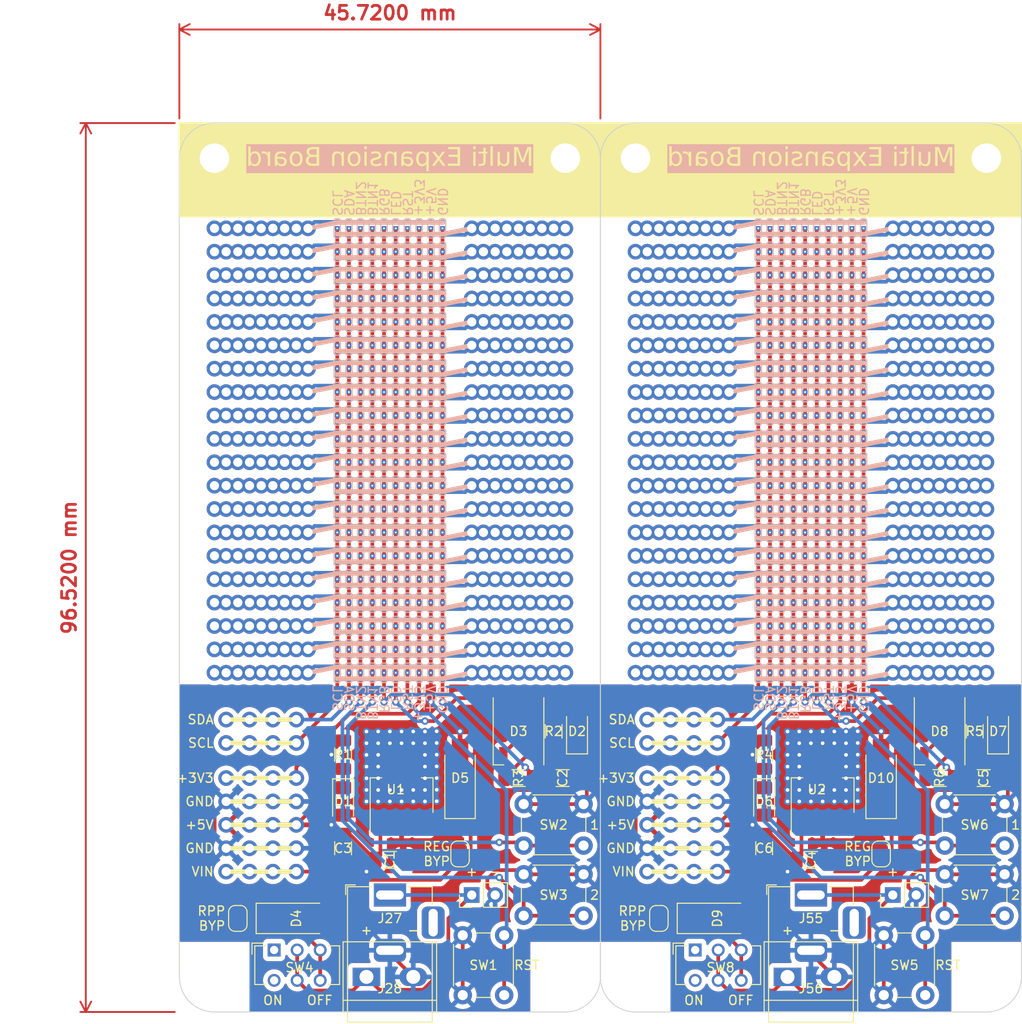
<source format=kicad_pcb>
(kicad_pcb (version 20221018) (generator pcbnew)
  (layers (0 "F.Cu" signal) (31 "B.Cu" signal) (34 "B.Paste" user) (35 "F.Paste" user) (36 "B.SilkS" user "B.Silkscreen") (37 "F.SilkS" user "F.Silkscreen") (38 "B.Mask" user) (39 "F.Mask" user) (44 "Edge.Cuts" user))
  (net 0 "")
  (net 1 "/+5V")
  (net 2 "GND")
  (net 3 "/VIN")
  (net 4 "Net-(D1-K)")
  (net 5 "/LED")
  (net 6 "/RST")
  (net 7 "Net-(D2-K)")
  (net 9 "Net-(D3-DIN)")
  (net 10 "Net-(D4-A)")
  (net 11 "/+3V3")
  (net 12 "/SDA")
  (net 13 "/SCL")
  (net 14 "Pin_1")
  (net 15 "Pin_40")
  (net 16 "Pin_2")
  (net 17 "Pin_39")
  (net 18 "Pin_3")
  (net 19 "Pin_38")
  (net 20 "Pin_4")
  (net 21 "Pin_37")
  (net 22 "Pin_5")
  (net 23 "Pin_36")
  (net 24 "Pin_6")
  (net 25 "Pin_35")
  (net 26 "Pin_7")
  (net 27 "Pin_34")
  (net 28 "Pin_8")
  (net 29 "Pin_33")
  (net 30 "Pin_9")
  (net 31 "Pin_32")
  (net 32 "Pin_10")
  (net 33 "Pin_31")
  (net 34 "Pin_11")
  (net 35 "Pin_30")
  (net 36 "Pin_12")
  (net 37 "Pin_29")
  (net 38 "Pin_13")
  (net 39 "Pin_28")
  (net 40 "Pin_14")
  (net 41 "Pin_27")
  (net 42 "Pin_15")
  (net 43 "Pin_26")
  (net 44 "Pin_16")
  (net 45 "Pin_25")
  (net 46 "Pin_17")
  (net 47 "Pin_24")
  (net 48 "Pin_18")
  (net 49 "Pin_23")
  (net 50 "Pin_19")
  (net 51 "Pin_22")
  (net 52 "Pin_20")
  (net 53 "Pin_21")
  (net 54 "/BTN1")
  (net 55 "/RGB")
  (net 56 "/BTN2")
  (net 59 "Net-(J26-Pin_1)")
  (footprint "MountingHole:MountingHole_3.2mm_M3" (layer "F.Cu") (at 130.81 153.67)
    (fp_text reference "2")
    (fp_text value "MountingHole_3.2mm_M3" hide)
  )
  (footprint "Custom:PinHeader_1x04_P2.54mm_Vertical_No_Silk" (layer "F.Cu") (at 48.26 132.08 90)
    (fp_text reference "J23" hide)
    (fp_text value "Conn_01x04" hide)
  )
  (footprint "Custom:PinHeader_1x20_P2.54mm_Vertical_No_Silk" (layer "F.Cu") (at 54.61 72.39)
    (fp_text reference "J7" hide)
    (fp_text value "Conn_01x20" hide)
  )
  (footprint "Custom:PinHeader_1x04_P2.54mm_Vertical_No_Silk" (layer "F.Cu") (at 48.26 128.27 90)
    (fp_text reference "J25" hide)
    (fp_text value "Conn_01x04" hide)
  )
  (footprint "Connector_BarrelJack:BarrelJack_Horizontal" (layer "F.Cu") (at 66.04 144.78 90)
    (fp_text reference "J27")
    (fp_text value "Barrel_Jack" hide)
  )
  (footprint "Button_Switch_THT:SW_PUSH_6mm" (layer "F.Cu") (at 80.57 134.91)
    (fp_text reference "SW2")
    (fp_text value "SW_Push" hide)
  )
  (footprint "Button_Switch_THT:SW_PUSH_6mm" (layer "F.Cu") (at 80.57 142.53)
    (fp_text reference "SW3")
    (fp_text value "SW_Push" hide)
  )
  (footprint "Custom:PinHeader_1x20_P2.54mm_Vertical_No_Silk" (layer "F.Cu") (at 123.19 72.39)
    (fp_text reference "J40" hide)
    (fp_text value "Conn_01x20" hide)
  )
  (footprint "Button_Switch_THT:SW_PUSH_6mm" (layer "F.Cu") (at 73.95 155.65 90)
    (fp_text reference "SW1")
    (fp_text value "SW_Push" hide)
  )
  (footprint "Custom:PinHeader_1x20_P2.54mm_Vertical_No_Silk" (layer "F.Cu") (at 55.88 72.39)
    (fp_text reference "J8" hide)
    (fp_text value "Conn_01x20" hide)
  )
  (footprint "Button_Switch_THT:SW_PUSH_6mm" (layer "F.Cu") (at 126.29 134.91)
    (fp_text reference "SW6")
    (fp_text value "SW_Push" hide)
  )
  (footprint "Custom:PinHeader_1x04_P2.54mm_Vertical_No_Silk" (layer "F.Cu") (at 93.98 125.73 90)
    (fp_text reference "J52" hide)
    (fp_text value "Conn_01x04" hide)
  )
  (footprint "LED_SMD:LED_1206_3216Metric_Pad1.42x1.75mm_HandSolder" (layer "F.Cu") (at 86.36 127 90)
    (fp_text reference "D2")
    (fp_text value "LED" hide)
  )
  (footprint "Button_Switch_THT:SW_CuK_JS202011CQN_DPDT_Straight" (layer "F.Cu") (at 99.1925 150.75)
    (fp_text reference "SW8")
    (fp_text value "SW_SPST" hide)
  )
  (footprint "MountingHole:MountingHole_3.2mm_M3" (layer "F.Cu") (at 46.99 153.67)
    (fp_text reference "")
    (fp_text value "MountingHole_3.2mm_M3" hide)
  )
  (footprint "Custom:PinHeader_1x20_P2.54mm_Vertical_No_Silk" (layer "F.Cu") (at 81.28 72.39)
    (fp_text reference "J15" hide)
    (fp_text value "Conn_01x20" hide)
  )
  (footprint "Diode_SMD:D_SMA_Handsoldering" (layer "F.Cu") (at 55.92 147.32)
    (fp_text reference "D4")
    (fp_text value "D" hide)
  )
  (footprint "Package_TO_SOT_SMD:SOT-223-3_TabPin2" (layer "F.Cu") (at 113.03 133.96 90)
    (fp_text reference "U2")
    (fp_text value "AMS1117-5.0" hide)
  )
  (footprint "Resistor_SMD:R_1206_3216Metric_Pad1.30x1.75mm_HandSolder" (layer "F.Cu") (at 80.01 132.08 180)
    (fp_text reference "R3")
    (fp_text value "470R" hide)
  )
  (footprint "Custom:PinHeader_1x20_P2.54mm_Vertical_No_Silk" (layer "F.Cu") (at 48.26 72.39)
    (fp_text reference "J2" hide)
    (fp_text value "Conn_01x20" hide)
  )
  (footprint "Connector_PinHeader_2.54mm:PinHeader_1x02_P2.54mm_Vertical" (layer "F.Cu") (at 74.93 144.78 90)
    (fp_text reference "J26" hide)
    (fp_text value "Conn_01x02" hide)
  )
  (footprint "TerminalBlock:TerminalBlock_bornier-2_P5.08mm" (layer "F.Cu") (at 109.22 153.67)
    (fp_text reference "J56")
    (fp_text value "Screw_Terminal_01x02" hide)
  )
  (footprint "Custom:PinHeader_1x20_P2.54mm_Vertical_No_Silk" (layer "F.Cu") (at 82.55 72.39)
    (fp_text reference "J16" hide)
    (fp_text value "Conn_01x20" hide)
  )
  (footprint "Custom:PinHeader_1x20_P2.54mm_Vertical_No_Silk" (layer "F.Cu") (at 46.99 72.39)
    (fp_text reference "J1" hide)
    (fp_text value "Conn_01x20" hide)
  )
  (footprint "Connector_BarrelJack:BarrelJack_Horizontal" (layer "F.Cu") (at 111.76 144.78 90)
    (fp_text reference "J55")
    (fp_text value "Barrel_Jack" hide)
  )
  (footprint "Capacitor_SMD:C_1206_3216Metric_Pad1.33x1.80mm_HandSolder" (layer "F.Cu") (at 111.76 140.97)
    (fp_text reference "C4")
    (fp_text value "0.1uF" hide)
  )
  (footprint "LED_SMD:LED_1206_3216Metric_Pad1.42x1.75mm_HandSolder" (layer "F.Cu") (at 132.08 127 90)
    (fp_text reference "D7")
    (fp_text value "LED" hide)
  )
  (footprint "Custom:PinHeader_1x20_P2.54mm_Vertical_No_Silk" (layer "F.Cu") (at 130.81 72.39)
    (fp_text reference "J46" hide)
    (fp_text value "Conn_01x20" hide)
  )
  (footprint "Jumper:SolderJumper-2_P1.3mm_Open_RoundedPad1.0x1.5mm" (layer "F.Cu") (at 119.38 140.32 90)
    (fp_text reference "JP204" hide)
    (fp_text value "SolderJumper_2_Open" hide)
  )
  (footprint "Custom:PinHeader_1x04_P2.54mm_Vertical_No_Silk" (layer "F.Cu") (at 48.26 125.73 90)
    (fp_text reference "J24" hide)
    (fp_text value "Conn_01x04" hide)
  )
  (footprint "MountingHole:MountingHole_3.2mm_M3" (layer "F.Cu") (at 92.71 153.67)
    (fp_text reference "1")
    (fp_text value "MountingHole_3.2mm_M3" hide)
  )
  (footprint "Resistor_SMD:R_1206_3216Metric_Pad1.30x1.75mm_HandSolder" (layer "F.Cu") (at 106.68 129.539999 90)
    (fp_text reference "R4")
    (fp_text value "R" hide)
  )
  (footprint "Custom:PinHeader_1x04_P2.54mm_Vertical_No_Silk" (layer "F.Cu") (at 48.26 137.16 90)
    (fp_text reference "J22" hide)
    (fp_text value "Conn_01x04" hide)
  )
  (footprint "Custom:PinHeader_1x20_P2.54mm_Vertical_No_Silk" (layer "F.Cu") (at 101.6 72.39)
    (fp_text reference "J36" hide)
    (fp_text value "Conn_01x20" hide)
  )
  (footprint "Custom:PinHeader_1x20_P2.54mm_Vertical_No_Silk" (layer "F.Cu") (at 78.74 72.39)
    (fp_text reference "J13" hide)
    (fp_text value "Conn_01x20" hide)
  )
  (footprint "LED_SMD:LED_1206_3216Metric_Pad1.42x1.75mm_HandSolder" (layer "F.Cu") (at 60.96 134.62 -90)
    (fp_text reference "D1")
    (fp_text value "LED" hide)
  )
  (footprint "Custom:PinHeader_1x20_P2.54mm_Vertical_No_Silk" (layer "F.Cu") (at 52.07 72.39)
    (fp_text reference "J5" hide)
    (fp_text value "Conn_01x20" hide)
  )
  (footprint "Custom:PinHeader_1x20_P2.54mm_Vertical_No_Silk" (layer "F.Cu") (at 76.2 72.39)
    (fp_text reference "J11" hide)
    (fp_text value "Conn_01x20" hide)
  )
  (footprint "Custom:PinHeader_1x20_P2.54mm_Vertical_No_Silk" (layer "F.Cu") (at 80.01 72.39)
    (fp_text reference "J14" hide)
    (fp_text value "Conn_01x20" hide)
  )
  (footprint "Custom:PinHeader_1x20_P2.54mm_Vertical_No_Silk" (layer "F.Cu") (at 49.53 72.39)
    (fp_text reference "J3" hide)
    (fp_text value "Conn_01x20" hide)
  )
  (footprint "Capacitor_SMD:C_1206_3216Metric_Pad1.33x1.80mm_HandSolder" (layer "F.Cu") (at 66.04 140.97)
    (fp_text reference "C1")
    (fp_text value "0.1uF" hide)
  )
  (footprint "Custom:PinHeader_1x04_P2.54mm_Vertical_No_Silk" (layer "F.Cu") (at 93.98 139.7 90)
    (fp_text reference "J47" hide)
    (fp_text value "Conn_01x04" hide)
  )
  (footprint "Package_TO_SOT_SMD:SOT-223-3_TabPin2" (layer "F.Cu") (at 67.31 133.96 90)
    (fp_text reference "U1")
    (fp_text value "AMS1117-5.0" hide)
  )
  (footprint "Capacitor_SMD:C_1206_3216Metric_Pad1.33x1.80mm_HandSolder" (layer "F.Cu") (at 106.68 139.7 90)
    (fp_text reference "C6")
    (fp_text value "10uF" hide)
  )
  (footprint "Diode_SMD:D_SMA_Handsoldering" (layer "F.Cu") (at 119.38 132.08 90)
    (fp_text reference "D10")
    (fp_text value "D" hide)
  )
  (footprint "Custom:PinHeader_1x04_P2.54mm_Vertical_No_Silk" (layer "F.Cu") (at 48.26 142.24 90)
    (fp_text reference "J21" hide)
    (fp_text value "Conn_01x04" hide)
  )
  (footprint "Jumper:SolderJumper-2_P1.3mm_Open_RoundedPad1.0x1.5mm" (layer "F.Cu") (at 49.53 147.32 90)
    (fp_text reference "JP1" hide)
    (fp_text value "SolderJumper_2_Open" hide)
  )
  (footprint "Custom:PinHeader_1x04_P2.54mm_Vertical_No_Silk" (layer "F.Cu") (at 93.98 142.24 90)
    (fp_text reference "J49" hide)
    (fp_text value "Conn_01x04" hide)
  )
  (footprint "Custom:PinHeader_1x20_P2.54mm_Vertical_No_Silk" (layer "F.Cu") (at 129.54 72.39)
    (fp_text reference "J45" hide)
    (fp_text value "Conn_01x20" hide)
  )
  (footprint "TerminalBlock:TerminalBlock_bornier-2_P5.08mm" (layer "F.Cu") (at 63.5 153.67)
    (fp_text reference "J28")
    (fp_text value "Screw_Terminal_01x02" hide)
  )
  (footprint "MountingHole:MountingHole_3.2mm_M3" (layer "F.Cu") (at 85.09 153.67)
    (fp_text reference "")
    (fp_text value "MountingHole_3.2mm_M3" hide)
  )
  (footprint "Custom:PinHeader_1x20_P2.54mm_Vertical_No_Silk" (layer "F.Cu") (at 85.09 72.39)
    (fp_text reference "J18" hide)
    (fp_text value "Conn_01x20" hide)
  )
  (footprint "Custom:PinHeader_1x20_P2.54mm_Vertical_No_Silk" (layer "F.Cu") (at 50.8 72.39)
    (fp_text reference "J4" hide)
    (fp_text value "Conn_01x20" hide)
  )
  (footprint "Capacitor_SMD:C_1206_3216Metric_Pad1.33x1.80mm_HandSolder" (layer "F.Cu") (at 130.5175 132.08 180)
    (fp_text reference "C5")
    (fp_text value "10uF" hide)
  )
  (footprint "Custom:PinHeader_1x20_P2.54mm_Vertical_No_Silk" (layer "F.Cu") (at 120.65 72.39)
    (fp_text reference "J38" hide)
    (fp_text value "Conn_01x20" hide)
  )
  (footprint "Capacitor_SMD:C_1206_3216Metric_Pad1.33x1.80mm_HandSolder" (layer "F.Cu") (at 84.7975 132.08 180)
    (fp_text reference "C2")
    (fp_text value "10uF" hide)
  )
  (footprint "Custom:PinHeader_1x20_P2.54mm_Vertical_No_Silk" (layer "F.Cu") (at 97.79 72.39)
    (fp_text reference "J33" hide)
    (fp_text value "Conn_01x20" hide)
  )
  (footprint "Resistor_SMD:R_1206_3216Metric_Pad1.30x1.75mm_HandSolder" (layer "F.Cu") (at 83.82 127 90)
    (fp_text reference "R2")
    (fp_text value "R" hide)
  )
  (footprint "Button_Switch_THT:SW_PUSH_6mm" (layer "F.Cu") (at 119.67 155.65 90)
    (fp_text reference "SW5")
    (fp_text value "SW_Push" hide)
  )
  (footprint "Custom:PinHeader_1x20_P2.54mm_Vertical_No_Silk" (layer "F.Cu") (at 100.33 72.39)
    (fp_text reference "J35" hide)
    (fp_text value "Conn_01x20" hide)
  )
  (footprint "LED_SMD:LED_WS2812B_PLCC4_5.0x5.0mm_P3.2mm" (layer "F.Cu") (at 80.01 127 -90)
    (fp_text reference "D3")
    (fp_text value "WS2812B" hide)
  )
  (footprint "LED_SMD:LED_WS2812B_PLCC4_5.0x5.0mm_P3.2mm" (layer "F.Cu") (at 125.73 127 -90)
    (fp_text reference "D8")
    (fp_text value "WS2812B" hide)
  )
  (footprint "Custom:PinHeader_1x20_P2.54mm_Vertical_No_Silk" (layer "F.Cu") (at 124.46 72.39)
    (fp_text reference "J41" hide)
    (fp_text value "Conn_01x20" hide)
  )
  (footprint "Custom:PinHeader_1x04_P2.54mm_Vertical_No_Silk" (layer "F.Cu") (at 93.98 137.16 90)
    (fp_text reference "J50" hide)
    (fp_text value "Conn_01x04" hide)
  )
  (footprint "Custom:PinHeader_1x20_P2.54mm_Vertical_No_Silk" (layer "F.Cu") (at 121.92 72.39)
    (fp_text reference "J39" hide)
    (fp_text value "Conn_01x20" hide)
  )
  (footprint "MountingHole:MountingHole_3.2mm_M3" (layer "F.Cu") (at 85.09 64.77)
    (fp_text reference "")
    (fp_text value "MountingHole_3.2mm_M3" hide)
  )
  (footprint "Custom:PinHeader_1x20_P2.54mm_Vertical_No_Silk" (layer "F.Cu") (at 95.25 72.39)
    (fp_text reference "J31" hide)
    (fp_text value "Conn_01x20" hide)
  )
  (footprint "Custom:PinHeader_1x20_P2.54mm_Vertical_No_Silk" (layer "F.Cu") (at 125.73 72.39)
    (fp_text reference "J42" hide)
    (fp_text value "Conn_01x20" hide)
  )
  (footprint "Jumper:SolderJumper-2_P1.3mm_Open_RoundedPad1.0x1.5mm" (layer "F.Cu") (at 95.25 147.32 90)
    (fp_text reference "JP203" hide)
    (fp_text value "SolderJumper_2_Open" hide)
  )
  (footprint "Custom:PinHeader_1x20_P2.54mm_Vertical_No_Silk" (layer "F.Cu") (at 127 72.39)
    (fp_text reference "J43" hide)
    (fp_text value "Conn_01x20" hide)
  )
  (footprint "Button_Switch_THT:SW_CuK_JS202011CQN_DPDT_Straight" (layer "F.Cu") (at 53.4725 150.75)
    (fp_text reference "SW4")
    (fp_text value "SW_SPST" hide)
  )
  (footprint "Custom:PinHeader_1x20_P2.54mm_Vertical_No_Silk" (layer "F.Cu") (at 96.52 72.39)
    (fp_text reference "J32" hide)
    (fp_text value "Conn_01x20" hide)
  )
  (footprint "MountingHole:MountingHole_3.2mm_M3" (layer "F.Cu") (at 130.81 64.77)
    (fp_text reference "4")
    (fp_text value "MountingHole_3.2mm_M3" hide)
  )
  (footprint "Custom:PinHeader_1x20_P2.54mm_Vertical_No_Silk" (layer "F.Cu") (at 102.87 72.39)
    (fp_text reference "J37" hide)
    (fp_text value "Conn_01x20" hide)
  )
  (footprint "Custom:PinHeader_1x04_P2.54mm_Vertical_No_Silk" (layer "F.Cu") (at 93.98 132.08 90)
    (fp_text reference "J51" hide)
    (fp_text value "Conn_01x04" hide)
  )
  (footprint "Resistor_SMD:R_1206_3216Metric_Pad1.30x1.75mm_HandSolder" (layer "F.Cu") (at 60.96 129.539999 90)
    (fp_text reference "R1")
    (fp_text value "R" hide)
  )
  (footprint "LED_SMD:LED_1206_3216Metric_Pad1.42x1.75mm_HandSolder" (layer "F.Cu") (at 106.68 134.62 -90)
    (fp_text reference "D6")
    (fp_text value "LED" hide)
  )
  (footprint "Custom:PinHeader_1x20_P2.54mm_Vertical_No_Silk" (layer "F.Cu") (at 93.98 72.39)
    (fp_text reference "J30" hide)
    (fp_text value "Conn_01x20" hide)
  )
  (footprint "Resistor_SMD:R_1206_3216Metric_Pad1.30x1.75mm_HandSolder" (layer "F.Cu") (at 129.54 127 90)
    (fp_text reference "R5")
    (fp_text value "R" hide)
  )
  (footprint "Custom:PinHeader_1x20_P2.54mm_Vertical_No_Silk" (layer "F.Cu") (at 74.93 72.39)
    (fp_text reference "J10" hide)
    (fp_text value "Conn_01x20" hide)
  )
  (footprint "MountingHole:MountingHole_3.2mm_M3" (layer "F.Cu") (at 46.99 64.77)
    (fp_text reference "")
    (fp_text value "MountingHole_3.2mm_M3" hide)
  )
  (footprint "Capacitor_SMD:C_1206_3216Metric_Pad1.33x1.80mm_HandSolder" (layer "F.Cu") (at 60.96 139.7 90)
    (fp_text reference "C3")
    (fp_text value "10uF" hide)
  )
  (footprint "Button_Switch_THT:SW_PUSH_6mm" (layer "F.Cu") (at 126.29 142.53)
    (fp_text reference "SW7")
    (fp_text value "SW_Push" hide)
  )
  (footprint "Custom:PinHeader_1x04_P2.54mm_Vertical_No_Silk" (layer "F.Cu") (at 93.98 128.27 90)
    (fp_text reference "J53" hide)
    (fp_text value "Conn_01x04" hide)
  )
  (footprint "Custom:PinHeader_1x20_P2.54mm_Vertical_No_Silk" (layer "F.Cu") (at 57.15 72.39)
    (fp_text reference "J9" hide)
    (fp_text value "Conn_01x20" hide)
  )
  (footprint "Custom:PinHeader_1x04_P2.54mm_Vertical_No_Silk" (layer "F.Cu") (at 48.26 134.62 90)
    (fp_text reference "J20" hide)
    (fp_text value "Conn_01x04" hide)
  )
  (footprint "Jumper:SolderJumper-2_P1.3mm_Open_RoundedPad1.0x1.5mm" (layer "F.Cu") (at 73.66 140.32 90)
    (fp_text reference "JP2" hide)
    (fp_text value "SolderJumper_2_Open" hide)
  )
  (footprint "Resistor_SMD:R_1206_3216Metric_Pad1.30x1.75mm_HandSolder" (layer "F.Cu") (at 125.73 132.08 180)
    (fp_text reference "R6")
    (fp_text value "470R" hide)
  )
  (footprint "Custom:PinHeader_1x20_P2.54mm_Vertical_No_Silk" (layer "F.Cu") (at 77.47 72.39)
    (fp_text reference "J12" hide)
    (fp_text value "Conn_01x20" hide)
  )
  (footprint "Custom:PinHeader_1x20_P2.54mm_Vertical_No_Silk" (layer "F.Cu") (at 128.27 72.39)
    (fp_text reference "J44" hide)
    (fp_text value "Conn_01x20" hide)
  )
  (footprint "Custom:PinHeader_1x20_P2.54mm_Vertical_No_Silk" (layer "F.Cu") (at 99.06 72.39)
    (fp_text reference "J34" hide)
    (fp_text value "Conn_01x20" hide)
  )
  (footprint "MountingHole:MountingHole_3.2mm_M3" (layer "F.Cu") (at 92.71 64.77)
    (fp_text reference "3")
    (fp_text value "MountingHole_3.2mm_M3" hide)
  )
  (footprint "Custom:PinHeader_1x20_P2.54mm_Vertical_No_Silk" (layer "F.Cu") (at 92.71 72.39)
    (fp_text reference "J29" hide)
    (fp_text value "Conn_01x20" hide)
  )
  (footprint "Custom:PinHeader_1x20_P2.54mm_Vertical_No_Silk" (layer "F.Cu") (at 53.34 72.39)
    (fp_text reference "J6" hide)
    (fp_text value "Conn_01x20" hide)
  )
  (footprint "Diode_SMD:D_SMA_Handsoldering" (layer "F.Cu") (at 73.66 132.08 90)
    (fp_text reference "D5")
    (fp_text value "D" hide)
  )
  (footprint "Custom:PinHeader_1x04_P2.54mm_Vertical_No_Silk" (layer "F.Cu") (at 93.98 134.62 90)
    (fp_text reference "J48" hide)
    (fp_text value "Conn_01x04" hide)
  )
  (footprint "Custom:PinHeader_1x20_P2.54mm_Vertical_No_Silk" (layer "F.Cu") (at 83.82 72.39)
    (fp_text reference "J17" hide)
    (fp_text value "Conn_01x20" hide)
  )
  (footprint "Diode_SMD:D_SMA_Handsoldering" (layer "F.Cu") (at 101.64 147.32)
    (fp_text reference "D9")
    (fp_text value "D" hide)
  )
  (footprint "Custom:PinHeader_1x04_P2.54mm_Vertical_No_Silk" (layer "F.Cu") (at 48.26 139.7 90)
    (fp_text reference "J19" hide)
    (fp_text value "Conn_01x04" hide)
  )
  (footprint "Connector_PinHeader_2.54mm:PinHeader_1x02_P2.54mm_Vertical" (layer "F.Cu") (at 120.65 144.78 90)
    (fp_text reference "J54" hide)
    (fp_text value "Conn_01x02" hide)
  )
  (footprint "Custom:SolderJumper-mini-3" (layer "B.Cu") (at 64.135 82.55 -90)
    (fp_text reference "JP87" hide)
    (fp_text value "SolderJumper_3_Open" hide)
  )
  (footprint "Custom:SolderJumper-mini-3" (layer "B.Cu") (at 106.045 74.929999 -90)
    (fp_text reference "JP346" hide)
    (fp_text value "SolderJumper_3_Open" hide)
  )
  (footprint "Custom:SolderJumper-mini-3" (layer "B.Cu") (at 70.485 85.089999 -90)
    (fp_text reference "JP8" hide)
    (fp_text value "SolderJumper_3_Open" hide)
  )
  (footprint "Custom:SolderJumper-mini-3" (layer "B.Cu") (at 62.865 77.47 -90)
    (fp_text reference "JP185" hide)
    (fp_text value "SolderJumper_3_Open" hide)
  )
  (footprint "Custom:SolderJumper-mini-3" (layer "B.Cu") (at 65.405 90.169999 -90)
    (fp_text reference "JP110" hide)
    (fp_text value "SolderJumper_3_Open" hide)
  )
  (footprint "Custom:SolderJumper-mini-3" (layer "B.Cu") (at 108.585 102.87 -90)
    (fp_text reference "JP397" hide)
    (fp_text value "SolderJumper_3_Open" hide)
  )
  (footprint "Custom:SolderJumper-mini-3" (layer "B.Cu") (at 108.585 90.17 -90)
    (fp_text reference "JP392" hide)
    (fp_text value "SolderJumper_3_Open" hide)
  )
  (footprint "Custom:SolderJumper-mini-3" (layer "B.Cu") (at 67.945 115.57 -90)
    (fp_text reference "JP180" hide)
    (fp_text value "SolderJumper_3_Open" hide)
  )
  (footprint "Custom:SolderJumper-mini-3" (layer "B.Cu") (at 69.215 105.41 -90)
    (fp_text reference "JP56" hide)
    (fp_text value "SolderJumper_3_Open" hide)
  )
  (footprint "Custom:SolderJumper-mini-3" (layer "B.Cu") (at 109.855 100.329999 -90)
    (fp_text reference "JP296" hide)
    (fp_text value "SolderJumper_3_Open" hide)
  )
  (footprint "Custom:SolderJumper-mini-3" (layer "B.Cu") (at 109.855 118.11 -90)
    (fp_text reference "JP303" hide)
    (fp_text value "SolderJumper_3_Open" hide)
  )
  (footprint "Custom:SolderJumper-mini-3" (layer "B.Cu") (at 66.675 80.01 -90)
    (fp_text reference "JP66" hide)
    (fp_text value "SolderJumper_3_Open" hide)
  )
  (footprint "Custom:SolderJumper-mini-3" (layer "B.Cu") (at 111.125 95.25 -90)
    (fp_text reference "JP314" hide)
    (fp_text value "SolderJumper_3_Open" hide)
  )
  (footprint "Custom:SolderJumper-mini-3" (layer "B.Cu") (at 60.325 95.25 -90)
    (fp_text reference "JP152" hide)
    (fp_text value "SolderJumper_3_Open" hide)
  )
  (footprint "Custom:SolderJumper-mini-3" (layer "B.Cu") (at 71.755 110.489999 -90)
    (fp_text reference "JP38" hide)
    (fp_text value "SolderJumper_3_Open" hide)
  )
  (footprint "Custom:SolderJumper-mini-3" (layer "B.Cu") (at 114.935 113.029999 -90)
    (fp_text reference "JP261" hide)
    (fp_text value "SolderJumper_3_Open" hide)
  )
  (footprint "Custom:SolderJumper-mini-3" (layer "B.Cu") (at 107.315 77.469999 -90)
    (fp_text reference "JP327" hide)
    (fp_text value "SolderJumper_3_Open" hide)
  )
  (footprint "Custom:SolderJumper-mini-3" (layer "B.Cu") (at 71.755 113.029999 -90)
    (fp_text reference "JP39" hide)
    (fp_text value "SolderJumper_3_Open" hide)
  )
  (footprint "Custom:SolderJumper-mini-3" (layer "B.Cu") (at 111.125 113.029999 -90)
    (fp_text reference "JP321" hide)
    (fp_text value "SolderJumper_3_Open" hide)
  )
  (footprint "Custom:SolderJumper-mini-3" (layer "B.Cu") (at 109.855 72.39 -90)
    (fp_text reference "JP285" hide)
    (fp_text value "SolderJumper_3_Open" hide)
  )
  (footprint "Custom:SolderJumper-mini-3" (layer "B.Cu") (at 107.315 95.25 -90)
    (fp_text reference "JP334" hide)
    (fp_text value "SolderJumper_3_Open" hide)
  )
  (footprint "Custom:SolderJumper-mini-3" (layer "B.Cu") (at 61.595 77.469999 -90)
    (fp_text reference "JP125" hide)
    (fp_text value "SolderJumper_3_Open" hide)
  )
  (footprint "Custom:SolderJumper-mini-3" (layer "B.Cu") (at 116.205 95.25 -90)
    (fp_text reference "JP214" hide)
    (fp_text value "SolderJumper_3_Open" hide)
  )
  (footprint "Custom:SolderJumper-mini-3" (layer "B.Cu") (at 71.755 97.789999 -90)
    (fp_text reference "JP33" hide)
    (fp_text value "SolderJumper_3_Open" hide)
  )
  (footprint "Custom:SolderJumper-mini-3" (layer "B.Cu") (at 111.125 105.41 -90)
    (fp_text reference "JP318" hide)
    (fp_text value "SolderJumper_3_Open" hide)
  )
  (footprint "Custom:SolderJumper-mini-3" (layer "B.Cu") (at 114.935 92.71 -90)
    (fp_text reference "JP253" hide)
    (fp_text value "SolderJumper_3_Open" hide)
  )
  (footprint "Custom:SolderJumper-mini-3" (layer "B.Cu") (at 117.475 110.489999 -90)
    (fp_text reference "JP240" hide)
    (fp_text value "SolderJumper_3_Open" hide)
  )
  (footprint "Custom:SolderJumper-mini-3" (layer "B.Cu") (at 66.675 92.71 -90)
    (fp_text reference "JP71" hide)
    (fp_text value "SolderJumper_3_Open" hide)
  )
  (footprint "Custom:SolderJumper-mini-3" (layer "B.Cu") (at 112.395 80.01 -90)
    (fp_text reference "JP268" hide)
    (fp_text value "SolderJumper_3_Open" hide)
  )
  (footprint "Custom:SolderJumper-mini-3" (layer "B.Cu") (at 60.325 87.629999 -90)
    (fp_text reference "JP149" hide)
    (fp_text value "SolderJumper_3_Open" hide)
  )
  (footprint "Custom:SolderJumper-mini-3" (layer "B.Cu") (at 109.855 113.029999 -90)
    (fp_text reference "JP301" hide)
    (fp_text value "SolderJumper_3_Open" hide)
  )
  (footprint "Custom:SolderJumper-mini-3" (layer "B.Cu") (at 109.855 95.25 -90)
    (fp_text reference "JP294" hide)
    (fp_text value "SolderJumper_3_Open" hide)
  )
  (footprint "Custom:SolderJumper-mini-3" (layer "B.Cu") (at 64.135 87.629999 -90)
    (fp_text reference "JP89" hide)
    (fp_text value "SolderJumper_3_Open" hide)
  )
  (footprint "Custom:SolderJumper-mini-3" (layer "B.Cu") (at 117.475 77.489999 -90)
    (fp_text reference "JP227" hide)
    (fp_text value "SolderJumper_3_Open" hide)
  )
  (footprint "Custom:SolderJumper-mini-3" (layer "B.Cu") (at 60.325 92.71 -90)
    (fp_text reference "JP151" hide)
    (fp_text value "SolderJumper_3_Open" hide)
  )
  (footprint "Custom:SolderJumper-mini-3" (layer "B.Cu") (at 69.215 113.029999 -90)
    (fp_text reference "JP59" hide)
    (fp_text value "SolderJumper_3_Open" hide)
  )
  (footprint "Custom:SolderJumper-mini-3" (layer "B.Cu") (at 71.755 92.71 -90)
    (fp_text reference "JP31" hide)
    (fp_text value "SolderJumper_3_Open" hide)
  )
  (footprint "Custom:SolderJumper-mini-3" (layer "B.Cu") (at 106.045 107.949999 -90)
    (fp_text reference "JP359" hide)
    (fp_text value "SolderJumper_3_Open" hide)
  )
  (footprint "Custom:SolderJumper-mini-3" (layer "B.Cu") (at 60.325 113.029999 -90)
    (fp_text reference "JP159" hide)
    (fp_text value "SolderJumper_3_Open" hide)
  )
  (footprint "Custom:SolderJumper-mini-3" (layer "B.Cu") (at 67.945 82.55 -90)
    (fp_text reference "JP167" hide)
    (fp_text value "SolderJumper_3_Open" hide)
  )
  (footprint "Custom:SolderJumper-mini-3" (layer "B.Cu") (at 71.755 80.01 -90)
    (fp_text reference "JP26" hide)
    (fp_text value "SolderJumper_3_Open" hide)
  )
  (footprint "Custom:SolderJumper-mini-3" (layer "B.Cu") (at 64.135 80.01 -90)
    (fp_text reference "JP86" hide)
    (fp_text value "SolderJumper_3_Open" hide)
  )
  (footprint "Custom:SolderJumper-mini-3" (layer "B.Cu") (at 61.595 92.71 -90)
    (fp_text reference "JP131" hide)
    (fp_text value "SolderJumper_3_Open" hide)
  )
  (footprint "Custom:SolderJumper-mini-3" (layer "B.Cu") (at 108.585 97.790001 -90)
    (fp_text reference "JP395" hide)
    (fp_text value "SolderJumper_3_Open" hide)
  )
  (footprint "Custom:SolderJumper-mini-3" (layer "B.Cu") (at 69.215 77.469999 -90)
    (fp_text reference "JP45" hide)
    (fp_text value "SolderJumper_3_Open" hide)
  )
  (footprint "Custom:SolderJumper-mini-3" (layer "B.Cu") (at 70.485 105.41 -90)
    (fp_text reference "JP16" hide)
    (fp_text value "SolderJumper_3_Open" hide)
  )
  (footprint "Custom:SolderJumper-mini-3" (layer "B.Cu") (at 107.315 115.57 -90)
    (fp_text reference "JP342" hide)
    (fp_text value "SolderJumper_3_Open" hide)
  )
  (footprint "Custom:SolderJumper-mini-3" (layer "B.Cu") (at 107.315 87.629999 -90)
    (fp_text reference "JP331" hide)
    (fp_text value "SolderJumper_3_Open" hide)
  )
  (footprint "Custom:SolderJumper-mini-3" (layer "B.Cu") (at 64.135 102.87 -90)
    (fp_text reference "JP95" hide)
    (fp_text value "SolderJumper_3_Open" hide)
  )
  (footprint "Custom:SolderJumper-mini-3" (layer "B.Cu") (at 114.935 85.089999 -90)
    (fp_text reference "JP250" hide)
    (fp_text value "SolderJumper_3_Open" hide)
  )
  (footprint "Custom:SolderJumper-mini-3" (layer "B.Cu") (at 107.315 100.329999 -90)
    (fp_text reference "JP336" hide)
    (fp_text value "SolderJumper_3_Open" hide)
  )
  (footprint "Custom:SolderJumper-mini-3" (layer "B.Cu") (at 65.405 72.39 -90)
    (fp_text reference "JP103" hide)
    (fp_text value "SolderJumper_3_Open" hide)
  )
  (footprint "Custom:SolderJumper-mini-3" (layer "B.Cu") (at 112.395 113.029999 -90)
    (fp_text reference "JP281" hide)
    (fp_text value "SolderJumper_3_Open" hide)
  )
  (footprint "Custom:SolderJumper-mini-3" (layer "B.Cu") (at 114.935 120.649999 -90)
    (fp_text reference "JP264" hide)
    (fp_text value "SolderJumper_3_Open" hide)
  )
  (footprint "Custom:SolderJumper-mini-3" (layer "B.Cu") (at 65.405 110.489999 -90)
    (fp_text reference "JP118" hide)
    (fp_text value "SolderJumper_3_Open" hide)
  )
  (footprint "Custom:SolderJumper-mini-3" (layer "B.Cu") (at 109.855 74.929999 -90)
    (fp_text reference "JP286" hide)
    (fp_text value "SolderJumper_3_Open" hide)
  )
  (footprint "Custom:SolderJumper-mini-3" (layer "B.Cu") (at 64.135 95.25 -90)
    (fp_text reference "JP92" hide)
    (fp_text value "SolderJumper_3_Open" hide)
  )
  (footprint "Custom:SolderJumper-mini-3" (layer "B.Cu") (at 117.475 95.25 -90)
    (fp_text reference "JP234" hide)
    (fp_text value "SolderJumper_3_Open" hide)
  )
  (footprint "Custom:SolderJumper-mini-3" (layer "B.Cu") (at 69.215 118.11 -90)
    (fp_text reference "JP61" hide)
    (fp_text value "SolderJumper_3_Open" hide)
  )
  (footprint "Custom:SolderJumper-mini-3" (layer "B.Cu") (at 70.485 80.01 -90)
    (fp_text reference "JP6" hide)
    (fp_text value "SolderJumper_3_Open" hide)
  )
  (footprint "Custom:SolderJumper-mini-3" (layer "B.Cu") (at 111.125 120.649999 -90)
    (fp_text reference "JP324" hide)
    (fp_text value "SolderJumper_3_Open" hide)
  )
  (footprint "Custom:SolderJumper-mini-3" (layer "B.Cu") (at 116.205 110.489999 -90)
    (fp_text reference "JP220" hide)
    (fp_text value "SolderJumper_3_Open" hide)
  )
  (footprint "Custom:SolderJumper-mini-3" (layer "B.Cu") (at 106.045 118.11 -90)
    (fp_text reference "JP363" hide)
    (fp_text value "SolderJumper_3_Open" hide)
  )
  (footprint "Custom:SolderJumper-mini-3" (layer "B.Cu") (at 116.205 100.329999 -90)
    (fp_text reference "JP216" hide)
    (fp_text value "SolderJumper_3_Open" hide)
  )
  (footprint "Custom:SolderJumper-mini-3" (layer "B.Cu") (at 60.325 115.57 -90)
    (fp_text reference "JP160" hide)
    (fp_text value "SolderJumper_3_Open" hide)
  )
  (footprint "Custom:SolderJumper-mini-3" (layer "B.Cu") (at 106.045 120.649999 -90)
    (fp_text reference "JP364" hide)
    (fp_text value "SolderJumper_3_Open" hide)
  )
  (footprint "Custom:SolderJumper-mini-3" (layer "B.Cu") (at 107.315 85.089999 -90)
    (fp_text reference "JP330" hide)
    (fp_text value "SolderJumper_3_Open" hide)
  )
  (footprint "Custom:SolderJumper-mini-3" (layer "B.Cu") (at 114.935 95.25 -90)
    (fp_text reference "JP254" hide)
    (fp_text value "SolderJumper_3_Open" hide)
  )
  (footprint "Custom:SolderJumper-mini-3" (layer "B.Cu") (at 106.045 115.57 -90)
    (fp_text reference "JP362" hide)
    (fp_text value "SolderJumper_3_Open" hide)
  )
  (footprint "Custom:SolderJumper-mini-3" (layer "B.Cu") (at 71.755 90.169999 -90)
    (fp_text reference "JP30" hide)
    (fp_text value "SolderJumper_3_Open" hide)
  )
  (footprint "Custom:SolderJumper-mini-3" (layer "B.Cu") (at 116.205 90.169999 -90)
    (fp_text reference "JP212" hide)
    (fp_text value "SolderJumper_3_Open" hide)
  )
  (footprint "Custom:SolderJumper-mini-3" (layer "B.Cu") (at 66.675 113.029999 -90)
    (fp_text reference "JP79" hide)
    (fp_text value "SolderJumper_3_Open" hide)
  )
  (footprint "Custom:SolderJumper-mini-3" (layer "B.Cu") (at 116.205 118.11 -90)
    (fp_text reference "JP223" hide)
    (fp_text value "SolderJumper_3_Open" hide)
  )
  (footprint "Custom:SolderJumper-mini-3" (layer "B.Cu") (at 71.755 74.929999 -90)
    (fp_text reference "JP24" hide)
    (fp_text value "SolderJumper_3_Open" hide)
  )
  (footprint "Custom:SolderJumper-mini-3" (layer "B.Cu") (at 113.665 82.55 -90)
    (fp_text reference "JP369" hide)
    (fp_text value "SolderJumper_3_Open" hide)
  )
  (footprint "Custom:SolderJumper-mini-3" (layer "B.Cu") (at 109.855 92.71 -90)
    (fp_text reference "JP293" hide)
    (fp_text value "SolderJumper_3_Open" hide)
  )
  (footprint "Custom:SolderJumper-mini-3" (layer "B.Cu") (at 107.315 105.41 -90)
    (fp_text reference "JP338" hide)
    (fp_text value "SolderJumper_3_Open" hide)
  )
  (footprint "Custom:SolderJumper-mini-3" (layer "B.Cu") (at 112.395 115.57 -90)
    (fp_text reference "JP282" hide)
    (fp_text value "SolderJumper_3_Open" hide)
  )
  (footprint "Custom:SolderJumper-mini-3" (layer "B.Cu") (at 113.665 95.25 -90)
    (fp_text reference "JP374" hide)
    (fp_text value "SolderJumper_3_Open" hide)
  )
  (footprint "Custom:SolderJumper-mini-3" (layer "B.Cu") (at 64.135 74.929999 -90)
    (fp_text reference "JP84" hide)
    (fp_text value "SolderJumper_3_Open" hide)
  )
  (footprint "Custom:SolderJumper-mini-3" (layer "B.Cu") (at 64.135 118.11 -90)
    (fp_text reference "JP101" hide)
    (fp_text value "SolderJumper_3_Open" hide)
  )
  (footprint "Custom:SolderJumper-mini-3" (layer "B.Cu") (at 117.475 97.789999 -90)
    (fp_text reference "JP235" hide)
    (fp_text value "SolderJumper_3_Open" hide)
  )
  (footprint "Custom:SolderJumper-mini-3" (layer "B.Cu") (at 67.945 95.25 -90)
    (fp_text reference "JP172" hide)
    (fp_text value "SolderJumper_3_Open" hide)
  )
  (footprint "Custom:SolderJumper-mini-3" (layer "B.Cu") (at 69.215 74.929999 -90)
    (fp_text reference "JP44" hide)
    (fp_text value "SolderJumper_3_Open" hide)
  )
  (footprint "Custom:SolderJumper-mini-3" (layer "B.Cu") (at 65.405 77.469999 -90)
    (fp_text reference "JP105" hide)
    (fp_text value "SolderJumper_3_Open" hide)
  )
  (footprint "Custom:SolderJumper-mini-3" (layer "B.Cu") (at 106.045 82.55 -90)
    (fp_text reference "JP349" hide)
    (fp_text value "SolderJumper_3_Open" hide)
  )
  (footprint "Custom:SolderJumper-mini-3" (layer "B.Cu") (at 106.045 102.87 -90)
    (fp_text reference "JP357" hide)
    (fp_text value "SolderJumper_3_Open" hide)
  )
  (footprint "Custom:SolderJumper-mini-3" (layer "B.Cu") (at 113.665 87.629998 -90)
    (fp_text reference "JP371" hide)
    (fp_text value "SolderJumper_3_Open" hide)
  )
  (footprint "Custom:SolderJumper-mini-3" (layer "B.Cu") (at 60.325 72.39 -90)
    (fp_text reference "JP143" hide)
    (fp_text value "SolderJumper_3_Open" hide)
  )
  (footprint "Custom:SolderJumper-mini-3" (layer "B.Cu") (at 65.405 87.629999 -90)
    (fp_text reference "JP109" hide)
    (fp_text value "SolderJumper_3_Open" hide)
  )
  (footprint "Custom:SolderJumper-mini-3" (layer "B.Cu") (at 66.675 110.489999 -90)
    (fp_text reference "JP78" hide)
    (fp_text value "SolderJumper_3_Open" hide)
  )
  (footprint "Custom:SolderJumper-mini-3" (layer "B.Cu") (at 114.935 110.489999 -90)
    (fp_text reference "JP260" hide)
    (fp_text value "SolderJumper_3_Open" hide)
  )
  (footprint "Custom:SolderJumper-mini-3" (layer "B.Cu") (at 117.475 115.57 -90)
    (fp_text reference "JP242" hide)
    (fp_text value "SolderJumper_3_Open" hide)
  )
  (footprint "Custom:SolderJumper-mini-3" (layer "B.Cu") (at 62.865 102.87 -90)
    (fp_text reference "JP195" hide)
    (fp_text value "SolderJumper_3_Open" hide)
  )
  (footprint "Custom:SolderJumper-mini-3" (layer "B.Cu") (at 112.395 100.329999 -90)
    (fp_text reference "JP276" hide)
    (fp_text value "SolderJumper_3_Open" hide)
  )
  (footprint "Custom:SolderJumper-mini-3" (layer "B.Cu") (at 106.045 95.25 -90)
    (fp_text reference "JP354" hide)
    (fp_text value "SolderJumper_3_Open" hide)
  )
  (footprint "Custom:SolderJumper-mini-3" (layer "B.Cu") (at 117.475 85.09 -90)
    (fp_text reference "JP230" hide)
    (fp_text value "SolderJumper_3_Open" hide)
  )
  (footprint "Custom:SolderJumper-mini-3" (layer "B.Cu") (at 64.135 77.469999 -90)
    (fp_text reference "JP85" hide)
    (fp_text value "SolderJumper_3_Open" hide)
  )
  (footprint "Custom:SolderJumper-mini-3" (layer "B.Cu") (at 116.205 80.01 -90)
    (fp_text reference "JP208" hide)
    (fp_text value "SolderJumper_3_Open" hide)
  )
  (footprint "Custom:SolderJumper-mini-3" (layer "B.Cu") (at 69.215 120.649999 -90)
    (fp_text reference "JP62" hide)
    (fp_text value "SolderJumper_3_Open" hide)
  )
  (footprint "Custom:SolderJumper-mini-3" (layer "B.Cu") (at 113.665 80.01 -90)
    (fp_text reference "JP368" hide)
    (fp_text value "SolderJumper_3_Open" hide)
  )
  (footprint "Custom:SolderJumper-mini-3" (layer "B.Cu") (at 113.665 118.109999 -90)
    (fp_text reference "JP383" hide)
    (fp_text value "SolderJumper_3_Open" hide)
  )
  (footprint "Custom:SolderJumper-mini-3" (layer "B.Cu") (at 113.665 110.489999 -90)
    (fp_text reference "JP380" hide)
    (fp_text value "SolderJumper_3_Open" hide)
  )
  (footprint "Custom:SolderJumper-mini-3" (layer "B.Cu") (at 69.215 107.949999 -90)
    (fp_text reference "JP57" hide)
    (fp_text value "SolderJumper_3_Open" hide)
  )
  (footprint "Custom:SolderJumper-mini-3" (layer "B.Cu") (at 70.485 107.949999 -90)
    (fp_text reference "JP17" hide)
    (fp_text value "SolderJumper_3_Open" hide)
  )
  (footprint "Custom:SolderJumper-mini-3" (layer "B.Cu") (at 112.395 97.789999 -90)
    (fp_text reference "JP275" hide)
    (fp_text value "SolderJumper_3_Open" hide)
  )
  (footprint "Custom:SolderJumper-mini-3" (layer "B.Cu") (at 61.595 110.489999 -90)
    (fp_text reference "JP138" hide)
    (fp_text value "SolderJumper_3_Open" hide)
  )
  (footprint "Custom:SolderJumper-mini-3" (layer "B.Cu") (at 117.475 80.01 -90)
    (fp_text reference "JP228" hide)
    (fp_text value "SolderJumper_3_Open" hide)
  )
  (footprint "Custom:SolderJumper-mini-3" (layer "B.Cu") (at 108.565 120.650001 -90)
    (fp_text reference "JP404" hide)
    (fp_text value "SolderJumper_3_Open" hide)
  )
  (footprint "Custom:SolderJumper-mini-3" (layer "B.Cu") (at 108.565 118.110001 -90)
    (fp_text reference "JP403" hide)
    (fp_text value "SolderJumper_3_Open" hide)
  )
  (footprint "Custom:SolderJumper-mini-3" (layer "B.Cu") (at 117.475 105.41 -90)
    (fp_text reference "JP238" hide)
    (fp_text value "SolderJumper_3_Open" hide)
  )
  (footprint "Custom:SolderJumper-mini-3" (layer "B.Cu") (at 117.475 107.95 -90)
    (fp_text reference "JP239" hide)
    (fp_text value "SolderJumper_3_Open" hide)
  )
  (footprint "Custom:SolderJumper-mini-3" (layer "B.Cu") (at 61.595 115.57 -90)
    (fp_text reference "JP140" hide)
    (fp_text value "SolderJumper_3_Open" hide)
  )
  (footprint "Custom:SolderJumper-mini-3" (layer "B.Cu") (at 108.565 72.390001 -90)
    (fp_text reference "JP385" hide)
    (fp_text value "SolderJumper_3_Open" hide)
  )
  (footprint "Custom:SolderJumper-mini-3" (layer "B.Cu") (at 116.205 107.949999 -90)
    (fp_text reference "JP219" hide)
    (fp_text value "SolderJumper_3_Open" hide)
  )
  (footprint "Custom:SolderJumper-mini-3" (layer "B.Cu") (at 65.405 82.55 -90)
    (fp_text reference "JP107" hide)
    (fp_text value "SolderJumper_3_Open" hide)
  )
  (footprint "Custom:SolderJumper-mini-3" (layer "B.Cu") (at 65.405 85.089999 -90)
    (fp_text reference "JP108" hide)
    (fp_text value "SolderJumper_3_Open" hide)
  )
  (footprint "Custom:SolderJumper-mini-3" (layer "B.Cu") (at 71.755 118.11 -90)
    (fp_text reference "JP41" hide)
    (fp_text value "SolderJumper_3_Open" hide)
  )
  (footprint "Custom:SolderJumper-mini-3" (layer "B.Cu") (at 112.395 118.11 -90)
    (fp_text reference "JP283" hide)
    (fp_text value "SolderJumper_3_Open" hide)
  )
  (footprint "Custom:SolderJumper-mini-3" (layer "B.Cu") (at 69.215 92.71 -90)
    (fp_text reference "JP51" hide)
    (fp_text value "SolderJumper_3_Open" hide)
  )
  (footprint "Custom:SolderJumper-mini-3" (layer "B.Cu") (at 69.215 87.629999 -90)
    (fp_text reference "JP49" hide)
    (fp_text value "SolderJumper_3_Open" hide)
  )
  (footprint "Custom:SolderJumper-mini-3" (layer "B.Cu") (at 114.935 80.01 -90)
    (fp_text reference "JP248" hide)
    (fp_text value "SolderJumper_3_Open" hide)
  )
  (footprint "Custom:SolderJumper-mini-3" (layer "B.Cu") (at 112.395 85.09 -90)
    (fp_text reference "JP270" hide)
    (fp_text value "SolderJumper_3_Open" hide)
  )
  (footprint "Custom:SolderJumper-mini-3" (layer "B.Cu") (at 117.475 120.649999 -90)
    (fp_text reference "JP244" hide)
    (fp_text value "SolderJumper_3_Open" hide)
  )
  (footprint "Custom:SolderJumper-mini-3" (layer "B.Cu") (at 113.665 90.169999 -90)
    (fp_text reference "JP372" hide)
    (fp_text value "SolderJumper_3_Open" hide)
  )
  (footprint "Custom:SolderJumper-mini-3" (layer "B.Cu") (at 62.845 72.390001 -90)
    (fp_text reference "JP183" hide)
    (fp_text value "SolderJumper_3_Open" hide)
  )
  (footprint "Custom:SolderJumper-mini-3" (layer "B.Cu") (at 70.485 72.39 -90)
    (fp_text reference "JP3" hide)
    (fp_text value "SolderJumper_3_Open" hide)
  )
  (footprint "Custom:SolderJumper-mini-3" (layer "B.Cu") (at 65.405 105.41 -90)
    (fp_text reference "JP116" hide)
    (fp_text value "SolderJumper_3_Open" hide)
  )
  (footprint "Custom:SolderJumper-mini-3" (layer "B.Cu") (at 112.395 110.489999 -90)
    (fp_text reference "JP280" hide)
    (fp_text value "SolderJumper_3_Open" hide)
  )
  (footprint "Custom:SolderJumper-mini-3" (layer "B.Cu") (at 107.315 118.11 -90)
    (fp_text reference "JP343" hide)
    (fp_text value "SolderJumper_3_Open" hide)
  )
  (footprint "Custom:SolderJumper-mini-3" (layer "B.Cu") (at 70.485 110.489999 -90)
    (fp_text reference "JP18" hide)
    (fp_text value "SolderJumper_3_Open" hide)
  )
  (footprint "Custom:SolderJumper-mini-3" (layer "B.Cu") (at 113.665 77.469999 -90)
    (fp_text reference "JP367" hide)
    (fp_text value "SolderJumper_3_Open" hide)
  )
  (footprint "Custom:SolderJumper-mini-3" (layer "B.Cu") (at 112.395 92.71 -90)
    (fp_text reference "JP273" hide)
    (fp_text value "SolderJumper_3_Open" hide)
  )
  (footprint "Custom:SolderJumper-mini-3" (layer "B.Cu") (at 62.865 85.090001 -90)
    (fp_text reference "JP188" hide)
    (fp_text value "SolderJumper_3_Open" hide)
  )
  (footprint "Custom:SolderJumper-mini-3" (layer "B.Cu") (at 112.395 102.87 -90)
    (fp_text reference "JP277" hide)
    (fp_text value "SolderJumper_3_Open" hide)
  )
  (footprint "Custom:SolderJumper-mini-3" (layer "B.Cu") (at 117.475 102.87 -90)
    (fp_text reference "JP237" hide)
    (fp_text value "SolderJumper_3_Open" hide)
  )
  (footprint "Custom:SolderJumper-mini-3" (layer "B.Cu") (at 62.865 74.930001 -90)
    (fp_text reference "JP184" hide)
    (fp_text value "SolderJumper_3_Open" hide)
  )
  (footprint "Custom:SolderJumper-mini-3" (layer "B.Cu") (at 61.595 87.629999 -90)
    (fp_text reference "JP129" hide)
    (fp_text value "SolderJumper_3_Open" hide)
  )
  (footprint "Custom:SolderJumper-mini-3" (layer "B.Cu") (at 67.945 74.929998 -90)
    (fp_text reference "JP164" hide)
    (fp_text value "SolderJumper_3_Open" hide)
  )
  (footprint "Custom:SolderJumper-mini-3" (layer "B.Cu") (at 111.125 118.11 -90)
    (fp_text reference "JP323" hide)
    (fp_text value "SolderJumper_3_Open" hide)
  )
  (footprint "Custom:SolderJumper-mini-3" (layer "B.Cu") (at 60.325 102.87 -90)
    (fp_text reference "JP155" hide)
    (fp_text value "SolderJumper_3_Open" hide)
  )
  (footprint "Custom:SolderJumper-mini-3" (layer "B.Cu") (at 112.395 82.55 -90)
    (fp_text reference "JP269" hide)
    (fp_text value "SolderJumper_3_Open" hide)
  )
  (footprint "Custom:SolderJumper-mini-3" (layer "B.Cu") (at 61.595 107.949999 -90)
    (fp_text reference "JP137" hide)
    (fp_text value "SolderJumper_3_Open" hide)
  )
  (footprint "Custom:SolderJumper-mini-3" (layer "B.Cu") (at 60.325 105.41 -90)
    (fp_text reference "JP156" hide)
    (fp_text value "SolderJumper_3_Open" hide)
  )
  (footprint "Custom:SolderJumper-mini-3" (layer "B.Cu") (at 108.585 100.33 -90)
    (fp_text reference "JP396" hide)
    (fp_text value "SolderJumper_3_Open" hide)
  )
  (footprint "Custom:SolderJumper-mini-3" (layer "B.Cu") (at 62.865 90.17 -90)
    (fp_text reference "JP190" hide)
    (fp_text value "SolderJumper_3_Open" hide)
  )
  (footprint "Custom:SolderJumper-mini-3" (layer "B.Cu") (at 109.855 85.089999 -90)
    (fp_text reference "JP290" hide)
    (fp_text value "SolderJumper_3_Open" hide)
  )
  (footprint "Custom:SolderJumper-mini-3" (layer "B.Cu") (at 117.475 74.929999 -90)
    (fp_text reference "JP226" hide)
    (fp_text value "SolderJumper_3_Open" hide)
  )
  (footprint "Custom:SolderJumper-mini-3" (layer "B.Cu") (at 106.045 90.169999 -90)
    (fp_text reference "JP352" hide)
    (fp_text value "SolderJumper_3_Open" hide)
  )
  (footprint "Custom:SolderJumper-mini-3" (layer "B.Cu") (at 61.595 113.029999 -90)
    (fp_text reference "JP139" hide)
    (fp_text value "SolderJumper_3_Open" hide)
  )
  (footprint "Custom:SolderJumper-mini-3" (layer "B.Cu") (at 66.675 120.649999 -90)
    (fp_text reference "JP82" hide)
    (fp_text value "SolderJumper_3_Open" hide)
  )
  (footprint "Custom:SolderJumper-mini-3" (layer "B.Cu") (at 66.675 85.09 -90)
    (fp_text reference "JP68" hide)
    (fp_text value "SolderJumper_3_Open" hide)
  )
  (footprint "Custom:SolderJumper-mini-3" (layer "B.Cu") (at 117.475 118.11 -90)
    (fp_text reference "JP243" hide)
    (fp_text value "SolderJumper_3_Open" hide)
  )
  (footprint "Custom:SolderJumper-mini-3" (layer "B.Cu") (at 111.125 110.489999 -90)
    (fp_text reference "JP320" hide)
    (fp_text value "SolderJumper_3_Open" hide)
  )
  (footprint "Custom:SolderJumper-mini-3" (layer "B.Cu") (at 108.585 92.710001 -90)
    (fp_text reference "JP393" hide)
    (fp_text value "SolderJumper_3_Open" hide)
  )
  (footprint "Custom:SolderJumper-mini-3" (layer "B.Cu") (at 114.935 105.41 -90)
    (fp_text reference "JP258" hide)
    (fp_text value "SolderJumper_3_Open" hide)
  )
  (footprint "Custom:SolderJumper-mini-3" (layer "B.Cu") (at 111.125 102.87 -90)
    (fp_text reference "JP317" hide)
    (fp_text value "SolderJumper_3_Open" hide)
  )
  (footprint "Custom:SolderJumper-mini-3" (layer "B.Cu") (at 69.215 100.329999 -90)
    (fp_text reference "JP54" hide)
    (fp_text value "SolderJumper_3_Open" hide)
  )
  (footprint "Custom:SolderJumper-mini-3" (layer "B.Cu") (at 112.395 87.629999 -90)
    (fp_text reference "JP271" hide)
    (fp_text value "SolderJumper_3_Open" hide)
  )
  (footprint "Custom:SolderJumper-mini-3" (layer "B.Cu") (at 112.395 120.649999 -90)
    (fp_text reference "JP284" hide)
    (fp_text value "SolderJumper_3_Open" hide)
  )
  (footprint "Custom:SolderJumper-mini-3" (layer "B.Cu") (at 113.665 92.71 -90)
    (fp_text reference "JP373" hide)
    (fp_text value "SolderJumper_3_Open" hide)
  )
  (footprint "Custom:SolderJumper-mini-3" (layer "B.Cu") (at 114.935 74.929999 -90)
    (fp_text reference "JP246" hide)
    (fp_text value "SolderJumper_3_Open" hide)
  )
  (footprint "Custom:SolderJumper-mini-3" (layer "B.Cu") (at 107.315 113.029999 -90)
    (fp_text reference "JP341" hide)
    (fp_text value "SolderJumper_3_Open" hide)
  )
  (footprint "Custom:SolderJumper-mini-3" (layer "B.Cu") (at 60.325 74.929999 -90)
    (fp_text reference "JP144" hide)
    (fp_text value "SolderJumper_3_Open" hide)
  )
  (footprint "Custom:SolderJumper-mini-3" (layer "B.Cu") (at 64.135 107.949999 -90)
    (fp_text reference "JP97" hide)
    (fp_text value "SolderJumper_3_Open" hide)
  )
  (footprint "Custom:SolderJumper-mini-3" (layer "B.Cu") (at 60.325 80.01 -90)
    (fp_text reference "JP146" hide)
    (fp_text value "SolderJumper_3_Open" hide)
  )
  (footprint "Custom:SolderJumper-mini-3" (layer "B.Cu") (at 114.935 107.949999 -90)
    (fp_text reference "JP259" hide)
    (fp_text value "SolderJumper_3_Open" hide)
  )
  (footprint "Custom:SolderJumper-mini-3" (layer "B.Cu") (at 65.405 97.789999 -90)
    (fp_text reference "JP113" hide)
    (fp_text value "SolderJumper_3_Open" hide)
  )
  (footprint "Custom:SolderJumper-mini-3" (layer "B.Cu") (at 64.135 97.789999 -90)
    (fp_text reference "JP93" hide)
    (fp_text value "SolderJumper_3_Open" hide)
  )
  (footprint "Custom:SolderJumper-mini-3" (layer "B.Cu") (at 113.665 72.39 -90)
    (fp_text reference "JP365" hide)
    (fp_text value "SolderJumper_3_Open" hide)
  )
  (footprint "Custom:SolderJumper-mini-3" (layer "B.Cu") (at 67.945 107.949998 -90)
    (fp_text reference "JP177" hide)
    (fp_text value "SolderJumper_3_Open" hide)
  )
  (footprint "Custom:SolderJumper-mini-3" (layer "B.Cu") (at 114.935 118.11 -90)
    (fp_text reference "JP263" hide)
    (fp_text value "SolderJumper_3_Open" hide)
  )
  (footprint "Custom:SolderJumper-mini-3" (layer "B.Cu") (at 108.585 80.010001 -90)
    (fp_text reference "JP388" hide)
    (fp_text value "SolderJumper_3_Open" hide)
  )
  (footprint "Custom:SolderJumper-mini-3" (layer "B.Cu") (at 113.665 107.949998 -90)
    (fp_text reference "JP379" hide)
    (fp_text value "SolderJumper_3_Open" hide)
  )
  (footprint "Custom:SolderJumper-mini-3" (layer "B.Cu") (at 114.935 102.87 -90)
    (fp_text reference "JP257" hide)
    (fp_text value "SolderJumper_3_Open" hide)
  )
  (footprint "Custom:SolderJumper-mini-3" (layer "B.Cu") (at 108.585 87.63 -90)
    (fp_text reference "JP391" hide)
    (fp_text value "SolderJumper_3_Open" hide)
  )
  (footprint "Custom:SolderJumper-mini-3" (layer "B.Cu") (at 60.325 120.649999 -90)
    (fp_text reference "JP162" hide)
    (fp_text value "SolderJumper_3_Open" hide)
  )
  (footprint "Custom:SolderJumper-mini-3" (layer "B.Cu") (at 61.595 97.789999 -90)
    (fp_text reference "JP133" hide)
    (fp_text value "SolderJumper_3_Open" hide)
  )
  (footprint "Custom:SolderJumper-mini-3" (layer "B.Cu") (at 66.675 72.39 -90)
    (fp_text reference "JP63" hide)
    (fp_text value "SolderJumper_3_Open" hide)
  )
  (footprint "Custom:SolderJumper-mini-3" (layer "B.Cu") (at 62.865 82.550001 -90)
    (fp_text reference "JP187" hide)
    (fp_text value "SolderJumper_3_Open" hide)
  )
  (footprint "Custom:SolderJumper-mini-3" (layer "B.Cu") (at 108.585 107.95 -90)
    (fp_text reference "JP399" hide)
    (fp_text value "SolderJumper_3_Open" hide)
  )
  (footprint "Custom:SolderJumper-mini-3" (layer "B.Cu") (at 71.755 100.329999 -90)
    (fp_text reference "JP34" hide)
    (fp_text value "SolderJumper_3_Open" hide)
  )
  (footprint "Custom:SolderJumper-mini-3" (layer "B.Cu") (at 113.665 113.029999 -90)
    (fp_text reference "JP381" hide)
    (fp_text value "SolderJumper_3_Open" hide)
  )
  (footprint "Custom:SolderJumper-mini-3" (layer "B.Cu") (at 70.485 115.57 -90)
    (fp_text reference "JP20" hide)
    (fp_text value "SolderJumper_3_Open" hide)
  )
  (footprint "Custom:SolderJumper-mini-3" (layer "B.Cu") (at 116.205 115.57 -90)
    (fp_text reference "JP222" hide)
    (fp_text value "SolderJumper_3_Open" hide)
  )
  (footprint "Custom:SolderJumper-mini-3" (layer "B.Cu") (at 64.135 92.71 -90)
    (fp_text reference "JP91" hide)
    (fp_text value "SolderJumper_3_Open" hide)
  )
  (footprint "Custom:SolderJumper-mini-3" (layer "B.Cu") (at 109.855 107.949999 -90)
    (fp_text reference "JP299" hide)
    (fp_text value "SolderJumper_3_Open" hide)
  )
  (footprint "Custom:SolderJumper-mini-3" (layer "B.Cu") (at 70.485 113.029999 -90)
    (fp_text reference "JP19" hide)
    (fp_text value "SolderJumper_3_Open" hide)
  )
  (footprint "Custom:SolderJumper-mini-3" (layer "B.Cu") (at 66.675 95.25 -90)
    (fp_text reference "JP72" hide)
    (fp_text value "SolderJumper_3_Open" hide)
  )
  (footprint "Custom:SolderJumper-mini-3" (layer "B.Cu") (at 65.405 118.11 -90)
    (fp_text reference "JP121" hide)
    (fp_text value "SolderJumper_3_Open" hide)
  )
  (footprint "Custom:SolderJumper-mini-3" (layer "B.Cu") (at 65.405 80.01 -90)
    (fp_text reference "JP106" hide)
    (fp_text value "SolderJumper_3_Open" hide)
  )
  (footprint "Custom:SolderJumper-mini-3" (layer "B.Cu") (at 64.135 120.649999 -90)
    (fp_text reference "JP102" hide)
    (fp_text value "SolderJumper_3_Open" hide)
  )
  (footprint "Custom:SolderJumper-mini-3" (layer "B.Cu") (at 106.045 72.39 -90)
    (fp_text reference "JP345" hide)
    (fp_text value "SolderJumper_3_Open" hide)
  )
  (footprint "Custom:SolderJumper-mini-3" (layer "B.Cu") (at 62.845 115.570001 -90)
    (fp_text reference "JP200" hide)
    (fp_text value "SolderJumper_3_Open" hide)
  )
  (footprint "Custom:SolderJumper-mini-3" (layer "B.Cu") (at 106.045 105.41 -90)
    (fp_text reference "JP358" hide)
    (fp_text value "SolderJumper_3_Open" hide)
  )
  (footprint "Custom:SolderJumper-mini-3" (layer "B.Cu") (at 109.855 77.469999 -90)
    (fp_text reference "JP287" hide)
    (fp_text value "SolderJumper_3_Open" hide)
  )
  (footprint "Custom:SolderJumper-mini-3" (layer "B.Cu") (at 65.405 113.029999 -90)
    (fp_text reference "JP119" hide)
    (fp_text value "SolderJumper_3_Open" hide)
  )
  (footprint "Custom:SolderJumper-mini-3" (layer "B.Cu") (at 112.395 90.169999 -90)
    (fp_text reference "JP272" hide)
    (fp_text value "SolderJumper_3_Open" hide)
  )
  (footprint "Custom:SolderJumper-mini-3" (layer "B.Cu") (at 106.045 113.029999 -90)
    (fp_text reference "JP361" hide)
    (fp_text value "SolderJumper_3_Open" hide)
  )
  (footprint "Custom:SolderJumper-mini-3" (layer "B.Cu") (at 106.045 85.089999 -90)
    (fp_text reference "JP350" hide)
    (fp_text value "SolderJumper_3_Open" hide)
  )
  (footprint "Custom:SolderJumper-mini-3" (layer "B.Cu") (at 116.205 97.789999 -90)
    (fp_text reference "JP215" hide)
    (fp_text value "SolderJumper_3_Open" hide)
  )
  (footprint "Custom:SolderJumper-mini-3" (layer "B.Cu") (at 61.595 120.649999 -90)
    (fp_text reference "JP142" hide)
    (fp_text value "SolderJumper_3_Open" hide)
  )
  (footprint "Custom:SolderJumper-mini-3" (layer "B.Cu") (at 70.485 92.71 -90)
    (fp_text reference "JP11" hide)
    (fp_text value "SolderJumper_3_Open" hide)
  )
  (footprint "Custom:SolderJumper-mini-3" (layer "B.Cu") (at 66.675 115.57 -90)
    (fp_text reference "JP80" hide)
    (fp_text value "SolderJumper_3_Open" hide)
  )
  (footprint "Custom:SolderJumper-mini-3" (layer "B.Cu") (at 69.215 110.489999 -90)
    (fp_text reference "JP58" hide)
    (fp_text value "SolderJumper_3_Open" hide)
  )
  (footprint "Custom:SolderJumper-mini-3" (layer "B.Cu") (at 111.125 80.01 -90)
    (fp_text reference "JP308" hide)
    (fp_text value "SolderJumper_3_Open" hide)
  )
  (footprint "Custom:SolderJumper-mini-3" (layer "B.Cu") (at 71.755 85.09 -90)
    (fp_text reference "JP28" hide)
    (fp_text value "SolderJumper_3_Open" hide)
  )
  (footprint "Custom:SolderJumper-mini-3" (layer "B.Cu") (at 109.855 102.87 -90)
    (fp_text reference "JP297" hide)
    (fp_text value "SolderJumper_3_Open" hide)
  )
  (footprint "Custom:SolderJumper-mini-3" (layer "B.Cu") (at 116.205 113.029999 -90)
    (fp_text reference "JP221" hide)
    (fp_text value "SolderJumper_3_Open" hide)
  )
  (footprint "Custom:SolderJumper-mini-3" (layer "B.Cu") (at 107.315 107.949999 -90)
    (fp_text reference "JP339" hide)
    (fp_text value "SolderJumper_3_Open" hide)
  )
  (footprint "Custom:SolderJumper-mini-3" (layer "B.Cu") (at 113.665 74.929998 -90)
    (fp_text reference "JP366" hide)
    (fp_text value "SolderJumper_3_Open" hide)
  )
  (footprint "Custom:SolderJumper-mini-3" (layer "B.Cu") (at 70.485 90.169999 -90)
    (fp_text reference "JP10" hide)
    (fp_text value "SolderJumper_3_Open" hide)
  )
  (footprint "Custom:SolderJumper-mini-3" (layer "B.Cu") (at 111.125 90.169999 -90)
    (fp_text reference "JP312" hide)
    (fp_text value "SolderJumper_3_Open" hide)
  )
  (footprint "Custom:SolderJumper-mini-3" (layer "B.Cu") (at 61.595 90.169999 -90)
    (fp_text reference "JP130" hide)
    (fp_text value "SolderJumper_3_Open" hide)
  )
  (footprint "Custom:SolderJumper-mini-3" (layer "B.Cu") (at 112.395 107.95 -90)
    (fp_text reference "JP279" hide)
    (fp_text value "SolderJumper_3_Open" hide)
  )
  (footprint "Custom:SolderJumper-mini-3" (layer "B.Cu") (at 70.485 74.929999 -90)
    (fp_text reference "JP4" hide)
    (fp_text value "SolderJumper_3_Open" hide)
  )
  (footprint "Custom:SolderJumper-mini-3" (layer "B.Cu") (at 111.125 74.929999 -90)
    (fp_text reference "JP306" hide)
    (fp_text value "SolderJumper_3_Open" hide)
  )
  (footprint "Custom:SolderJumper-mini-3" (layer "B.Cu") (at 62.865 105.41 -90)
    (fp_text reference "JP196" hide)
    (fp_text value "SolderJumper_3_Open" hide)
  )
  (footprint "Custom:SolderJumper-mini-3" (layer "B.Cu") (at 117.475 72.39 -90)
    (fp_text reference "JP225" hide)
    (fp_text value "SolderJumper_3_Open" hide)
  )
  (footprint "Custom:SolderJumper-mini-3" (layer "B.Cu") (at 107.315 80.01 -90)
    (fp_text reference "JP328" hide)
    (fp_text value "SolderJumper_3_Open" hide)
  )
  (footprint "Custom:SolderJumper-mini-3" (layer "B.Cu") (at 67.945 120.649998 -90)
    (fp_text reference "JP182" hide)
    (fp_text value "SolderJumper_3_Open" hide)
  )
  (footprint "Custom:SolderJumper-mini-3" (layer "B.Cu") (at 117.475 92.71 -90)
    (fp_text reference "JP233" hide)
    (fp_text value "SolderJumper_3_Open" hide)
  )
  (footprint "Custom:SolderJumper-mini-3" (layer "B.Cu") (at 109.855 97.789999 -90)
    (fp_text reference "JP295" hide)
    (fp_text value "SolderJumper_3_Open" hide)
  )
  (footprint "Custom:SolderJumper-mini-3" (layer "B.Cu") (at 62.844999 113.030001 -90)
    (fp_text reference "JP199" hide)
    (fp_text value "SolderJumper_3_Open" hide)
  )
  (footprint "Custom:SolderJumper-mini-3" (layer "B.Cu") (at 67.945 90.169999 -90)
    (fp_text reference "JP170" hide)
    (fp_text value "SolderJumper_3_Open" hide)
  )
  (footprint "Custom:SolderJumper-mini-3" (layer "B.Cu") (at 106.045 110.489999 -90)
    (fp_text reference "JP360" hide)
    (fp_text value "SolderJumper_3_Open" hide)
  )
  (footprint "Custom:SolderJumper-mini-3" (layer "B.Cu") (at 70.485 97.789999 -90)
    (fp_text reference "JP13" hide)
    (fp_text value "SolderJumper_3_Open" hide)
  )
  (footprint "Custom:SolderJumper-mini-3" (layer "B.Cu") (at 67.945 92.71 -90)
    (fp_text reference "JP171" hide)
    (fp_text value "SolderJumper_3_Open" hide)
  )
  (footprint "Custom:SolderJumper-mini-3" (layer "B.Cu") (at 112.395 95.25 -90)
    (fp_text reference "JP274" hide)
    (fp_text value "SolderJumper_3_Open" hide)
  )
  (footprint "Custom:SolderJumper-mini-3" (layer "B.Cu") (at 109.855 115.57 -90)
    (fp_text reference "JP302" hide)
    (fp_text value "SolderJumper_3_Open" hide)
  )
  (footprint "Custom:SolderJumper-mini-3" (layer "B.Cu") (at 108.585 82.550001 -90)
    (fp_text reference "JP389" hide)
    (fp_text value "SolderJumper_3_Open" hide)
  )
  (footprint "Custom:SolderJumper-mini-3" (layer "B.Cu") (at 107.315 120.649999 -90)
    (fp_text reference "JP344" hide)
    (fp_text value "SolderJumper_3_Open" hide)
  )
  (footprint "Custom:SolderJumper-mini-3" (layer "B.Cu") (at 65.405 107.949999 -90)
    (fp_text reference "JP117" hide)
    (fp_text value "SolderJumper_3_Open" hide)
  )
  (footprint "Custom:SolderJumper-mini-3" (layer "B.Cu") (at 67.945 87.629998 -90)
    (fp_text reference "JP169" hide)
    (fp_text value "SolderJumper_3_Open" hide)
  )
  (footprint "Custom:SolderJumper-mini-3" (layer "B.Cu") (at 66.675 107.95 -90)
    (fp_text reference "JP77" hide)
    (fp_text value "SolderJumper_3_Open" hide)
  )
  (footprint "Custom:SolderJumper-mini-3" (layer "B.Cu") (at 116.205 74.929999 -90)
    (fp_text reference "JP206" hide)
    (fp_text value "SolderJumper_3_Open" hide)
  )
  (footprint "Custom:SolderJumper-mini-3" (layer "B.Cu") (at 60.325 82.55 -90)
    (fp_text reference "JP147" hide)
    (fp_text value "SolderJumper_3_Open" hide)
  )
  (footprint "Custom:SolderJumper-mini-3" (layer "B.Cu") (at 69.215 85.089999 -90)
    (fp_text reference "JP48" hide)
    (fp_text value "SolderJumper_3_Open" hide)
  )
  (footprint "Custom:SolderJumper-mini-3" (layer "B.Cu") (at 71.755 102.87 -90)
    (fp_text reference "JP35" hide)
    (fp_text value "SolderJumper_3_Open" hide)
  )
  (footprint "Custom:SolderJumper-mini-3" (layer "B.Cu") (at 66.675 118.11 -90)
    (fp_text reference "JP81" hide)
    (fp_text value "SolderJumper_3_Open" hide)
  )
  (footprint "Custom:SolderJumper-mini-3" (layer "B.Cu") (at 108.585 85.090001 -90)
    (fp_text reference "JP390" hide)
    (fp_text value "SolderJumper_3_Open" hide)
  )
  (footprint "Custom:SolderJumper-mini-3" (layer "B.Cu") (at 70.485 120.649999 -90)
    (fp_text reference "JP22" hide)
    (fp_text value "SolderJumper_3_Open" hide)
  )
  (footprint "Custom:SolderJumper-mini-3" (layer "B.Cu") (at 62.865 107.95 -90)
    (fp_text reference "JP197" hide)
    (fp_text value "SolderJumper_3_Open" hide)
  )
  (footprint "Custom:SolderJumper-mini-3" (layer "B.Cu") (at 111.125 87.629999 -90)
    (fp_text reference "JP311" hide)
    (fp_text value "SolderJumper_3_Open" hide)
  )
  (footprint "Custom:SolderJumper-mini-3" (layer "B.Cu") (at 64.135 85.089999 -90)
    (fp_text reference "JP88" hide)
    (fp_text value "SolderJumper_3_Open" hide)
  )
  (footprint "Custom:SolderJumper-mini-3" (layer "B.Cu") (at 66.675 77.469999 -90)
    (fp_text reference "JP65" hide)
    (fp_text value "SolderJumper_3_Open" hide)
  )
  (footprint "Custom:SolderJumper-mini-3" (layer "B.Cu") (at 69.215 95.25 -90)
    (fp_text reference "JP52" hide)
    (fp_text value "SolderJumper_3_Open" hide)
  )
  (footprint "Custom:SolderJumper-mini-3" (layer "B.Cu") (at 66.675 87.629999 -90)
    (fp_text reference "JP69" hide)
    (fp_text value "SolderJumper_3_Open" hide)
  )
  (footprint "Custom:SolderJumper-mini-3" (layer "B.Cu") (at 107.315 110.489999 -90)
    (fp_text reference "JP340" hide)
    (fp_text value "SolderJumper_3_Open" hide)
  )
  (footprint "Custom:SolderJumper-mini-3" (layer "B.Cu") (at 114.935 115.57 -90)
    (fp_text reference "JP262" hide)
    (fp_text value "SolderJumper_3_Open" hide)
  )
  (footprint "Custom:SolderJumper-mini-3" (layer "B.Cu") (at 66.675 74.929999 -90)
    (fp_text reference "JP64" hide)
    (fp_text value "SolderJumper_3_Open" hide)
  )
  (footprint "Custom:SolderJumper-mini-3" (layer "B.Cu") (at 107.315 92.71 -90)
    (fp_text reference "JP333" hide)
    (fp_text value "SolderJumper_3_Open" hide)
  )
  (footprint "Custom:SolderJumper-mini-3" (layer "B.Cu") (at 64.135 113.029999 -90)
    (fp_text reference "JP99" hide)
    (fp_text value "SolderJumper_3_Open" hide)
  )
  (footprint "Custom:SolderJumper-mini-3" (layer "B.Cu") (at 62.865 95.250001 -90)
    (fp_text reference "JP192" hide)
    (fp_text value "SolderJumper_3_Open" hide)
  )
  (footprint "Custom:SolderJumper-mini-3" (layer "B.Cu") (at 61.595 82.55 -90)
    (fp_text reference "JP127" hide)
    (fp_text value "SolderJumper_3_Open" hide)
  )
  (footprint "Custom:SolderJumper-mini-3" (layer "B.Cu") (at 106.045 87.629999 -90)
    (fp_text reference "JP351" hide)
    (fp_text value "SolderJumper_3_Open" hide)
  )
  (footprint "Custom:SolderJumper-mini-3" (layer "B.Cu") (at 108.564999 113.030001 -90)
    (fp_text reference "JP401" hide)
    (fp_text value "SolderJumper_3_Open" hide)
  )
  (footprint "Custom:SolderJumper-mini-3" (layer "B.Cu") (at 62.865 87.63 -90)
    (fp_text reference "JP189" hide)
    (fp_text value "SolderJumper_3_Open" hide)
  )
  (footprint "Custom:SolderJumper-mini-3" (layer "B.Cu") (at 60.325 85.089999 -90)
    (fp_text reference "JP148" hide)
    (fp_text value "SolderJumper_3_Open" hide)
  )
  (footprint "Custom:SolderJumper-mini-3" (layer "B.Cu") (at 60.325 107.949999 -90)
    (fp_text reference "JP157" hide)
    (fp_text value "SolderJumper_3_Open" hide)
  )
  (footprint "Custom:SolderJumper-mini-3" (layer "B.Cu") (at 66.675 90.169999 -90)
    (fp_text reference "JP70" hide)
    (fp_text value "SolderJumper_3_Open" hide)
  )
  (footprint "Custom:SolderJumper-mini-3" (layer "B.Cu") (at 71.755 105.41 -90)
    (fp_text reference "JP36" hide)
    (fp_text value "SolderJumper_3_Open" hide)
  )
  (footprint "Custom:SolderJumper-mini-3" (layer "B.Cu") (at 108.565 115.570001 -90)
    (fp_text reference "JP402" hide)
    (fp_text value "SolderJumper_3_Open" hide)
  )
  (footprint "Custom:SolderJumper-mini-3" (layer "B.Cu") (at 70.485 118.11 -90)
    (fp_text reference "JP21" hide)
    (fp_text value "SolderJumper_3_Open" hide)
  )
  (footprint "Custom:SolderJumper-mini-3" (layer "B.Cu") (at 71.755 82.55 -90)
    (fp_text reference "JP27" hide)
    (fp_text value "SolderJumper_3_Open" hide)
  )
  (footprint "Custom:SolderJumper-mini-3" (layer "B.Cu") (at 65.405 92.71 -90)
    (fp_text reference "JP111" hide)
    (fp_text value "SolderJumper_3_Open" hide)
  )
  (footprint "Custom:SolderJumper-mini-3" (layer "B.Cu") (at 71.755 95.25 -90)
    (fp_text reference "JP32" hide)
    (fp_text value "SolderJumper_3_Open" hide)
  )
  (footprint "Custom:SolderJumper-mini-3" (layer "B.Cu") (at 107.315 90.169999 -90)
    (fp_text reference "JP332" hide)
    (fp_text value "SolderJumper_3_Open" hide)
  )
  (footprint "Custom:SolderJumper-mini-3" (layer "B.Cu") (at 113.665 120.649998 -90)
    (fp_text reference "JP384" hide)
    (fp_text value "SolderJumper_3_Open" hide)
  )
  (footprint "Custom:SolderJumper-mini-3" (layer "B.Cu") (at 70.485 82.55 -90)
    (fp_text reference "JP7" hide)
    (fp_text value "SolderJumper_3_Open" hide)
  )
  (footprint "Custom:SolderJumper-mini-3" (layer "B.Cu") (at 62.865 80.010001 -90)
    (fp_text reference "JP186" hide)
    (fp_text value "SolderJumper_3_Open" hide)
  )
  (footprint "Custom:SolderJumper-mini-3" (layer "B.Cu") (at 70.485 87.629999 -90)
    (fp_text reference "JP9" hide)
    (fp_text value "SolderJumper_3_Open" hide)
  )
  (footprint "Custom:SolderJumper-mini-3" (layer "B.Cu") (at 69.215 82.55 -90)
    (fp_text reference "JP47" hide)
    (fp_text value "SolderJumper_3_Open" hide)
  )
  (footprint "Custom:SolderJumper-mini-3" (layer "B.Cu") (at 60.325 97.789999 -90)
    (fp_text reference "JP153" hide)
    (fp_text value "SolderJumper_3_Open" hide)
  )
  (footprint "Custom:SolderJumper-mini-3" (layer "B.Cu") (at 65.405 74.929999 -90)
    (fp_text reference "JP104" hide)
    (fp_text value "SolderJumper_3_Open" hide)
  )
  (footprint "Custom:SolderJumper-mini-3" (layer "B.Cu") (at 107.315 102.87 -90)
    (fp_text reference "JP337" hide)
    (fp_text value "SolderJumper_3_Open" hide)
  )
  (footprint "Custom:SolderJumper-mini-3" (layer "B.Cu") (at 111.125 85.089999 -90)
    (fp_text reference "JP310" hide)
    (fp_text value "SolderJumper_3_Open" hide)
  )
  (footprint "Custom:SolderJumper-mini-3" (layer "B.Cu") (at 114.935 90.169999 -90)
    (fp_text reference "JP252" hide)
    (fp_text value "SolderJumper_3_Open" hide)
  )
  (footprint "Custom:SolderJumper-mini-3" (layer "B.Cu") (at 114.935 100.329999 -90)
    (fp_text reference "JP256" hide)
    (fp_text value "SolderJumper_3_Open" hide)
  )
  (footprint "Custom:SolderJumper-mini-3" (layer "B.Cu") (at 111.125 97.789999 -90)
    (fp_text reference "JP315" hide)
    (fp_text value "SolderJumper_3_Open" hide)
  )
  (footprint "Custom:SolderJumper-mini-3" (layer "B.Cu") (at 117.475 82.55 -90)
    (fp_text reference "JP229" hide)
    (fp_text value "SolderJumper_3_Open" hide)
  )
  (footprint "Custom:SolderJumper-mini-3" (layer "B.Cu") (at 66.675 97.789999 -90)
    (fp_text reference "JP73" hide)
    (fp_text value "SolderJumper_3_Open" hide)
  )
  (footprint "Custom:SolderJumper-mini-3" (layer "B.Cu") (at 70.485 100.329999 -90)
    (fp_text reference "JP14" hide)
    (fp_text value "SolderJumper_3_Open" hide)
  )
  (footprint "Custom:SolderJumper-mini-3" (layer "B.Cu") (at 116.205 72.39 -90)
    (fp_text reference "JP205" hide)
    (fp_text value "SolderJumper_3_Open" hide)
  )
  (footprint "Custom:SolderJumper-mini-3" (layer "B.Cu") (at 71.755 107.95 -90)
    (fp_text reference "JP37" hide)
    (fp_text value "SolderJumper_3_Open" hide)
  )
  (footprint "Custom:SolderJumper-mini-3" (layer "B.Cu") (at 116.205 102.87 -90)
    (fp_text reference "JP217" hide)
    (fp_text value "SolderJumper_3_Open" hide)
  )
  (footprint "Custom:SolderJumper-mini-3" (layer "B.Cu") (at 69.215 80.01 -90)
    (fp_text reference "JP46" hide)
    (fp_text value "SolderJumper_3_Open" hide)
  )
  (footprint "Custom:SolderJumper-mini-3" (layer "B.Cu") (at 111.125 92.71 -90)
    (fp_text reference "JP313" hide)
    (fp_text value "SolderJumper_3_Open" hide)
  )
  (footprint "Custom:SolderJumper-mini-3" (layer "B.Cu") (at 70.485 102.87 -90)
    (fp_text reference "JP15" hide)
    (fp_text value "SolderJumper_3_Open" hide)
  )
  (footprint "Custom:SolderJumper-mini-3" (layer "B.Cu") (at 66.675 105.41 -90)
    (fp_text reference "JP76" hide)
    (fp_text value "SolderJumper_3_Open" hide)
  )
  (footprint "Custom:SolderJumper-mini-3" (layer "B.Cu") (at 67.945 110.489999 -90)
    (fp_text reference "JP178" hide)
    (fp_text value "SolderJumper_3_Open" hide)
  )
  (footprint "Custom:SolderJumper-mini-3" (layer "B.Cu") (at 66.675 100.329999 -90)
    (fp_text reference "JP74" hide)
    (fp_text value "SolderJumper_3_Open" hide)
  )
  (footprint "Custom:SolderJumper-mini-3" (layer "B.Cu") (at 69.215 72.39 -90)
    (fp_text reference "JP43" hide)
    (fp_text value "SolderJumper_3_Open" hide)
  )
  (footprint "Custom:SolderJumper-mini-3" (layer "B.Cu") (at 108.585 105.41 -90)
    (fp_text reference "JP398" hide)
    (fp_text value "SolderJumper_3_Open" hide)
  )
  (footprint "Custom:SolderJumper-mini-3" (layer "B.Cu") (at 62.865 92.710001 -90)
    (fp_text reference "JP191" hide)
    (fp_text value "SolderJumper_3_Open" hide)
  )
  (footprint "Custom:SolderJumper-mini-3" (layer "B.Cu") (at 65.405 115.57 -90)
    (fp_text reference "JP120" hide)
    (fp_text value "SolderJumper_3_Open" hide)
  )
  (footprint "Custom:SolderJumper-mini-3" (layer "B.Cu") (at 61.595 80.01 -90)
    (fp_text reference "JP126" hide)
    (fp_text value "SolderJumper_3_Open" hide)
  )
  (footprint "Custom:SolderJumper-mini-3" (layer "B.Cu") (at 61.595 105.41 -90)
    (fp_text reference "JP136" hide)
    (fp_text value "SolderJumper_3_Open" hide)
  )
  (footprint "Custom:SolderJumper-mini-3" (layer "B.Cu") (at 111.125 72.39 -90)
    (fp_text reference "JP305" hide)
    (fp_text value "SolderJumper_3_Open" hide)
  )
  (footprint "Custom:SolderJumper-mini-3" (layer "B.Cu") (at 64.135 105.41 -90)
    (fp_text reference "JP96" hide)
    (fp_text value "SolderJumper_3_Open" hide)
  )
  (footprint "Custom:SolderJumper-mini-3" (layer "B.Cu") (at 71.755 77.489999 -90)
    (fp_text reference "JP25" hide)
    (fp_text value "SolderJumper_3_Open" hide)
  )
  (footprint "Custom:SolderJumper-mini-3" (layer "B.Cu") (at 64.135 72.39 -90)
    (fp_text reference "JP83" hide)
    (fp_text value "SolderJumper_3_Open" hide)
  )
  (footprint "Custom:SolderJumper-mini-3" (layer "B.Cu") (at 107.315 72.39 -90)
    (fp_text reference "JP325" hide)
    (fp_text value "SolderJumper_3_Open" hide)
  )
  (footprint "Custom:SolderJumper-mini-3" (layer "B.Cu") (at 108.585 110.49 -90)
    (fp_text reference "JP400" hide)
    (fp_text value "SolderJumper_3_Open" hide)
  )
  (footprint "Custom:SolderJumper-mini-3" (layer "B.Cu") (at 62.865 97.790001 -90)
    (fp_text reference "JP193" hide)
    (fp_text value "SolderJumper_3_Open" hide)
  )
  (footprint "Custom:SolderJumper-mini-3" (layer "B.Cu") (at 64.135 100.329999 -90)
    (fp_text reference "JP94" hide)
    (fp_text value "SolderJumper_3_Open" hide)
  )
  (footprint "Custom:SolderJumper-mini-3" (layer "B.Cu") (at 117.475 90.169999 -90)
    (fp_text reference "JP232" hide)
    (fp_text value "SolderJumper_3_Open" hide)
  )
  (footprint "Custom:SolderJumper-mini-3" (layer "B.Cu") (at 67.945 80.01 -90)
    (fp_text reference "JP166" hide)
    (fp_text value "SolderJumper_3_Open" hide)
  )
  (footprint "Custom:SolderJumper-mini-3" (layer "B.Cu") (at 67.945 118.109999 -90)
    (fp_text reference "JP181" hide)
    (fp_text value "SolderJumper_3_Open" hide)
  )
  (footprint "Custom:SolderJumper-mini-3" (layer "B.Cu") (at 64.135 115.57 -90)
    (fp_text reference "JP100" hide)
    (fp_text value "SolderJumper_3_Open" hide)
  )
  (footprint "Custom:SolderJumper-mini-3" (layer "B.Cu") (at 60.325 90.169999 -90)
    (fp_text reference "JP150" hide)
    (fp_text value "SolderJumper_3_Open" hide)
  )
  (footprint "Custom:SolderJumper-mini-3" (layer "B.Cu") (at 67.945 97.789998 -90)
    (fp_text reference "JP173" hide)
    (fp_text value "SolderJumper_3_Open" hide)
  )
  (footprint "Custom:SolderJumper-mini-3" (layer "B.Cu") (at 113.665 97.789998 -90)
    (fp_text reference "JP375" hide)
    (fp_text value "SolderJumper_3_Open" hide)
  )
  (footprint "Custom:SolderJumper-mini-3" (layer "B.Cu") (at 71.755 115.57 -90)
    (fp_text reference "JP40" hide)
    (fp_text value "SolderJumper_3_Open" hide)
  )
  (footprint "Custom:SolderJumper-mini-3" (layer "B.Cu") (at 61.595 118.11 -90)
    (fp_text reference "JP141" hide)
    (fp_text value "SolderJumper_3_Open" hide)
  )
  (footprint "Custom:SolderJumper-mini-3" (layer "B.Cu") (at 107.315 74.929999 -90)
    (fp_text reference "JP326" hide)
    (fp_text value "SolderJumper_3_Open" hide)
  )
  (footprint "Custom:SolderJumper-mini-3" (layer "B.Cu") (at 117.475 113.029999 -90)
    (fp_text reference "JP241" hide)
    (fp_text value "SolderJumper_3_Open" hide)
  )
  (footprint "Custom:SolderJumper-mini-3" (layer "B.Cu") (at 60.325 118.11 -90)
    (fp_text reference "JP161" hide)
    (fp_text value "SolderJumper_3_Open" hide)
  )
  (footprint "Custom:SolderJumper-mini-3" (layer "B.Cu") (at 106.045 77.469999 -90)
    (fp_text reference "JP347" hide)
    (fp_text value "SolderJumper_3_Open" hide)
  )
  (footprint "Custom:SolderJumper-mini-3" (layer "B.Cu") (at 113.665 100.329999 -90)
    (fp_text reference "JP376" hide)
    (fp_text value "SolderJumper_3_Open" hide)
  )
  (footprint "Custom:SolderJumper-mini-3" (layer "B.Cu") (at 109.855 90.169999 -90)
    (fp_text reference "JP292" hide)
    (fp_text value "SolderJumper_3_Open" hide)
  )
  (footprint "Custom:SolderJumper-mini-3" (layer "B.Cu") (at 113.665 102.87 -90)
    (fp_text reference "JP377" hide)
    (fp_text value "SolderJumper_3_Open" hide)
  )
  (footprint "Custom:SolderJumper-mini-3" (layer "B.Cu") (at 71.755 120.649999 -90)
    (fp_text reference "JP42" hide)
    (fp_text value "SolderJumper_3_Open" hide)
  )
  (footprint "Custom:SolderJumper-mini-3" (layer "B.Cu") (at 113.665 115.57 -90)
    (fp_text reference "JP382" hide)
    (fp_text value "SolderJumper_3_Open" hide)
  )
  (footprint "Custom:SolderJumper-mini-3" (layer "B.Cu") (at 116.205 92.71 -90)
    (fp_text reference "JP213" hide)
    (fp_text value "SolderJumper_3_Open" hide)
  )
  (footprint "Custom:SolderJumper-mini-3" (layer "B.Cu") (at 67.945 113.029999 -90)
    (fp_text reference "JP179" hide)
    (fp_text value "SolderJumper_3_Open" hide)
  )
  (footprint "Custom:SolderJumper-mini-3" (layer "B.Cu") (at 69.215 90.169999 -90)
    (fp_text reference "JP50" hide)
    (fp_text value "SolderJumper_3_Open" hide)
  )
  (footprint "Custom:SolderJumper-mini-3" (layer "B.Cu") (at 117.475 100.329999 -90)
    (fp_text reference "JP236" hide)
    (fp_text value "SolderJumper_3_Open" hide)
  )
  (footprint "Custom:SolderJumper-mini-3" (layer "B.Cu") (at 111.125 82.55 -90)
    (fp_text reference "JP309" hide)
    (fp_text value "SolderJumper_3_Open" hide)
  )
  (footprint "Custom:SolderJumper-mini-3" (layer "B.Cu") (at 108.585 77.47 -90)
    (fp_text reference "JP387" hide)
    (fp_text value "SolderJumper_3_Open" hide)
  )
  (footprint "Custom:SolderJumper-mini-3" (layer "B.Cu") (at 114.935 82.55 -90)
    (fp_text reference "JP249" hide)
    (fp_text value "SolderJumper_3_Open" hide)
  )
  (footprint "Custom:SolderJumper-mini-3" (layer "B.Cu") (at 71.755 72.39 -90)
    (fp_text reference "JP23" hide)
    (fp_text value "SolderJumper_3_Open" hide)
  )
  (footprint "Custom:SolderJumper-mini-3" (layer "B.Cu") (at 114.935 87.629999 -90)
    (fp_text reference "JP251" hide)
    (fp_text value "SolderJumper_3_Open" hide)
  )
  (footprint "Custom:SolderJumper-mini-3" (layer "B.Cu") (at 111.125 100.329999 -90)
    (fp_text reference "JP316" hide)
    (fp_text value "SolderJumper_3_Open" hide)
  )
  (footprint "Custom:SolderJumper-mini-3" (layer "B.Cu") (at 70.485 95.25 -90)
    (fp_text reference "JP12" hide)
    (fp_text value "SolderJumper_3_Open" hide)
  )
  (footprint "Custom:SolderJumper-mini-3" (layer "B.Cu") (at 112.395 105.41 -90)
    (fp_text reference "JP278" hide)
    (fp_text value "SolderJumper_3_Open" hide)
  )
  (footprint "Custom:SolderJumper-mini-3" (layer "B.Cu") (at 71.755 87.629999 -90)
    (fp_text reference "JP29" hide)
    (fp_text value "SolderJumper_3_Open" hide)
  )
  (footprint "Custom:SolderJumper-mini-3" (layer "B.Cu") (at 111.125 115.57 -90)
    (fp_text reference "JP322" hide)
    (fp_text value "SolderJumper_3_Open" hide)
  )
  (footprint "Custom:SolderJumper-mini-3" (layer "B.Cu") (at 116.205 77.469999 -90)
    (fp_text reference "JP207" hide)
    (fp_text value "SolderJumper_3_Open" hide)
  )
  (footprint "Custom:SolderJumper-mini-3" (layer "B.Cu") (at 109.855 120.649999 -90)
    (fp_text reference "JP304" hide)
    (fp_text value "SolderJumper_3_Open" hide)
  )
  (footprint "Custom:SolderJumper-mini-3" (layer "B.Cu") (at 111.125 77.469999 -90)
    (fp_text reference "JP307" hide)
    (fp_text value "SolderJumper_3_Open" hide)
  )
  (footprint "Custom:SolderJumper-mini-3" (layer "B.Cu") (at 106.045 80.01 -90)
    (fp_text reference "JP348" hide)
    (fp_text value "SolderJumper_3_Open" hide)
  )
  (footprint "Custom:SolderJumper-mini-3" (layer "B.Cu") (at 107.315 97.789999 -90)
    (fp_text reference "JP335" hide)
    (fp_text value "SolderJumper_3_Open" hide)
  )
  (footprint "Custom:SolderJumper-mini-3" (layer "B.Cu") (at 108.585 74.930001 -90)
    (fp_text reference "JP386" hide)
    (fp_text value "SolderJumper_3_Open" hide)
  )
  (footprint "Custom:SolderJumper-mini-3" (layer "B.Cu") (at 112.395 74.929999 -90)
    (fp_text reference "JP266" hide)
    (fp_text value "SolderJumper_3_Open" hide)
  )
  (footprint "Custom:SolderJumper-mini-3" (layer "B.Cu") (at 116.205 105.41 -90)
    (fp_text reference "JP218" hide)
    (fp_text value "SolderJumper_3_Open" hide)
  )
  (footprint "Custom:SolderJumper-mini-3" (layer "B.Cu") (at 60.325 77.469999 -90)
    (fp_text reference "JP145" hide)
    (fp_text value "SolderJumper_3_Open" hide)
  )
  (footprint "Custom:SolderJumper-mini-3" (layer "B.Cu") (at 65.405 95.25 -90)
    (fp_text reference "JP112" hide)
    (fp_text value "SolderJumper_3_Open" hide)
  )
  (footprint "Custom:SolderJumper-mini-3" (layer "B.Cu") (at 67.945 85.089998 -90)
    (fp_text reference "JP168" hide)
    (fp_text value "SolderJumper_3_Open" hide)
  )
  (footprint "Custom:SolderJumper-mini-3" (layer "B.Cu") (at 60.325 110.489999 -90)
    (fp_text reference "JP158" hide)
    (fp_text value "SolderJumper_3_Open" hide)
  )
  (footprint "Custom:SolderJumper-mini-3" (layer "B.Cu") (at 116.205 87.629999 -90)
    (fp_text reference "JP211" hide)
    (fp_text value "SolderJumper_3_Open" hide)
  )
  (footprint "Custom:SolderJumper-mini-3" (layer "B.Cu") (at 62.845 120.650001 -90)
    (fp_text reference "JP202" hide)
    (fp_text value "SolderJumper_3_Open" hide)
  )
  (footprint "Custom:SolderJumper-mini-3" (layer "B.Cu") (at 67.945 72.39 -90)
    (fp_text reference "JP163" hide)
    (fp_text value "SolderJumper_3_Open" hide)
  )
  (footprint "Custom:SolderJumper-mini-3" (layer "B.Cu") (at 111.125 107.949999 -90)
    (fp_text reference "JP319" hide)
    (fp_text value "SolderJumper_3_Open" hide)
  )
  (footprint "Custom:SolderJumper-mini-3" (layer "B.Cu") (at 69.215 102.87 -90)
    (fp_text reference "JP55" hide)
    (fp_text value "SolderJumper_3_Open" hide)
  )
  (footprint "Custom:SolderJumper-mini-3" (layer "B.Cu") (at 62.845 118.110001 -90)
    (fp_text reference "JP201" hide)
    (fp_text value "SolderJumper_3_Open" hide)
  )
  (footprint "Custom:SolderJumper-mini-3" (layer "B.Cu") (at 109.855 80.01 -90)
    (fp_text reference "JP288" hide)
    (fp_text value "SolderJumper_3_Open" hide)
  )
  (footprint "Custom:SolderJumper-mini-3" (layer "B.Cu") (at 69.215 115.57 -90)
    (fp_text reference "JP60" hide)
    (fp_text value "SolderJumper_3_Open" hide)
  )
  (footprint "Custom:SolderJumper-mini-3" (layer "B.Cu") (at 61.595 95.25 -90)
    (fp_text reference "JP132" hide)
    (fp_text value "SolderJumper_3_Open" hide)
  )
  (footprint "Custom:SolderJumper-mini-3" (layer "B.Cu") (at 117.475 87.629999 -90)
    (fp_text reference "JP231" hide)
    (fp_text value "SolderJumper_3_Open" hide)
  )
  (footprint "Custom:SolderJumper-mini-3" (layer "B.Cu") (at 67.945 77.469999 -90)
    (fp_text reference "JP165" hide)
    (fp_text value "SolderJumper_3_Open" hide)
  )
  (footprint "Custom:SolderJumper-mini-3" (layer "B.Cu") (at 113.665 85.089998 -90)
    (fp_text reference "JP370" hide)
    (fp_text value "SolderJumper_3_Open" hide)
  )
  (footprint "Custom:SolderJumper-mini-3" (layer "B.Cu") (at 62.865 100.33 -90)
    (fp_text reference "JP194" hide)
    (fp_text value "SolderJumper_3_Open" hide)
  )
  (footprint "Custom:SolderJumper-mini-3" (layer "B.Cu") (at 60.325 100.329999 -90)
    (fp_text reference "JP154" hide)
    (fp_text value "SolderJumper_3_Open" hide)
  )
  (footprint "Custom:SolderJumper-mini-3" (layer "B.Cu") (at 107.315 82.55 -90)
    (fp_text reference "JP329" hide)
    (fp_text value "SolderJumper_3_Open" hide)
  )
  (footprint "Custom:SolderJumper-mini-3" (layer "B.Cu") (at 109.855 110.489999 -90)
    (fp_text reference "JP300" hide)
    (fp_text value "SolderJumper_3_Open" hide)
  )
  (footprint "Custom:SolderJumper-mini-3" (layer "B.Cu") (at 64.135 110.489999 -90)
    (fp_text reference "JP98" hide)
    (fp_text value "SolderJumper_3_Open" hide)
  )
  (footprint "Custom:SolderJumper-mini-3" (layer "B.Cu") (at 116.205 85.089999 -90)
    (fp_text reference "JP210" hide)
    (fp_text value "SolderJumper_3_Open" hide)
  )
  (footprint "Custom:SolderJumper-mini-3" (layer "B.Cu") (at 62.865 110.49 -90)
    (fp_text reference "JP198" hide)
    (fp_text value "SolderJumper_3_Open" hide)
  )
  (footprint "Custom:SolderJumper-mini-3" (layer "B.Cu") (at 67.945 102.87 -90)
    (fp_text reference "JP175" hide)
    (fp_text value "SolderJumper_3_Open" hide)
  )
  (footprint "Custom:SolderJumper-mini-3" (layer "B.Cu") (at 66.675 102.87 -90)
    (fp_text reference "JP75" hide)
    (fp_text value "SolderJumper_3_Open" hide)
  )
  (footprint "Custom:SolderJumper-mini-3" (layer "B.Cu") (at 65.405 102.87 -90)
    (fp_text reference "JP115" hide)
    (fp_text value "SolderJumper_3_Open" hide)
  )
  (footprint "Custom:SolderJumper-mini-3" (layer "B.Cu") (at 112.395 72.39 -90)
    (fp_text reference "JP265" hide)
    (fp_text value "SolderJumper_3_Open" hide)
  )
  (footprint "Custom:SolderJumper-mini-3" (layer "B.Cu") (at 65.405 100.329999 -90)
    (fp_text reference "JP114" hide)
    (fp_text value "SolderJumper_3_Open" hide)
  )
  (footprint "Custom:SolderJumper-mini-3" (layer "B.Cu") (at 106.045 100.329999 -90)
    (fp_text reference "JP356" hide)
    (fp_text value "SolderJumper_3_Open" hide)
  )
  (footprint "Custom:SolderJumper-mini-3" (layer "B.Cu") (at 61.595 100.329999 -90)
    (fp_text reference "JP134" hide)
    (fp_text value "SolderJumper_3_Open" hide)
  )
  (footprint "Custom:SolderJumper-mini-3" (layer "B.Cu") (at 114.935 97.789999 -90)
    (fp_text reference "JP255" hide)
    (fp_text value "SolderJumper_3_Open" hide)
  )
  (footprint "Custom:SolderJumper-mini-3" (layer "B.Cu") (at 109.855 82.55 -90)
    (fp_text reference "JP289" hide)
    (fp_text value "SolderJumper_3_Open" hide)
  )
  (footprint "Custom:SolderJumper-mini-3" (layer "B.Cu") (at 116.205 120.649999 -90)
    (fp_text reference "JP224" hide)
    (fp_text value "SolderJumper_3_Open" hide)
  )
  (footprint "Custom:SolderJumper-mini-3" (layer "B.Cu") (at 114.935 77.469999 -90)
    (fp_text reference "JP247" hide)
    (fp_text value "SolderJumper_3_Open" hide)
  )
  (footprint "Custom:SolderJumper-mini-3" (layer "B.Cu") (at 61.595 85.089999 -90)
    (fp_text reference "JP128" hide)
    (fp_text value "SolderJumper_3_Open" hide)
  )
  (footprint "Custom:SolderJumper-mini-3" (layer "B.Cu") (at 109.855 105.41 -90)
    (fp_text reference "JP298" hide)
    (fp_text value "SolderJumper_3_Open" hide)
  )
  (footprint "Custom:SolderJumper-mini-3" (layer "B.Cu") (at 64.135 90.169999 -90)
    (fp_text reference "JP90" hide)
    (fp_text value "SolderJumper_3_Open" hide)
  )
  (footprint "Custom:SolderJumper-mini-3" (layer "B.Cu") (at 70.485 77.469999 -90)
    (fp_text reference "JP5" hide)
    (fp_text value "SolderJumper_3_Open" hide)
  )
  (footprint "Custom:SolderJumper-mini-3" (layer "B.Cu") (at 114.935 72.39 -90)
    (fp_text reference "JP245" hide)
    (fp_text value "SolderJumper_3_Open" hide)
  )
  (footprint "Custom:SolderJumper-mini-3" (layer "B.Cu") (at 109.855 87.629999 -90)
    (fp_text reference "JP291" hide)
    (fp_text value "SolderJumper_3_Open" hide)
  )
  (footprint "Custom:SolderJumper-mini-3" (layer "B.Cu") (at 67.945 105.41 -90)
    (fp_text reference "JP176" hide)
    (fp_text value "SolderJumper_3_Open" hide)
  )
  (footprint "Custom:SolderJumper-mini-3" (layer "B.Cu") (at 112.395 77.469999 -90)
    (fp_text reference "JP267" hide)
    (fp_text value "SolderJumper_3_Open" hide)
  )
  (footprint "Custom:SolderJumper-mini-3" (layer "B.Cu") (at 69.215 97.789999 -90)
    (fp_text reference "JP53" hide)
    (fp_text value "SolderJumper_3_Open" hide)
  )
  (footprint "Custom:SolderJumper-mini-3" (layer "B.Cu") (at 106.045 92.71 -90)
    (fp_text reference "JP353" hide)
    (fp_text value "SolderJumper_3_Open" hide)
  )
  (footprint "Custom:SolderJumper-mini-3" (layer "B.Cu") (at 116.205 82.55 -90)
    (fp_text reference "JP209" hide)
    (fp_text value "SolderJumper_3_Open" hide)
  )
  (footprint "Custom:SolderJumper-mini-3" (layer "B.Cu") (at 61.595 102.87 -90)
    (fp_text reference "JP135" hide)
    (fp_text value "SolderJumper_3_Open" hide)
  )
  (footprint "Custom:SolderJumper-mini-3" (layer "B.Cu") (at 106.045 97.789999 -90)
    (fp_text reference "JP355" hide)
    (fp_text value "SolderJumper_3_Open" hide)
  )
  (footprint "Custom:SolderJumper-mini-3" (layer "B.Cu") (at 61.595 72.39 -90)
    (fp_text reference "JP123" hide)
    (fp_text value "SolderJumper_3_Open" hide)
  )
  (footprint "Custom:SolderJumper-mini-3" (layer "B.Cu") (at 67.945 100.329999 -90)
    (fp_text reference "JP174" hide)
    (fp_text value "SolderJumper_3_Open" hide)
  )
  (footprint "Custom:SolderJumper-mini-3" (layer "B.Cu") (at 65.405 120.649999 -90)
    (fp_text reference "JP122" hide)
    (fp_text value "SolderJumper_3_Open" hide)
  )
  (footprint "Custom:SolderJumper-mini-3" (layer "B.Cu") (at 61.595 74.929999 -90)
    (fp_text reference "JP124" hide)
    (fp_text value "SolderJumper_3_Open" hide)
  )
  (footprint "Custom:SolderJumper-mini-3" (layer "B.Cu") (at 113.665 105.41 -90)
    (fp_text reference "JP378" hide)
    (fp_text value "SolderJumper_3_Open" hide)
  )
  (footprint "Custom:SolderJumper-mini-3" (layer "B.Cu") (at 66.675 82.55 -90)
    (fp_text reference "JP67" hide)
    (fp_text value "SolderJumper_3_Open" hide)
  )
  (footprint "Custom:SolderJumper-mini-3" (layer "B.Cu") (at 108.585 95.250001 -90)
    (fp_text reference "JP394" hide)
    (fp_text value "SolderJumper_3_Open" hide)
  )
  (gr_line (start 57.15 115.57) (end 60.325 114.935) (stroke (width 0.5)) (layer "B.SilkS"))
  (gr_line (start 102.87 82.55) (end 106.045 81.915) (stroke (width 0.5)) (layer "B.SilkS"))
  (gr_line (start 120.65 110.49) (end 117.475 111.125) (stroke (width 0.5)) (layer "B.SilkS"))
  (gr_line (start 102.87 107.95) (end 106.045 107.315) (stroke (width 0.5)) (layer "B.SilkS"))
  (gr_line (start 57.15 118.11) (end 60.325 117.475) (stroke (width 0.5)) (layer "B.SilkS"))
  (gr_line (start 71.755 99.695) (end 60.325 99.695) (stroke (width 0.5)) (layer "B.SilkS"))
  (gr_line (start 57.15 100.33) (end 60.325 99.695) (stroke (width 0.5)) (layer "B.SilkS"))
  (gr_line (start 102.87 102.87) (end 106.045 102.235) (stroke (width 0.5)) (layer "B.SilkS"))
  (gr_line (start 120.65 107.95) (end 117.475 108.585) (stroke (width 0.5)) (layer "B.SilkS"))
  (gr_line (start 117.475 89.535) (end 106.045 89.535) (stroke (width 0.5)) (layer "B.SilkS"))
  (gr_line (start 57.15 95.25) (end 60.325 94.615) (stroke (width 0.5)) (layer "B.SilkS"))
  (gr_line (start 60.325 103.505) (end 71.755 103.505) (stroke (width 0.5)) (layer "B.SilkS"))
  (gr_line (start 120.65 105.41) (end 117.475 106.045) (stroke (width 0.5)) (layer "B.SilkS"))
  (gr_line (start 74.93 115.57) (end 71.755 116.205) (stroke (width 0.5)) (layer "B.SilkS"))
  (gr_line (start 60.325 98.425) (end 71.755 98.425) (stroke (width 0.5)) (layer "B.SilkS"))
  (gr_line (start 102.87 90.17) (end 106.045 89.535) (stroke (width 0.5)) (layer "B.SilkS"))
  (gr_line (start 120.65 97.79) (end 117.475 98.425) (stroke (width 0.5)) (layer "B.SilkS"))
  (gr_line (start 117.475 104.775) (end 106.045 104.775) (stroke (width 0.5)) (layer "B.SilkS"))
  (gr_line (start 71.755 89.535) (end 60.325 89.535) (stroke (width 0.5)) (layer "B.SilkS"))
  (gr_line (start 120.65 87.63) (end 117.475 88.265) (stroke (width 0.5)) (layer "B.SilkS"))
  (gr_line (start 60.325 88.265) (end 71.755 88.265) (stroke (width 0.5)) (layer "B.SilkS"))
  (gr_line (start 102.87 92.71) (end 106.045 92.075) (stroke (width 0.5)) (layer "B.SilkS"))
  (gr_line (start 60.325 80.645) (end 71.755 80.645) (stroke (width 0.5)) (layer "B.SilkS"))
  (gr_line (start 106.045 118.745) (end 117.475 118.745) (stroke (width 0.5)) (layer "B.SilkS"))
  (gr_line (start 117.475 79.375) (end 106.045 79.375) (stroke (width 0.5)) (layer "B.SilkS"))
  (gr_line (start 57.15 102.87) (end 60.325 102.235) (stroke (width 0.5)) (layer "B.SilkS"))
  (gr_line (start 106.045 83.185) (end 117.475 83.185) (stroke (width 0.5)) (layer "B.SilkS"))
  (gr_line (start 117.475 97.155) (end 106.045 97.155) (stroke (width 0.5)) (layer "B.SilkS"))
  (gr_line (start 117.475 112.395) (end 106.045 112.395) (stroke (width 0.5)) (layer "B.SilkS"))
  (gr_line (start 71.755 92.075) (end 60.325 92.075) (stroke (width 0.5)) (layer "B.SilkS"))
  (gr_line (start 74.93 72.39) (end 71.755 73.025) (stroke (width 0.5)) (layer "B.SilkS"))
  (gr_line (start 117.475 109.855) (end 106.045 109.855) (stroke (width 0.5)) (layer "B.SilkS"))
  (gr_line (start 60.325 108.585) (end 71.755 108.585) (stroke (width 0.5)) (layer "B.SilkS"))
  (gr_line (start 120.65 74.93) (end 117.475 75.565) (stroke (width 0.5)) (layer "B.SilkS"))
  (gr_line (start 74.93 95.25) (end 71.755 95.885) (stroke (width 0.5)) (layer "B.SilkS"))
  (gr_line (start 57.15 97.79) (end 60.325 97.155) (stroke (width 0.5)) (layer "B.SilkS"))
  (gr_line (start 60.325 95.885) (end 71.755 95.885) (stroke (width 0.5)) (layer "B.SilkS"))
  (gr_line (start 71.755 86.995) (end 60.325 86.995) (stroke (width 0.5)) (layer "B.SilkS"))
  (gr_line (start 106.045 90.805) (end 117.475 90.805) (stroke (width 0.5)) (layer "B.SilkS"))
  (gr_line (start 74.93 87.63) (end 71.755 88.265) (stroke (width 0.5)) (layer "B.SilkS"))
  (gr_line (start 60.325 75.565) (end 71.755 75.565) (stroke (width 0.5)) (layer "B.SilkS"))
  (gr_line (start 74.93 90.17) (end 71.755 90.805) (stroke (width 0.5)) (layer "B.SilkS"))
  (gr_line (start 117.475 81.915) (end 106.045 81.915) (stroke (width 0.5)) (layer "B.SilkS"))
  (gr_line (start 117.475 86.995) (end 106.045 86.995) (stroke (width 0.5)) (layer "B.SilkS"))
  (gr_line (start 57.15 90.17) (end 60.325 89.535) (stroke (width 0.5)) (layer "B.SilkS"))
  (gr_line (start 71.755 120.015) (end 60.325 120.015) (stroke (width 0.5)) (layer "B.SilkS"))
  (gr_line (start 71.755 81.915) (end 60.325 81.915) (stroke (width 0.5)) (layer "B.SilkS"))
  (gr_line (start 120.65 82.55) (end 117.475 83.185) (stroke (width 0.5)) (layer "B.SilkS"))
  (gr_line (start 60.325 83.185) (end 71.755 83.185) (stroke (width 0.5)) (layer "B.SilkS"))
  (gr_line (start 71.755 97.155) (end 60.325 97.155) (stroke (width 0.5)) (layer "B.SilkS"))
  (gr_line (start 74.93 82.55) (end 71.755 83.185) (stroke (width 0.5)) (layer "B.SilkS"))
  (gr_line (start 120.65 95.25) (end 117.475 95.885) (stroke (width 0.5)) (layer "B.SilkS"))
  (gr_line (start 106.045 106.045) (end 117.475 106.045) (stroke (width 0.5)) (layer "B.SilkS"))
  (gr_line (start 120.65 80.01) (end 117.475 80.645) (stroke (width 0.5)) (layer "B.SilkS"))
  (gr_line (start 60.325 90.805) (end 71.755 90.805) (stroke (width 0.5)) (layer "B.SilkS"))
  (gr_line (start 117.475 74.295) (end 106.045 74.295) (stroke (width 0.5)) (layer "B.SilkS"))
  (gr_line (start 57.15 85.09) (end 60.325 84.455) (stroke (width 0.5)) (layer "B.SilkS"))
  (gr_line (start 60.325 106.045) (end 71.755 106.045) (stroke (width 0.5)) (layer "B.SilkS"))
  (gr_line (start 74.93 97.79) (end 71.755 98.425) (stroke (width 0.5)) (layer "B.SilkS"))
  (gr_line (start 71.755 74.295) (end 60.325 74.295) (stroke (width 0.5)) (layer "B.SilkS"))
  (gr_line (start 106.045 121.285) (end 117.475 121.285) (stroke (width 0.5)) (layer "B.SilkS"))
  (gr_line (start 102.87 85.09) (end 106.045 84.455) (stroke (width 0.5)) (layer "B.SilkS"))
  (gr_line (start 74.93 105.41) (end 71.755 106.045) (stroke (width 0.5)) (layer "B.SilkS"))
  (gr_line (start 102.87 118.11) (end 106.045 117.475) (stroke (width 0.5)) (layer "B.SilkS"))
  (gr_line (start 71.755 107.315) (end 60.325 107.315) (stroke (width 0.5)) (layer "B.SilkS"))
  (gr_line (start 60.325 111.125) (end 71.755 111.125) (stroke (width 0.5)) (layer "B.SilkS"))
  (gr_line (start 57.15 107.95) (end 60.325 107.315) (stroke (width 0.5)) (layer "B.SilkS"))
  (gr_line (start 60.325 116.205) (end 71.755 116.205) (stroke (width 0.5)) (layer "B.SilkS"))
  (gr_line (start 106.045 116.205) (end 117.475 116.205) (stroke (width 0.5)) (layer "B.SilkS"))
  (gr_line (start 102.87 113.03) (end 106.045 112.395) (stroke (width 0.5)) (layer "B.SilkS"))
  (gr_line (start 106.045 73.025) (end 117.475 73.025) (stroke (width 0.5)) (layer "B.SilkS"))
  (gr_line (start 120.65 85.09) (end 117.475 85.725) (stroke (width 0.5)) (layer "B.SilkS"))
  (gr_line (start 60.325 118.745) (end 71.755 118.745) (stroke (width 0.5)) (layer "B.SilkS"))
  (gr_line (start 117.475 107.315) (end 106.045 107.315) (stroke (width 0.5)) (layer "B.SilkS"))
  (gr_line (start 71.755 76.835) (end 60.325 76.835) (stroke (width 0.5)) (layer "B.SilkS"))
  (gr_line (start 120.65 118.11) (end 117.475 118.745) (stroke (width 0.5)) (layer "B.SilkS"))
  (gr_line (start 106.045 113.665) (end 117.475 113.665) (stroke (width 0.5)) (layer "B.SilkS"))
  (gr_line (start 57.15 74.93) (end 60.325 74.295) (stroke (width 0.5)) (layer "B.SilkS"))
  (gr_line (start 71.755 104.775) (end 60.325 104.775) (stroke (width 0.5)) (layer "B.SilkS"))
  (gr_line (start 106.045 78.105) (end 117.475 78.105) (stroke (width 0.5)) (layer "B.SilkS"))
  (gr_line (start 106.045 103.505) (end 117.475 103.505) (stroke (width 0.5)) (layer "B.SilkS"))
  (gr_line (start 102.87 97.79) (end 106.045 97.155) (stroke (width 0.5)) (layer "B.SilkS"))
  (gr_line (start 117.475 114.935) (end 106.045 114.935) (stroke (width 0.5)) (layer "B.SilkS"))
  (gr_line (start 74.93 92.71) (end 71.755 93.345) (stroke (width 0.5)) (layer "B.SilkS"))
  (gr_line (start 74.93 107.95) (end 71.755 108.585) (stroke (width 0.5)) (layer "B.SilkS"))
  (gr_line (start 71.755 117.475) (end 60.325 117.475) (stroke (width 0.5)) (layer "B.SilkS"))
  (gr_line (start 74.93 80.01) (end 71.755 80.645) (stroke (width 0.5)) (layer "B.SilkS"))
  (gr_line (start 57.15 92.71) (end 60.325 92.075) (stroke (width 0.5)) (layer "B.SilkS"))
  (gr_line (start 71.755 94.615) (end 60.325 94.615) (stroke (width 0.5)) (layer "B.SilkS"))
  (gr_line (start 57.15 87.63) (end 60.325 86.995) (stroke (width 0.5)) (layer "B.SilkS"))
  (gr_line (start 71.755 79.375) (end 60.325 79.375) (stroke (width 0.5)) (layer "B.SilkS"))
  (gr_line (start 102.87 115.57) (end 106.045 114.935) (stroke (width 0.5)) (layer "B.SilkS"))
  (gr_line (start 74.93 77.47) (end 71.755 78.105) (stroke (width 0.5)) (layer "B.SilkS"))
  (gr_line (start 57.15 72.39) (end 60.325 71.755) (stroke (width 0.5)) (layer "B.SilkS"))
  (gr_line (start 71.755 84.455) (end 60.325 84.455) (stroke (width 0.5)) (layer "B.SilkS"))
  (gr_line (start 106.045 85.725) (end 117.475 85.725) (stroke (width 0.5)) (layer "B.SilkS"))
  (gr_line (start 60.325 100.965) (end 71.755 100.965) (stroke (width 0.5)) (layer "B.SilkS"))
  (gr_line (start 71.755 71.755) (end 60.325 71.755) (stroke (width 0.5)) (layer "B.SilkS"))
  (gr_line (start 106.045 108.585) (end 117.475 108.585) (stroke (width 0.5)) (layer "B.SilkS"))
  (gr_line (start 57.15 113.03) (end 60.325 112.395) (stroke (width 0.5)) (layer "B.SilkS"))
  (gr_line (start 117.475 120.015) (end 106.045 120.015) (stroke (width 0.5)) (layer "B.SilkS"))
  (gr_line (start 74.93 110.49) (end 71.755 111.125) (stroke (width 0.5)) (layer "B.SilkS"))
  (gr_line (start 106.045 88.265) (end 117.475 88.265) (stroke (width 0.5)) (layer "B.SilkS"))
  (gr_line (start 102.87 100.33) (end 106.045 99.695) (stroke (width 0.5)) (layer "B.SilkS"))
  (gr_line (start 71.755 114.935) (end 60.325 114.935) (stroke (width 0.5)) (layer "B.SilkS"))
  (gr_line (start 57.15 110.49) (end 60.325 109.855) (stroke (width 0.5)) (layer "B.SilkS"))
  (gr_line (start 57.15 77.47) (end 60.325 76.835) (stroke (width 0.5)) (layer "B.SilkS"))
  (gr_line (start 74.93 120.65) (end 71.755 121.285) (stroke (width 0.5)) (layer "B.SilkS"))
  (gr_line (start 74.93 113.03) (end 71.755 113.665) (stroke (width 0.5)) (layer "B.SilkS"))
  (gr_line (start 71.755 112.395) (end 60.325 112.395) (stroke (width 0.5)) (layer "B.SilkS"))
  (gr_line (start 117.475 99.695) (end 106.045 99.695) (stroke (width 0.5)) (layer "B.SilkS"))
  (gr_line (start 117.475 84.455) (end 106.045 84.455) (stroke (width 0.5)) (layer "B.SilkS"))
  (gr_line (start 60.325 78.105) (end 71.755 78.105) (stroke (width 0.5)) (layer "B.SilkS"))
  (gr_line (start 117.475 94.615) (end 106.045 94.615) (stroke (width 0.5)) (layer "B.SilkS"))
  (gr_line (start 60.325 85.725) (end 71.755 85.725) (stroke (width 0.5)) (layer "B.SilkS"))
  (gr_line (start 102.87 80.01) (end 106.045 79.375) (stroke (width 0.5)) (layer "B.SilkS"))
  (gr_line (start 117.475 71.755) (end 106.045 71.755) (stroke (width 0.5)) (layer "B.SilkS"))
  (gr_line (start 120.65 102.87) (end 117.475 103.505) (stroke (width 0.5)) (layer "B.SilkS"))
  (gr_line (start 117.475 76.835) (end 106.045 76.835) (stroke (width 0.5)) (layer "B.SilkS"))
  (gr_line (start 102.87 110.49) (end 106.045 109.855) (stroke (width 0.5)) (layer "B.SilkS"))
  (gr_line (start 74.93 118.11) (end 71.755 118.745) (stroke (width 0.5)) (layer "B.SilkS"))
  (gr_line (start 102.87 74.93) (end 106.045 74.295) (stroke (width 0.5)) (layer "B.SilkS"))
  (gr_line (start 106.045 80.645) (end 117.475 80.645) (stroke (width 0.5)) (layer "B.SilkS"))
  (gr_line (start 106.045 95.885) (end 117.475 95.885) (stroke (width 0.5)) (layer "B.SilkS"))
  (gr_line (start 60.325 93.345) (end 71.755 93.345) (stroke (width 0.5)) (layer "B.SilkS"))
  (gr_line (start 106.045 98.425) (end 117.475 98.425) (stroke (width 0.5)) (layer "B.SilkS"))
  (gr_line (start 117.475 117.475) (end 106.045 117.475) (stroke (width 0.5)) (layer "B.SilkS"))
  (gr_line (start 60.325 113.665) (end 71.755 113.665) (stroke (width 0.5)) (layer "B.SilkS"))
  (gr_line (start 106.045 93.345) (end 117.475 93.345) (stroke (width 0.5)) (layer "B.SilkS"))
  (gr_line (start 102.87 72.39) (end 106.045 71.755) (stroke (width 0.5)) (layer "B.SilkS"))
  (gr_line (start 102.87 87.63) (end 106.045 86.995) (stroke (width 0.5)) (layer "B.SilkS"))
  (gr_line (start 57.15 80.01) (end 60.325 79.375) (stroke (width 0.5)) (layer "B.SilkS"))
  (gr_line (start 102.87 95.25) (end 106.045 94.615) (stroke (width 0.5)) (layer "B.SilkS"))
  (gr_line (start 102.87 120.65) (end 106.045 120.015) (stroke (width 0.5)) (layer "B.SilkS"))
  (gr_line (start 120.65 113.03) (end 117.475 113.665) (stroke (width 0.5)) (layer "B.SilkS"))
  (gr_line (start 120.65 72.39) (end 117.475 73.025) (stroke (width 0.5)) (layer "B.SilkS"))
  (gr_line (start 57.15 105.41) (end 60.325 104.775) (stroke (width 0.5)) (layer "B.SilkS"))
  (gr_line (start 102.87 77.47) (end 106.045 76.835) (stroke (width 0.5)) (layer "B.SilkS"))
  (gr_line (start 120.65 115.57) (end 117.475 116.205) (stroke (width 0.5)) (layer "B.SilkS"))
  (gr_line (start 57.15 82.55) (end 60.325 81.915) (stroke (width 0.5)) (layer "B.SilkS"))
  (gr_line (start 74.93 85.09) (end 71.755 85.725) (stroke (width 0.5)) (layer "B.SilkS"))
  (gr_line (start 102.87 105.41) (end 106.045 104.775) (stroke (width 0.5)) (layer "B.SilkS"))
  (gr_line (start 74.93 100.33) (end 71.755 100.965) (stroke (width 0.5)) (layer "B.SilkS"))
  (gr_line (start 106.045 111.125) (end 117.475 111.125) (stroke (width 0.5)) (layer "B.SilkS"))
  (gr_line (start 60.325 121.285) (end 71.755 121.285) (stroke (width 0.5)) (layer "B.SilkS"))
  (gr_line (start 120.65 92.71) (end 117.475 93.345) (stroke (width 0.5)) (layer "B.SilkS"))
  (gr_line (start 106.045 100.965) (end 117.475 100.965) (stroke (width 0.5)) (layer "B.SilkS"))
  (gr_line (start 120.65 90.17) (end 117.475 90.805) (stroke (width 0.5)) (layer "B.SilkS"))
  (gr_line (start 74.93 102.87) (end 71.755 103.505) (stroke (width 0.5)) (layer "B.SilkS"))
  (gr_line (start 120.65 77.47) (end 117.475 78.105) (stroke (width 0.5)) (layer "B.SilkS"))
  (gr_line (start 120.65 120.65) (end 117.475 121.285) (stroke (width 0.5)) (layer "B.SilkS"))
  (gr_line (start 117.475 102.235) (end 106.045 102.235) (stroke (width 0.5)) (layer "B.SilkS"))
  (gr_line (start 71.755 102.235) (end 60.325 102.235) (stroke (width 0.5)) (layer "B.SilkS"))
  (gr_line (start 60.325 73.025) (end 71.755 73.025) (stroke (width 0.5)) (layer "B.SilkS"))
  (gr_line (start 71.755 109.855) (end 60.325 109.855) (stroke (width 0.5)) (layer "B.SilkS"))
  (gr_line (start 117.475 92.075) (end 106.045 92.075) (stroke (width 0.5)) (layer "B.SilkS"))
  (gr_line (start 106.045 75.565) (end 117.475 75.565) (stroke (width 0.5)) (layer "B.SilkS"))
  (gr_line (start 120.65 100.33) (end 117.475 100.965) (stroke (width 0.5)) (layer "B.SilkS"))
  (gr_line (start 74.93 74.93) (end 71.755 75.565) (stroke (width 0.5)) (layer "B.SilkS"))
  (gr_line (start 57.15 120.65) (end 60.325 120.015) (stroke (width 0.5)) (layer "B.SilkS"))
  (gr_line (start 48.26 137.16) (end 55.88 137.16) (stroke (width 0.5)) (layer "F.SilkS"))
  (gr_line (start 48.26 142.24) (end 55.88 142.24) (stroke (width 0.5)) (layer "F.SilkS"))
  (gr_line (start 93.98 132.08) (end 101.6 132.08) (stroke (width 0.5)) (layer "F.SilkS"))
  (gr_rect (start 43.18 60.96) (end 88.9 71.12) (stroke (width 0.15)) (fill solid) (layer "F.SilkS"))
  (gr_line (start 48.26 132.08) (end 55.88 132.08) (stroke (width 0.5)) (layer "F.SilkS"))
  (gr_line (start 93.98 134.62) (end 101.6 134.62) (stroke (width 0.5)) (layer "F.SilkS"))
  (gr_line (start 48.26 134.62) (end 55.88 134.62) (stroke (width 0.5)) (layer "F.SilkS"))
  (gr_line (start 93.98 128.27) (end 101.6 128.27) (stroke (width 0.5)) (layer "F.SilkS"))
  (gr_line (start 93.98 137.16) (end 101.6 137.16) (stroke (width 0.5)) (layer "F.SilkS"))
  (gr_line (start 48.26 125.73) (end 55.88 125.73) (stroke (width 0.5)) (layer "F.SilkS"))
  (gr_line (start 93.98 139.7) (end 101.6 139.7) (stroke (width 0.5)) (layer "F.SilkS"))
  (gr_rect (start 88.9 60.96) (end 134.62 71.12) (stroke (width 0.15)) (fill solid) (layer "F.SilkS"))
  (gr_line (start 93.98 125.73) (end 101.6 125.73) (stroke (width 0.5)) (layer "F.SilkS"))
  (gr_line (start 48.26 139.7) (end 55.88 139.7) (stroke (width 0.5)) (layer "F.SilkS"))
  (gr_line (start 93.98 142.24) (end 101.6 142.24) (stroke (width 0.5)) (layer "F.SilkS"))
  (gr_line (start 48.26 128.27) (end 55.88 128.27) (stroke (width 0.5)) (layer "F.SilkS"))
  (gr_line (start 134.620002 64.77) (end 134.62 153.67) (stroke (width 0.1)) (layer "Edge.Cuts"))
  (gr_line (start 43.18 64.77) (end 43.18 153.67) (stroke (width 0.1)) (layer "Edge.Cuts"))
  (gr_line (start 85.09 157.48) (end 46.99 157.480004) (stroke (width 0.1)) (layer "Edge.Cuts"))
  (gr_line (start 130.81 60.96) (end 92.71 60.96) (stroke (width 0.1)) (layer "Edge.Cuts"))
  (gr_arc (start 88.9 64.77) (mid 90.015923 62.075923) (end 92.71 60.96) (stroke (width 0.1)) (layer "Edge.Cuts"))
  (gr_arc (start 43.18 64.77) (mid 44.295923 62.075923) (end 46.99 60.96) (stroke (width 0.1)) (layer "Edge.Cuts"))
  (gr_arc (start 130.81 60.96) (mid 133.504077 62.075923) (end 134.62 64.77) (stroke (width 0.1)) (layer "Edge.Cuts"))
  (gr_arc (start 92.71 157.48) (mid 90.015923 156.364077) (end 88.9 153.67) (stroke (width 0.1)) (layer "Edge.Cuts"))
  (gr_arc (start 134.62 153.67) (mid 133.504077 156.364077) (end 130.81 157.48) (stroke (width 0.1)) (layer "Edge.Cuts"))
  (gr_arc (start 85.09 60.96) (mid 87.784077 62.075923) (end 88.9 64.77) (stroke (width 0.1)) (layer "Edge.Cuts"))
  (gr_line (start 88.900002 64.77) (end 88.9 153.67) (stroke (width 0.1)) (layer "Edge.Cuts"))
  (gr_line (start 130.81 157.48) (end 92.71 157.480004) (stroke (width 0.1)) (layer "Edge.Cuts"))
  (gr_arc (start 88.9 153.67) (mid 87.784077 156.364077) (end 85.09 157.48) (stroke (width 0.1)) (layer "Edge.Cuts"))
  (gr_line (start 85.09 60.96) (end 46.99 60.96) (stroke (width 0.1)) (layer "Edge.Cuts"))
  (gr_arc (start 46.99 157.48) (mid 44.295923 156.364077) (end 43.18 153.67) (stroke (width 0.1)) (layer "Edge.Cuts"))
  (gr_line (start 88.9 64.77) (end 88.9 153.67) (stroke (width 0.1)) (layer "Edge.Cuts"))
  (gr_text "BTN1" (at 109.855 71.12 -90) (layer "B.SilkS") (effects (font (size 1 1)) (justify left mirror)))
  (gr_text "+3V3" (at 114.935 71.12 -90) (layer "B.SilkS") (effects (font (size 1 1)) (justify left mirror)))
  (gr_text "+5V" (at 70.485 121.92 -90) (layer "B.SilkS") (effects (font (size 1 1)) (justify right mirror)))
  (gr_text "BTN2" (at 108.585 121.92 -90) (layer "B.SilkS") (effects (font (size 1 1)) (justify right mirror)))
  (gr_text "LED" (at 66.675 121.92 -90) (layer "B.SilkS") (effects (font (size 1 1)) (justify right mirror)))
  (gr_text "GND" (at 117.475 71.12 -90) (layer "B.SilkS") (effects (font (size 1 1)) (justify left mirror)))
  (gr_text "BTN1" (at 109.855 121.92 -90) (layer "B.SilkS") (effects (font (size 1 1)) (justify right mirror)))
  (gr_text "+3V3" (at 69.215 121.92 -90) (layer "B.SilkS") (effects (font (size 1 1)) (justify right mirror)))
  (gr_text "GND" (at 117.475 121.92 -90) (layer "B.SilkS") (effects (font (size 1 1)) (justify right mirror)))
  (gr_text "BTN2" (at 62.865 121.92 -90) (layer "B.SilkS") (effects (font (size 1 1)) (justify right mirror)))
  (gr_text "SCL" (at 60.325 121.92 -90) (layer "B.SilkS") (effects (font (size 1 1)) (justify right mirror)))
  (gr_text "BTN1" (at 64.135 71.12 -90) (layer "B.SilkS") (effects (font (size 1 1)) (justify left mirror)))
  (gr_text "RST" (at 113.665 121.92 -90) (layer "B.SilkS") (effects (font (size 1 1)) (justify right mirror)))
  (gr_text "SCL" (at 106.045 121.92 -90) (layer "B.SilkS") (effects (font (size 1 1)) (justify right mirror)))
  (gr_text "Multi Expansion Board" (at 111.76 64.77) (layer "B.SilkS" knockout) (effects (font (size 2 2) (thickness 0.3)) (justify mirror)))
  (gr_text "+5V" (at 116.205 121.92 -90) (layer "B.SilkS") (effects (font (size 1 1)) (justify right mirror)))
  (gr_text "+3V3" (at 114.935 121.92 -90) (layer "B.SilkS") (effects (font (size 1 1)) (justify right mirror)))
  (gr_text "Multi Expansion Board" (at 66.04 64.77) (layer "B.SilkS" knockout) (effects (font (size 2 2) (thickness 0.3)) (justify mirror)))
  (gr_text "SCL" (at 60.325 71.12 -90) (layer "B.SilkS") (effects (font (size 1 1)) (justify left mirror)))
  (gr_text "LED" (at 112.395 71.12 -90) (layer "B.SilkS") (effects (font (size 1 1)) (justify left mirror)))
  (gr_text "+5V" (at 116.205 71.12 -90) (layer "B.SilkS") (effects (font (size 1 1)) (justify left mirror)))
  (gr_text "RST" (at 67.945 121.92 -90) (layer "B.SilkS") (effects (font (size 1 1)) (justify right mirror)))
  (gr_text "RST" (at 113.665 71.12 -90) (layer "B.SilkS") (effects (font (size 1 1)) (justify left mirror)))
  (gr_text "BTN2" (at 62.865 71.12 -90) (layer "B.SilkS") (effects (font (size 1 1)) (justify left mirror)))
  (gr_text "SDA" (at 61.595 121.92 -90) (layer "B.SilkS") (effects (font (size 1 1)) (justify right mirror)))
  (gr_text "SDA" (at 107.315 71.12 -90) (layer "B.SilkS") (effects (font (size 1 1)) (justify left mirror)))
  (gr_text "SCL" (at 106.045 71.12 -90) (layer "B.SilkS") (effects (font (size 1 1)) (justify left mirror)))
  (gr_text "RGB" (at 65.405 121.92 -90) (layer "B.SilkS") (effects (font (size 1 1)) (justify right mirror)))
  (gr_text "RGB" (at 111.125 121.92 -90) (layer "B.SilkS") (effects (font (size 1 1)) (justify right mirror)))
  (gr_text "GND" (at 71.755 121.92 -90) (layer "B.SilkS") (effects (font (size 1 1)) (justify right mirror)))
  (gr_text "+3V3" (at 69.215 71.12 -90) (layer "B.SilkS") (effects (font (size 1 1)) (justify left mirror)))
  (gr_text "BTN2" (at 108.585 71.12 -90) (layer "B.SilkS") (effects (font (size 1 1)) (justify left mirror)))
  (gr_text "GND" (at 71.755 71.12 -90) (layer "B.SilkS") (effects (font (size 1 1)) (justify left mirror)))
  (gr_text "SDA" (at 107.315 121.92 -90) (layer "B.SilkS") (effects (font (size 1 1)) (justify right mirror)))
  (gr_text "+5V" (at 70.485 71.12 -90) (layer "B.SilkS") (effects (font (size 1 1)) (justify left mirror)))
  (gr_text "RGB" (at 65.405 71.12 -90) (layer "B.SilkS") (effects (font (size 1 1)) (justify left mirror)))
  (gr_text "RST" (at 67.945 71.12 -90) (layer "B.SilkS") (effects (font (size 1 1)) (justify left mirror)))
  (gr_text "RGB" (at 111.125 71.12 -90) (layer "B.SilkS") (effects (font (size 1 1)) (justify left mirror)))
  (gr_text "SDA" (at 61.595 71.12 -90) (layer "B.SilkS") (effects (font (size 1 1)) (justify left mirror)))
  (gr_text "BTN1" (at 64.135 121.92 -90) (layer "B.SilkS") (effects (font (size 1 1)) (justify right mirror)))
  (gr_text "LED" (at 112.395 121.92 -90) (layer "B.SilkS") (effects (font (size 1 1)) (justify right mirror)))
  (gr_text "LED" (at 66.675 71.12 -90) (layer "B.SilkS") (effects (font (size 1 1)) (justify left mirror)))
  (gr_text "REG\nBYP" (at 72.66 140.32) (layer "F.SilkS") (effects (font (size 1 1)) (justify right)))
  (gr_text "+3V3" (at 46.99 132.08) (layer "F.SilkS") (effects (font (size 1 1)) (justify right)))
  (gr_text "+" (at 120.65 142.24) (layer "F.SilkS") (effects (font (size 1 1))))
  (gr_text "GND" (at 46.99 139.7) (layer "F.SilkS") (effects (font (size 1 1)) (justify right)))
  (gr_text "RPP\nBYP" (at 48.26 147.32) (layer "F.SilkS") (effects (font (size 1 1)) (justify right)))
  (gr_text "+5V" (at 46.99 137.16) (layer "F.SilkS") (effects (font (size 1 1)) (justify right)))
  (gr_text "ON" (at 99.06 156.21) (layer "F.SilkS") (effects (font (size 1 1))))
  (gr_text "GND" (at 92.71 139.7) (layer "F.SilkS") (effects (font (size 1 1)) (justify right)))
  (gr_text "ON" (at 53.34 156.21) (layer "F.SilkS") (effects (font (size 1 1))))
  (gr_text "JLCJLCJLCJLC" (at 111.76 69.215) (layer "F.SilkS") (effects (font (size 1 1))))
  (gr_text "VIN" (at 92.71 142.24) (layer "F.SilkS") (effects (font (size 1 1)) (justify right)))
  (gr_text "RPP\nBYP" (at 93.98 147.32) (layer "F.SilkS") (effects (font (size 1 1)) (justify right)))
  (gr_text "1" (at 88.265 137.16) (layer "F.SilkS") (effects (font (size 1 1))))
  (gr_text "REG\nBYP" (at 118.38 140.32) (layer "F.SilkS") (effects (font (size 1 1)) (justify right)))
  (gr_text "VIN" (at 46.99 142.24) (layer "F.SilkS") (effects (font (size 1 1)) (justify right)))
  (gr_text "GND" (at 92.71 134.62) (layer "F.SilkS") (effects (font (size 1 1)) (justify right)))
  (gr_text "SDA" (at 46.99 125.73) (layer "F.SilkS") (effects (font (size 1 1)) (justify right)))
  (gr_text "-" (at 68.58 148.59) (layer "F.SilkS") (effects (font (size 1 1))))
  (gr_text "RST" (at 125.17 152.4) (layer "F.SilkS") (effects (font (size 1 1)) (justify left)))
  (gr_text "+" (at 63.5 148.59) (layer "F.SilkS") (effects (font (size 1 1))))
  (gr_text "SCL" (at 92.71 128.27) (layer "F.SilkS") (effects (font (size 1 1)) (justify right)))
  (gr_text "-" (at 77.47 142.24) (layer "F.SilkS") (effects (font (size 1 1))))
  (gr_text "+3V3" (at 92.71 132.08) (layer "F.SilkS") (effects (font (size 1 1)) (justify right)))
  (gr_text "RST" (at 79.45 152.4) (layer "F.SilkS") (effects (font (size 1 1)) (justify left)))
  (gr_text "SCL" (at 46.99 128.27) (layer "F.SilkS") (effects (font (size 1 1)) (justify right)))
  (gr_text "+" (at 109.22 148.59) (layer "F.SilkS") (effects (font (size 1 1))))
  (gr_text "+5V" (at 92.71 137.16) (layer "F.SilkS") (effects (font (size 1 1)) (justify right)))
  (gr_text "OFF" (at 104.14 156.21) (layer "F.SilkS") (effects (font (size 1 1))))
  (gr_text "2" (at 133.985 144.78) (layer "F.SilkS") (effects (font (size 1 1))))
  (gr_text "SDA" (at 92.71 125.73) (layer "F.SilkS") (effects (font (size 1 1)) (justify right)))
  (gr_text "OFF" (at 58.42 156.21) (layer "F.SilkS") (effects (font (size 1 1))))
  (gr_text "1" (at 133.985 137.16) (layer "F.SilkS") (effects (font (size 1 1))))
  (gr_text "GND" (at 46.99 134.62) (layer "F.SilkS") (effects (font (size 1 1)) (justify right)))
  (gr_text "-" (at 114.3 148.59) (layer "F.SilkS") (effects (font (size 1 1))))
  (gr_text "JLCJLCJLCJLC" (at 66.04 69.215) (layer "F.SilkS") (effects (font (size 1 1))))
  (gr_text "+" (at 74.93 142.24) (layer "F.SilkS") (effects (font (size 1 1))))
  (gr_text "2" (at 88.265 144.78) (layer "F.SilkS") (effects (font (size 1 1))))
  (gr_text "-" (at 123.19 142.24) (layer "F.SilkS") (effects (font (size 1 1))))
  (dimension (type aligned) (layer "F.Cu") (pts (xy 43.18 60.96) (xy 43.18 157.48)) (height 10.16) (gr_text "96.5200 mm" (at 31.22 109.22 90) (layer "F.Cu") (effects (font (size 1.5 1.5) (thickness 0.3)))) (format (prefix "") (suffix "") (units 3) (units_format 1) (precision 4)) (style (thickness 0.2) (arrow_length 1.27) (text_position_mode 0) (extension_height 0.58642) (extension_offset 0.5) keep_text_aligned))
  (dimension (type aligned) (layer "F.Cu") (pts (xy 43.18 60.96) (xy 88.9 60.96)) (height -10.16) (gr_text "45.7200 mm" (at 66.04 49) (layer "F.Cu") (effects (font (size 1.5 1.5) (thickness 0.3)))) (format (prefix "") (suffix "") (units 3) (units_format 1) (precision 4)) (style (thickness 0.2) (arrow_length 1.27) (text_position_mode 0) (extension_height 0.58642) (extension_offset 0.5) keep_text_aligned))
  (segment (start 107.0775 135.71) (end 111.88 135.71) (width 0.4) (layer "F.Cu") (net 1))
  (segment (start 102.6525 136.1075) (end 106.68 136.1075) (width 0.4) (layer "F.Cu") (net 1))
  (segment (start 55.88 137.16) (end 56.9325 136.1075) (width 0.4) (layer "F.Cu") (net 1))
  (segment (start 85.06 133.38) (end 77.46 133.38) (width 0.4) (layer "F.Cu") (net 1))
  (segment (start 70.485 72.39) (end 70.485 120.649999) (width 0.4) (layer "F.Cu") (net 1))
  (segment (start 77.46 133.38) (end 73.66 129.58) (width 0.4) (layer "F.Cu") (net 1))
  (segment (start 113.03 137.11) (end 113.03 134.62) (width 0.4) (layer "F.Cu") (net 1))
  (segment (start 67.31 130.81) (end 72.43 130.81) (width 0.4) (layer "F.Cu") (net 1))
  (segment (start 67.31 137.11) (end 67.31 134.62) (width 0.4) (layer "F.Cu") (net 1))
  (segment (start 132.08 132.08) (end 130.78 133.38) (width 0.4) (layer "F.Cu") (net 1))
  (segment (start 70.485 120.649999) (end 70.485 123.825) (width 0.4) (layer "F.Cu") (net 1))
  (segment (start 73.66 127) (end 73.66 129.58) (width 0.4) (layer "F.Cu") (net 1))
  (segment (start 130.78 133.38) (end 123.18 133.38) (width 0.4) (layer "F.Cu") (net 1))
  (segment (start 116.205 120.649999) (end 116.205 123.825) (width 0.4) (layer "F.Cu") (net 1))
  (segment (start 125.27 127) (end 127.38 124.89) (width 0.4) (layer "F.Cu") (net 1))
  (segment (start 101.6 137.16) (end 102.6525 136.1075) (width 0.4) (layer "F.Cu") (net 1))
  (segment (start 113.03 137.11) (end 113.03 140.6775) (width 0.4) (layer "F.Cu") (net 1))
  (segment (start 61.3575 135.71) (end 66.16 135.71) (width 0.4) (layer "F.Cu") (net 1))
  (segment (start 48.26 137.16) (end 55.88 137.16) (width 0.4) (layer "F.Cu") (net 1))
  (segment (start 111.88 135.71) (end 113.03 136.86) (width 0.4) (layer "F.Cu") (net 1))
  (segment (start 68.9025 139.67) (end 67.6025 140.97) (width 0.4) (layer "F.Cu") (net 1))
  (segment (start 93.98 137.16) (end 101.6 137.16) (width 0.4) (layer "F.Cu") (net 1))
  (segment (start 113.03 134.62) (end 113.03 130.81) (width 0.4) (layer "F.Cu") (net 1))
  (segment (start 123.18 133.38) (end 119.38 129.58) (width 0.4) (layer "F.Cu") (net 1))
  (segment (start 118.15 130.81) (end 119.38 129.58) (width 0.4) (layer "F.Cu") (net 1))
  (segment (start 86.36 132.08) (end 85.06 133.38) (width 0.4) (layer "F.Cu") (net 1))
  (segment (start 72.43 130.81) (end 73.66 129.58) (width 0.4) (layer "F.Cu") (net 1))
  (segment (start 116.205 72.39) (end 116.205 120.649999) (width 0.4) (layer "F.Cu") (net 1))
  (segment (start 73.66 139.67) (end 68.9025 139.67) (width 0.4) (layer "F.Cu") (net 1))
  (segment (start 119.38 127) (end 125.27 127) (width 0.4) (layer "F.Cu") (net 1))
  (segment (start 119.38 127) (end 119.38 129.58) (width 0.4) (layer "F.Cu") (net 1))
  (segment (start 119.38 139.67) (end 114.6225 139.67) (width 0.4) (layer "F.Cu") (net 1))
  (segment (start 79.55 127) (end 81.66 124.89) (width 0.4) (layer "F.Cu") (net 1))
  (segment (start 67.31 137.11) (end 67.31 140.6775) (width 0.4) (layer "F.Cu") (net 1))
  (segment (start 66.16 135.71) (end 67.31 136.86) (width 0.4) (layer "F.Cu") (net 1))
  (segment (start 56.9325 136.1075) (end 60.96 136.1075) (width 0.4) (layer "F.Cu") (net 1))
  (segment (start 73.66 127) (end 79.55 127) (width 0.4) (layer "F.Cu") (net 1))
  (segment (start 114.6225 139.67) (end 113.3225 140.97) (width 0.4) (layer "F.Cu") (net 1))
  (segment (start 113.03 130.81) (end 118.15 130.81) (width 0.4) (layer "F.Cu") (net 1))
  (segment (start 67.31 134.62) (end 67.31 130.81) (width 0.4) (layer "F.Cu") (net 1))
  (via (at 115.57 127.025) (size 0.8) (drill 0.4) (layers "F.Cu" "B.Cu") (net 1))
  (via (at 69.85 127.025) (size 0.8) (drill 0.4) (layers "F.Cu" "B.Cu") (net 1))
  (via (at 109.22 132.105) (size 0.8) (drill 0.4) (layers "F.Cu" "B.Cu") (net 1))
  (via (at 64.77 130.835) (size 0.8) (drill 0.4) (layers "F.Cu" "B.Cu") (net 1))
  (via (at 66.04 134.62) (size 0.8) (drill 0.4) (layers "F.Cu" "B.Cu") (net 1))
  (via (at 109.22 130.835) (size 0.8) (drill 0.4) (layers "F.Cu" "B.Cu") (net 1))
  (via (at 115.57 128.295) (size 0.8) (drill 0.4) (layers "F.Cu" "B.Cu") (net 1))
  (via (at 71.12 133.35) (size 0.8) (drill 0.4) (layers "F.Cu" "B.Cu") (net 1))
  (via (at 73.66 127) (size 0.8) (drill 0.4) (layers "F.Cu" "B.Cu") (net 1))
  (via (at 109.22 129.565) (size 0.8) (drill 0.4) (layers "F.Cu" "B.Cu") (net 1))
  (via (at 69.85 129.565) (size 0.8) (drill 0.4) (layers "F.Cu" "B.Cu") (net 1))
  (via (at 114.3 127.025) (size 0.8) (drill 0.4) (layers "F.Cu" "B.Cu") (net 1))
  (via (at 68.58 134.62) (size 0.8) (drill 0.4) (layers "F.Cu" "B.Cu") (net 1))
  (via (at 114.3 134.62) (size 0.8) (drill 0.4) (layers "F.Cu" "B.Cu") (net 1))
  (via (at 109.22 127.025) (size 0.8) (drill 0.4) (layers "F.Cu" "B.Cu") (net 1))
  (via (at 63.5 127.025) (size 0.8) (drill 0.4) (layers "F.Cu" "B.Cu") (net 1))
  (via (at 71.12 128.27) (size 0.8) (drill 0.4) (layers "F.Cu" "B.Cu") (net 1))
  (via (at 69.85 133.375) (size 0.8) (drill 0.4) (layers "F.Cu" "B.Cu") (net 1))
  (via (at 64.77 134.62) (size 0.8) (drill 0.4) (layers "F.Cu" "B.Cu") (net 1))
  (via (at 63.5 134.62) (size 0.8) (drill 0.4) (layers "F.Cu" "B.Cu") (net 1))
  (via (at 64.77 127.025) (size 0.8) (drill 0.4) (layers "F.Cu" "B.Cu") (net 1))
  (via (at 115.57 133.375) (size 0.8) (drill 0.4) (layers "F.Cu" "B.Cu") (net 1))
  (via (at 68.58 127.025) (size 0.8) (drill 0.4) (layers "F.Cu" "B.Cu") (net 1))
  (via (at 116.84 127) (size 0.8) (drill 0.4) (layers "F.Cu" "B.Cu") (net 1))
  (via (at 109.22 128.295) (size 0.8) (drill 0.4) (layers "F.Cu" "B.Cu") (net 1))
  (via (at 111.76 127.025) (size 0.8) (drill 0.4) (layers "F.Cu" "B.Cu") (net 1))
  (via (at 113.03 133.375) (size 0.8) (drill 0.4) (layers "F.Cu" "B.Cu") (net 1))
  (via (at 68.58 133.375) (size 0.8) (drill 0.4) (layers "F.Cu" "B.Cu") (net 1))
  (via (at 110.49 129.565) (size 0.8) (drill 0.4) (layers "F.Cu" "B.Cu") (net 1))
  (via (at 113.03 128.295) (size 0.8) (drill 0.4) (layers "F.Cu" "B.Cu") (net 1))
  (via (at 69.85 132.105) (size 0.8) (drill 0.4) (layers "F.Cu" "B.Cu") (net 1))
  (via (at 110.49 130.835) (size 0.8) (drill 0.4) (layers "F.Cu" "B.Cu") (net 1))
  (via (at 115.57 129.565) (size 0.8) (drill 0.4) (layers "F.Cu" "B.Cu") (net 1))
  (via (at 64.77 128.295) (size 0.8) (drill 0.4) (layers "F.Cu" "B.Cu") (net 1))
  (via (at 66.04 128.295) (size 0.8) (drill 0.4) (layers "F.Cu" "B.Cu") (net 1))
  (via (at 116.84 130.81) (size 0.8) (drill 0.4) (layers "F.Cu" "B.Cu") (net 1))
  (via (at 63.5 133.375) (size 0.8) (drill 0.4) (layers "F.Cu" "B.Cu") (net 1))
  (via (at 110.49 133.375) (size 0.8) (drill 0.4) (layers "F.Cu" "B.Cu") (net 1))
  (via (at 67.31 128.295) (size 0.8) (drill 0.4) (layers "F.Cu" "B.Cu") (net 1))
  (via (at 110.49 127.025) (size 0.8) (drill 0.4) (layers "F.Cu" "B.Cu") (net 1))
  (via (at 66.04 127.025) (size 0.8) (drill 0.4) (layers "F.Cu" "B.Cu") (net 1))
  (via (at 67.31 133.375) (size 0.8) (drill 0.4) (layers "F.Cu" "B.Cu") (net 1))
  (via (at 64.77 133.375) (size 0.8) (drill 0.4) (layers "F.Cu" "B.Cu") (net 1))
  (via (at 113.03 127.025) (size 0.8) (drill 0.4) (layers "F.Cu" "B.Cu") (net 1))
  (via (at 115.57 132.105) (size 0.8) (drill 0.4) (layers "F.Cu" "B.Cu") (net 1))
  (via (at 116.84 134.595) (size 0.8) (drill 0.4) (layers "F.Cu" "B.Cu") (net 1))
  (via (at 63.5 130.835) (size 0.8) (drill 0.4) (layers "F.Cu" "B.Cu") (net 1))
  (via (at 71.12 132.08) (size 0.8) (drill 0.4) (layers "F.Cu" "B.Cu") (net 1))
  (via (at 111.76 133.375) (size 0.8) (drill 0.4) (layers "F.Cu" "B.Cu") (net 1))
  (via (at 69.85 130.835) (size 0.8) (drill 0.4) (layers "F.Cu" "B.Cu") (net 1))
  (via (at 63.5 128.295) (size 0.8) (drill 0.4) (layers "F.Cu" "B.Cu") (net 1))
  (via (at 113.03 134.62) (size 0.8) (drill 0.4) (layers "F.Cu" "B.Cu") (net 1))
  (via (at 71.12 127) (size 0.8) (drill 0.4) (layers "F.Cu" "B.Cu") (net 1))
  (via (at 110.49 132.105) (size 0.8) (drill 0.4) (layers "F.Cu" "B.Cu") (net 1))
  (via (at 116.84 128.27) (size 0.8) (drill 0.4) (layers "F.Cu" "B.Cu") (net 1))
  (via (at 66.04 133.375) (size 0.8) (drill 0.4) (layers "F.Cu" "B.Cu") (net 1))
  (via (at 71.12 130.81) (size 0.8) (drill 0.4) (layers "F.Cu" "B.Cu") (net 1))
  (via (at 109.22 133.375) (size 0.8) (drill 0.4) (layers "F.Cu" "B.Cu") (net 1))
  (via (at 114.3 133.375) (size 0.8) (drill 0.4) (layers "F.Cu" "B.Cu") (net 1))
  (via (at 115.57 134.62) (size 0.8) (drill 0.4) (layers "F.Cu" "B.Cu") (net 1))
  (via (at 68.58 128.295) (size 0.8) (drill 0.4) (layers "F.Cu" "B.Cu") (net 1))
  (via (at 109.22 134.62) (size 0.8) (drill 0.4) (layers "F.Cu" "B.Cu") (net 1))
  (via (at 115.57 130.835) (size 0.8) (drill 0.4) (layers "F.Cu" "B.Cu") (net 1))
  (via (at 67.31 134.62) (size 0.8) (drill 0.4) (layers "F.Cu" "B.Cu") (net 1))
  (via (at 111.76 134.62) (size 0.8) (drill 0.4) (layers "F.Cu" "B.Cu") (net 1))
  (via (at 63.5 129.565) (size 0.8) (drill 0.4) (layers "F.Cu" "B.Cu") (net 1))
  (via (at 116.84 133.35) (size 0.8) (drill 0.4) (layers "F.Cu" "B.Cu") (net 1))
  (via (at 116.84 132.08) (size 0.8) (drill 0.4) (layers "F.Cu" "B.Cu") (net 1))
  (via (at 71.12 134.595) (size 0.8) (drill 0.4) (layers "F.Cu" "B.Cu") (net 1))
  (via (at 69.85 134.62) (size 0.8) (drill 0.4) (layers "F.Cu" "B.Cu") (net 1))
  (via (at 114.3 128.295) (size 0.8) (drill 0.4) (layers "F.Cu" "B.Cu") (net 1))
  (via (at 116.205 123.825) (size 0.8) (drill 0.4) (layers "F.Cu" "B.Cu") (net 1))
  (via (at 67.31 127.025) (size 0.8) (drill 0.4) (layers "F.Cu" "B.Cu") (net 1))
  (via (at 64.77 129.565) (size 0.8) (drill 0.4) (layers "F.Cu" "B.Cu") (net 1))
  (via (at 63.5 132.105) (size 0.8) (drill 0.4) (layers "F.Cu" "B.Cu") (net 1))
  (via (at 69.85 128.295) (size 0.8) (drill 0.4) (layers "F.Cu" "B.Cu") (net 1))
  (via (at 119.38 127) (size 0.8) (drill 0.4) (layers "F.Cu" "B.Cu") (net 1))
  (via (at 70.485 123.825) (size 0.8) (drill 0.4) (layers "F.Cu" "B.Cu") (net 1))
  (via (at 110.49 134.62) (size 0.8) (drill 0.4) (layers "F.Cu" "B.Cu") (net 1))
  (via (at 111.76 128.295) (size 0.8) (drill 0.4) (layers "F.Cu" "B.Cu") (net 1))
  (via (at 116.84 129.54) (size 0.8) (drill 0.4) (layers "F.Cu" "B.Cu") (net 1))
  (via (at 71.12 129.54) (size 0.8) (drill 0.4) (layers "F.Cu" "B.Cu") (net 1))
  (via (at 110.49 128.295) (size 0.8) (drill 0.4) (layers "F.Cu" "B.Cu") (net 1))
  (via (at 64.77 132.105) (size 0.8) (drill 0.4) (layers "F.Cu" "B.Cu") (net 1))
  (segment (start 116.205 123.825) (end 119.38 127) (width 0.4) (layer "B.Cu") (net 1))
  (segment (start 70.485 123.825) (end 73.66 127) (width 0.4) (layer "B.Cu") (net 1))
  (segment (start 119.67 155.65) (end 119.67 149.15) (width 0.4) (layer "F.Cu") (net 2))
  (segment (start 93.98 139.7) (end 101.6 139.7) (width 0.4) (layer "F.Cu") (net 2))
  (segment (start 105.1175 139.7) (end 106.68 138.1375) (width 0.4) (layer "F.Cu") (net 2))
  (segment (start 87.4225 131.160761) (end 87.041739 130.78) (width 0.4) (layer "F.Cu") (net 2))
  (segment (start 48.26 134.62) (end 55.88 134.62) (width 0.4) (layer "F.Cu") (net 2))
  (segment (start 77.47 144.78) (end 76.62 143.93) (width 0.4) (layer "F.Cu") (net 2))
  (segment (start 128.955 129.909239) (end 128.265 129.219239) (width 0.4) (layer "F.Cu") (net 2))
  (segment (start 76.62 143.93) (end 76.62 143.044129) (width 0.4) (layer "F.Cu") (net 2))
  (segment (start 101.6 139.7) (end 105.1175 139.7) (width 0.4) (layer "F.Cu") (net 2))
  (segment (start 128.265 129.219239) (end 128.265 128.27) (width 0.4) (layer "F.Cu") (net 2))
  (segment (start 117.475 72.39) (end 117.475 120.649999) (width 0.4) (layer "F.Cu") (net 2))
  (segment (start 47.01 138.45) (end 47.01 135.87) (width 0.4) (layer "F.Cu") (net 2))
  (segment (start 105.41 129.259999) (end 106.68 127.989999) (width 0.4) (layer "F.Cu") (net 2))
  (segment (start 48.26 139.7) (end 47.01 138.45) (width 0.4) (layer "F.Cu") (net 2))
  (segment (start 123.309129 142.075) (end 125.835 142.075) (width 0.4) (layer "F.Cu") (net 2))
  (segment (start 123.19 144.78) (end 122.34 143.93) (width 0.4) (layer "F.Cu") (net 2))
  (segment (start 71.755 120.649999) (end 71.755 123.825) (width 0.4) (layer "F.Cu") (net 2))
  (segment (start 93.98 134.62) (end 101.6 134.62) (width 0.4) (layer "F.Cu") (net 2))
  (segment (start 92.73 138.45) (end 92.73 135.87) (width 0.4) (layer "F.Cu") (net 2))
  (segment (start 73.95 155.65) (end 73.95 149.15) (width 0.4) (layer "F.Cu") (net 2))
  (segment (start 66.04 151.13) (end 68.58 153.67) (width 0.4) (layer "F.Cu") (net 2))
  (segment (start 133.1425 131.160761) (end 132.761739 130.78) (width 0.4) (layer "F.Cu") (net 2))
  (segment (start 59.69 129.54) (end 59.69 129.259999) (width 0.4) (layer "F.Cu") (net 2))
  (segment (start 93.98 139.7) (end 92.73 138.45) (width 0.4) (layer "F.Cu") (net 2))
  (segment (start 83.235 132.08) (end 83.235 129.909239) (width 0.4) (layer "F.Cu") (net 2))
  (segment (start 106.3875 138.1375) (end 105.41 137.16) (width 0.4) (layer "F.Cu") (net 2))
  (segment (start 77.589129 142.075) (end 80.115 142.075) (width 0.4) (layer "F.Cu") (net 2))
  (segment (start 82.545 128.27) (end 82.545 126.725) (width 0.4) (layer "F.Cu") (net 2))
  (segment (start 78.36 129.45) (end 79.54 128.27) (width 0.4) (layer "F.Cu") (net 2))
  (segment (start 117.475 120.649999) (end 117.475 123.825) (width 0.4) (layer "F.Cu") (net 2))
  (segment (start 125.26 128.27) (end 128.265 128.27) (width 0.4) (layer "F.Cu") (net 2))
  (segment (start 55.88 139.7) (end 59.3975 139.7) (width 0.4) (layer "F.Cu") (net 2))
  (segment (start 124.08 129.45) (end 125.26 128.27) (width 0.4) (layer "F.Cu") (net 2))
  (segment (start 130.255 130.78) (end 128.955 132.08) (width 0.4) (layer "F.Cu") (net 2))
  (segment (start 64.4775 140.97) (end 65.01 140.4375) (width 0.4) (layer "F.Cu") (net 2))
  (segment (start 109.22 141.9475) (end 110.1975 140.97) (width 0.4) (layer "F.Cu") (net 2))
  (segment (start 79.54 128.27) (end 82.545 128.27) (width 0.4) (layer "F.Cu") (net 2))
  (segment (start 133.1425 134.5575) (end 133.1425 131.160761) (width 0.4) (layer "F.Cu") (net 2))
  (segment (start 61.645 138.1375) (end 64.4775 140.97) (width 0.4) (layer "F.Cu") (net 2))
  (segment (start 87.041739 130.78) (end 84.535 130.78) (width 0.4) (layer "F.Cu") (net 2))
  (segment (start 107.365 138.1375) (end 110.1975 140.97) (width 0.4) (layer "F.Cu") (net 2))
  (segment (start 128.265 126.725) (end 129.54 125.45) (width 0.4) (layer "F.Cu") (net 2))
  (segment (start 110.1975 140.97) (end 110.73 140.4375) (width 0.4) (layer "F.Cu") (net 2))
  (segment (start 122.34 143.93) (end 122.34 143.044129) (width 0.4) (layer "F.Cu") (net 2))
  (segment (start 63.5 141.9475) (end 64.4775 140.97) (width 0.4) (layer "F.Cu") (net 2))
  (segment (start 76.62 143.044129) (end 77.589129 142.075) (width 0.4) (layer "F.Cu") (net 2))
  (segment (start 82.545 129.219239) (end 82.545 128.27) (width 0.4) (layer "F.Cu") (net 2))
  (segment (start 122.34 143.044129) (end 123.309129 142.075) (width 0.4) (layer "F.Cu") (net 2))
  (segment (start 63.5 142.24) (end 63.5 141.9475) (width 0.4) (layer "F.Cu") (net 2))
  (segment (start 59.69 129.259999) (end 60.96 127.989999) (width 0.4) (layer "F.Cu") (net 2))
  (segment (start 48.26 139.7) (end 55.88 139.7) (width 0.4) (layer "F.Cu") (net 2))
  (segment (start 128.955 132.08) (end 128.955 129.909239) (width 0.4) (layer "F.Cu") (net 2))
  (segment (start 128.265 128.27) (end 128.265 126.725) (width 0.4) (layer "F.Cu") (net 2))
  (segment (start 83.235 129.909239) (end 82.545 129.219239) (width 0.4) (layer "F.Cu") (net 2))
  (segment (start 80.57 134.91) (end 87.07 134.91) (width 0.4) (layer "F.Cu") (net 2))
  (segment (start 80.57 142.53) (end 87.07 142.53) (width 0.4) (layer "F.Cu") (net 2))
  (segment (start 109.22 142.24) (end 109.22 141.9475) (width 0.4) (layer "F.Cu") (net 2))
  (segment (start 82.545 126.725) (end 83.82 125.45) (width 0.4) (layer "F.Cu") (net 2))
  (segment (start 60.6675 138.1375) (end 59.69 137.16) (width 0.4) (layer "F.Cu") (net 2))
  (segment (start 71.755 72.39) (end 71.755 120.649999) (width 0.4) (layer "F.Cu") (net 2))
  (segment (start 126.29 134.91) (end 132.79 134.91) (width 0.4) (layer "F.Cu") (net 2))
  (segment (start 111.76 151.13) (end 114.3 153.67) (width 0.4) (layer "F.Cu") (net 2))
  (segment (start 47.01 135.87) (end 48.26 134.62) (width 0.4) (layer "F.Cu") (net 2))
  (segment (start 59.3975 139.7) (end 60.96 138.1375) (width 0.4) (layer "F.Cu") (net 2))
  (segment (start 65.01 140.4375) (end 65.01 137.11) (width 0.4) (layer "F.Cu") (net 2))
  (segment (start 87.4225 134.5575) (end 87.4225 131.160761) (width 0.4) (layer "F.Cu") (net 2))
  (segment (start 84.535 130.78) (end 83.235 132.08) (width 0.4) (layer "F.Cu") (net 2))
  (segment (start 92.73 135.87) (end 93.98 134.62) (width 0.4) (layer "F.Cu") (net 2))
  (segment (start 110.73 140.4375) (end 110.73 137.11) (width 0.4) (layer "F.Cu") (net 2))
  (segment (start 105.41 129.54) (end 105.41 129.259999) (width 0.4) (layer "F.Cu") (net 2))
  (segment (start 132.761739 130.78) (end 130.255 130.78) (width 0.4) (layer "F.Cu") (net 2))
  (segment (start 126.29 142.53) (end 132.79 142.53) (width 0.4) (layer "F.Cu") (net 2))
  (via (at 59.69 129.54) (size 0.8) (drill 0.4) (layers "F.Cu" "B.Cu") (net 2))
  (via (at 117.475 123.825) (size 0.8) (drill 0.4) (layers "F.Cu" "B.Cu") (net 2))
  (via (at 105.41 137.16) (size 0.8) (drill 0.4) (layers "F.Cu" "B.Cu") (net 2))
  (via (at 59.69 137.16) (size 0.8) (drill 0.4) (layers "F.Cu" "B.Cu") (net 2))
  (via (at 109.22 142.24) (size 0.8) (drill 0.4) (layers "F.Cu" "B.Cu") (net 2))
  (via (at 63.5 142.24) (size 0.8) (drill 0.4) (layers "F.Cu" "B.Cu") (net 2))
  (via (at 105.41 129.54) (size 0.8) (drill 0.4) (layers "F.Cu" "B.Cu") (net 2))
  (via (at 71.755 123.825) (size 0.8) (drill 0.4) (layers "F.Cu" "B.Cu") (net 2))
  (segment (start 117.475 123.825) (end 126.29 132.64) (width 0.4) (layer "B.Cu") (net 2))
  (segment (start 63.5 148.24) (end 63.5 142.24) (width 0.4) (layer "B.Cu") (net 2))
  (segment (start 123.19 144.78) (end 122.34 145.63) (width 0.4) (layer "B.Cu") (net 2))
  (segment (start 122.34 145.63) (end 122.34 149.44) (width 0.4) (layer "B.Cu") (net 2))
  (segment (start 71.755 123.825) (end 80.57 132.64) (width 0.4) (layer "B.Cu") (net 2))
  (segment (start 80.57 132.64) (end 80.57 134.91) (width 0.4) (layer "B.Cu") (net 2))
  (segment (start 126.29 132.64) (end 126.29 134.91) (width 0.4) (layer "B.Cu") (net 2))
  (segment (start 76.62 145.63) (end 76.62 149.44) (width 0.4) (layer "B.Cu") (net 2))
  (segment (start 127.69 141.13) (end 126.29 142.53) (width 0.4) (layer "B.Cu") (net 2))
  (segment (start 122.34 149.44) (end 118.11 153.67) (width 0.4) (layer "B.Cu") (net 2))
  (segment (start 117.475 153.67) (end 114.3 153.67) (width 0.4) (layer "B.Cu") (net 2))
  (segment (start 80.57 134.91) (end 81.97 136.31) (width 0.4) (layer "B.Cu") (net 2))
  (segment (start 66.04 150.78) (end 63.5 148.24) (width 0.4) (layer "B.Cu") (net 2))
  (segment (start 81.97 136.31) (end 81.97 141.13) (width 0.4) (layer "B.Cu") (net 2))
  (segment (start 73.95 155.65) (end 71.97 153.67) (width 0.4) (layer "B.Cu") (net 2))
  (segment (start 77.47 144.78) (end 76.62 145.63) (width 0.4) (layer "B.Cu") (net 2))
  (segment (start 119.67 155.65) (end 117.69 153.67) (width 0.4) (layer "B.Cu") (net 2))
  (segment (start 105.41 137.16) (end 105.41 129.54) (width 0.4) (layer "B.Cu") (net 2))
  (segment (start 117.69 153.67) (end 117.475 153.67) (width 0.4) (layer "B.Cu") (net 2))
  (segment (start 71.755 153.67) (end 68.58 153.67) (width 0.4) (layer "B.Cu") (net 2))
  (segment (start 109.22 148.24) (end 109.22 142.24) (width 0.4) (layer "B.Cu") (net 2))
  (segment (start 81.97 141.13) (end 80.57 142.53) (width 0.4) (layer "B.Cu") (net 2))
  (segment (start 72.39 153.67) (end 71.755 153.67) (width 0.4) (layer "B.Cu") (net 2))
  (segment (start 118.11 153.67) (end 117.475 153.67) (width 0.4) (layer "B.Cu") (net 2))
  (segment (start 59.69 137.16) (end 59.69 129.54) (width 0.4) (layer "B.Cu") (net 2))
  (segment (start 111.76 150.78) (end 109.22 148.24) (width 0.4) (layer "B.Cu") (net 2))
  (segment (start 71.97 153.67) (end 71.755 153.67) (width 0.4) (layer "B.Cu") (net 2))
  (segment (start 127.69 136.31) (end 127.69 141.13) (width 0.4) (layer "B.Cu") (net 2))
  (segment (start 76.62 149.44) (end 72.39 153.67) (width 0.4) (layer "B.Cu") (net 2))
  (segment (start 126.29 134.91) (end 127.69 136.31) (width 0.4) (layer "B.Cu") (net 2))
  (segment (start 104.775 142.24) (end 105.7025 142.24) (width 0.4) (layer "F.Cu") (net 3))
  (segment (start 106.68 141.2625) (end 108.5475 143.13) (width 0.4) (layer "F.Cu") (net 3))
  (segment (start 117.22 143.13) (end 119.38 140.97) (width 0.4) (layer "F.Cu") (net 3))
  (segment (start 120.53 140.335686) (end 120.53 138.31) (width 0.4) (layer "F.Cu") (net 3))
  (segment (start 58.5 142.24) (end 59.055 142.24) (width 0.4) (layer "F.Cu") (net 3))
  (segment (start 59.9825 142.24) (end 60.96 141.2625) (width 0.4) (layer "F.Cu") (net 3))
  (segment (start 74.81 138.31) (end 73.61 137.11) (width 0.4) (layer "F.Cu") (net 3))
  (segment (start 104.22 142.24) (end 104.775 142.24) (width 0.4) (layer "F.Cu") (net 3))
  (segment (start 71.13 137.11) (end 73.66 134.58) (width 0.4) (layer "F.Cu") (net 3))
  (segment (start 54.9675 145.7725) (end 58.5 142.24) (width 0.4) (layer "F.Cu") (net 3))
  (segment (start 100.6875 145.7725) (end 104.22 142.24) (width 0.4) (layer "F.Cu") (net 3))
  (segment (start 49.663842 146.536158) (end 54.203842 146.536158) (width 0.4) (layer "F.Cu") (net 3))
  (segment (start 53.42 147.32) (end 54.9675 145.7725) (width 0.4) (layer "F.Cu") (net 3))
  (segment (start 108.5475 143.13) (end 117.22 143.13) (width 0.4) (layer "F.Cu") (net 3))
  (segment (start 119.33 137.11) (end 116.85 137.11) (width 0.4) (layer "F.Cu") (net 3))
  (segment (start 73.61 137.11) (end 71.13 137.11) (width 0.4) (layer "F.Cu") (net 3))
  (segment (start 71.5 143.13) (end 73.66 140.97) (width 0.4) (layer "F.Cu") (net 3))
  (segment (start 99.14 147.32) (end 100.6875 145.7725) (width 0.4) (layer "F.Cu") (net 3))
  (segment (start 69.61 137.11) (end 71.13 137.11) (width 0.4) (layer "F.Cu") (net 3))
  (segment (start 99.923842 146.536158) (end 100.6875 145.7725) (width 0.4) (layer "F.Cu") (net 3))
  (segment (start 54.203842 146.536158) (end 54.9675 145.7725) (width 0.4) (layer "F.Cu") (net 3))
  (segment (start 74.81 140.335686) (end 74.81 138.31) (width 0.4) (layer "F.Cu") (net 3))
  (segment (start 115.33 137.11) (end 116.85 137.11) (width 0.4) (layer "F.Cu") (net 3))
  (segment (start 62.8275 143.13) (end 71.5 143.13) (width 0.4) (layer "F.Cu") (net 3))
  (segment (start 120.53 138.31) (end 119.33 137.11) (width 0.4) (layer "F.Cu") (net 3))
  (segment (start 93.98 142.24) (end 101.6 142.24) (width 0.4) (layer "F.Cu") (net 3))
  (segment (start 74.175686 140.97) (end 74.81 140.335686) (width 0.4) (layer "F.Cu") (net 3))
  (segment (start 116.85 137.11) (end 119.38 134.58) (width 0.4) (layer "F.Cu") (net 3))
  (segment (start 60.96 141.2625) (end 62.8275 143.13) (width 0.4) (layer "F.Cu") (net 3))
  (segment (start 55.88 142.24) (end 59.055 142.24) (width 0.4) (layer "F.Cu") (net 3))
  (segment (start 95.383842 146.536158) (end 99.923842 146.536158) (width 0.4) (layer "F.Cu") (net 3))
  (segment (start 101.6 142.24) (end 104.775 142.24) (width 0.4) (layer "F.Cu") (net 3))
  (segment (start 119.895686 140.97) (end 120.53 140.335686) (width 0.4) (layer "F.Cu") (net 3))
  (segment (start 105.7025 142.24) (end 106.68 141.2625) (width 0.4) (layer "F.Cu") (net 3))
  (segment (start 59.055 142.24) (end 59.9825 142.24) (width 0.4) (layer "F.Cu") (net 3))
  (segment (start 48.26 142.24) (end 55.88 142.24) (width 0.4) (layer "F.Cu") (net 3))
  (segment (start 60.96 131.09) (end 60.96 133.132499) (width 0.4) (layer "F.Cu") (net 4))
  (segment (start 106.68 131.09) (end 106.68 133.132499) (width 0.4) (layer "F.Cu") (net 4))
  (segment (start 119.031371 123.4) (end 129.9675 123.4) (width 0.4) (layer "F.Cu") (net 5))
  (segment (start 70.816871 125.8945) (end 73.311371 123.4) (width 0.4) (layer "F.Cu") (net 5))
  (segment (start 129.9675 123.4) (end 132.08 125.5125) (width 0.4) (layer "F.Cu") (net 5))
  (segment (start 112.395 120.649999) (end 112.395 123.825) (width 0.4) (layer "F.Cu") (net 5))
  (segment (start 73.311371 123.4) (end 84.2475 123.4) (width 0.4) (layer "F.Cu") (net 5))
  (segment (start 116.536871 125.8945) (end 119.031371 123.4) (width 0.4) (layer "F.Cu") (net 5))
  (segment (start 69.85 125.8945) (end 70.816871 125.8945) (width 0.4) (layer "F.Cu") (net 5))
  (segment (start 112.395 72.39) (end 112.395 120.649999) (width 0.4) (layer "F.Cu") (net 5))
  (segment (start 66.675 120.649999) (end 66.675 123.825) (width 0.4) (layer "F.Cu") (net 5))
  (segment (start 115.57 125.8945) (end 116.536871 125.8945) (width 0.4) (layer "F.Cu") (net 5))
  (segment (start 66.675 72.39) (end 66.675 120.649999) (width 0.4) (layer "F.Cu") (net 5))
  (segment (start 84.2475 123.4) (end 86.36 125.5125) (width 0.4) (layer "F.Cu") (net 5))
  (via (at 112.395 123.825) (size 0.8) (drill 0.4) (layers "F.Cu" "B.Cu") (net 5))
  (via (at 66.675 123.825) (size 0.8) (drill 0.4) (layers "F.Cu" "B.Cu") (net 5))
  (via (at 69.85 125.8945) (size 0.8) (drill 0.4) (layers "F.Cu" "B.Cu") (net 5))
  (via (at 115.57 125.8945) (size 0.8) (drill 0.4) (layers "F.Cu" "B.Cu") (net 5))
  (segment (start 66.675 123.825) (end 68.7445 125.8945) (width 0.4) (layer "B.Cu") (net 5))
  (segment (start 112.395 123.825) (end 114.4645 125.8945) (width 0.4) (layer "B.Cu") (net 5))
  (segment (start 68.7445 125.8945) (end 69.85 125.8945) (width 0.4) (layer "B.Cu") (net 5))
  (segment (start 114.4645 125.8945) (end 115.57 125.8945) (width 0.4) (layer "B.Cu") (net 5))
  (segment (start 78.45 155.65) (end 78.45 149.15) (width 0.4) (layer "F.Cu") (net 6))
  (segment (start 67.945 120.649998) (end 67.945 123.825) (width 0.4) (layer "F.Cu") (net 6))
  (segment (start 113.665 120.649998) (end 113.665 123.825) (width 0.4) (layer "F.Cu") (net 6))
  (segment (start 67.945 72.39) (end 67.945 120.649998) (width 0.4) (layer "F.Cu") (net 6))
  (segment (start 113.665 72.39) (end 113.665 120.649998) (width 0.4) (layer "F.Cu") (net 6))
  (segment (start 124.17 155.65) (end 124.17 149.15) (width 0.4) (layer "F.Cu") (net 6))
  (via (at 67.945 123.825) (size 0.8) (drill 0.4) (layers "F.Cu" "B.Cu") (net 6))
  (via (at 113.665 123.825) (size 0.8) (drill 0.4) (layers "F.Cu" "B.Cu") (net 6))
  (segment (start 69.215 125.095) (end 67.945 123.825) (width 0.4) (layer "B.Cu") (net 6))
  (segment (start 116.066371 125.095) (end 114.935 125.095) (width 0.4) (layer "B.Cu") (net 6))
  (segment (start 70.346371 125.095) (end 69.215 125.095) (width 0.4) (layer "B.Cu") (net 6))
  (segment (start 78.72 133.468629) (end 70.346371 125.095) (width 0.4) (layer "B.Cu") (net 6))
  (segment (start 124.44 148.88) (end 124.44 133.468629) (width 0.4) (layer "B.Cu") (net 6))
  (segment (start 114.935 125.095) (end 113.665 123.825) (width 0.4) (layer "B.Cu") (net 6))
  (segment (start 78.72 148.88) (end 78.72 133.468629) (width 0.4) (layer "B.Cu") (net 6))
  (segment (start 124.44 133.468629) (end 116.066371 125.095) (width 0.4) (layer "B.Cu") (net 6))
  (segment (start 129.54 128.55) (end 132.0175 128.55) (width 0.4) (layer "F.Cu") (net 7))
  (segment (start 83.82 128.55) (end 86.2975 128.55) (width 0.4) (layer "F.Cu") (net 7))
  (segment (start 126.81 129.45) (end 127.38 129.45) (width 0.4) (layer "F.Cu") (net 9))
  (segment (start 78.46 132.08) (end 81.09 129.45) (width 0.4) (layer "F.Cu") (net 9))
  (segment (start 124.18 132.08) (end 126.81 129.45) (width 0.4) (layer "F.Cu") (net 9))
  (segment (start 81.09 129.45) (end 81.66 129.45) (width 0.4) (layer "F.Cu") (net 9))
  (segment (start 57.12 148.62) (end 50.18 148.62) (width 0.4) (layer "F.Cu") (net 10))
  (segment (start 95.9 148.62) (end 95.25 147.97) (width 0.4) (layer "F.Cu") (net 10))
  (segment (start 104.14 147.32) (end 102.84 148.62) (width 0.4) (layer "F.Cu") (net 10))
  (segment (start 102.84 149.3975) (end 102.84 148.62) (width 0.4) (layer "F.Cu") (net 10))
  (segment (start 58.4725 150.75) (end 57.12 149.3975) (width 0.4) (layer "F.Cu") (net 10))
  (segment (start 102.84 148.62) (end 95.9 148.62) (width 0.4) (layer "F.Cu") (net 10))
  (segment (start 57.12 149.3975) (end 57.12 148.62) (width 0.4) (layer "F.Cu") (net 10))
  (segment (start 50.18 148.62) (end 49.53 147.97) (width 0.4) (layer "F.Cu") (net 10))
  (segment (start 58.42 147.32) (end 57.12 148.62) (width 0.4) (layer "F.Cu") (net 10))
  (segment (start 58.4725 154.05) (end 58.4725 150.75) (width 0.4) (layer "F.Cu") (net 10))
  (segment (start 104.1925 150.75) (end 102.84 149.3975) (width 0.4) (layer "F.Cu") (net 10))
  (segment (start 104.1925 154.05) (end 104.1925 150.75) (width 0.4) (layer "F.Cu") (net 10))
  (segment (start 93.98 132.08) (end 101.6 132.08) (width 0.4) (layer "F.Cu") (net 11))
  (segment (start 113.665 125.095) (end 114.935 123.825) (width 0.4) (layer "F.Cu") (net 11))
  (segment (start 101.6 130.877919) (end 107.382919 125.095) (width 0.4) (layer "F.Cu") (net 11))
  (segment (start 67.945 125.095) (end 69.215 123.825) (width 0.4) (layer "F.Cu") (net 11))
  (segment (start 114.935 72.39) (end 114.935 120.649999) (width 0.4) (layer "F.Cu") (net 11))
  (segment (start 107.382919 125.095) (end 113.665 125.095) (width 0.4) (layer "F.Cu") (net 11))
  (segment (start 101.6 132.08) (end 101.6 130.877919) (width 0.4) (layer "F.Cu") (net 11))
  (segment (start 114.935 120.649999) (end 114.935 123.825) (width 0.4) (layer "F.Cu") (net 11))
  (segment (start 55.88 130.877919) (end 61.662919 125.095) (width 0.4) (layer "F.Cu") (net 11))
  (segment (start 48.26 132.08) (end 55.88 132.08) (width 0.4) (layer "F.Cu") (net 11))
  (segment (start 61.662919 125.095) (end 67.945 125.095) (width 0.4) (layer "F.Cu") (net 11))
  (segment (start 69.215 120.649999) (end 69.215 123.825) (width 0.4) (layer "F.Cu") (net 11))
  (segment (start 69.215 72.39) (end 69.215 120.649999) (width 0.4) (layer "F.Cu") (net 11))
  (segment (start 55.88 132.08) (end 55.88 130.877919) (width 0.4) (layer "F.Cu") (net 11))
  (segment (start 61.595 72.39) (end 61.595 120.649999) (width 0.4) (layer "F.Cu") (net 12))
  (segment (start 48.26 125.73) (end 55.88 125.73) (width 0.4) (layer "F.Cu") (net 12))
  (segment (start 107.315 72.39) (end 107.315 120.649999) (width 0.4) (layer "F.Cu") (net 12))
  (segment (start 61.595 120.649999) (end 61.595 123.825) (width 0.4) (layer "F.Cu") (net 12))
  (segment (start 107.315 120.649999) (end 107.315 123.825) (width 0.4) (layer "F.Cu") (net 12))
  (segment (start 93.98 125.73) (end 101.6 125.73) (width 0.4) (layer "F.Cu") (net 12))
  (via (at 107.315 123.825) (size 0.8) (drill 0.4) (layers "F.Cu" "B.Cu") (net 12))
  (via (at 61.595 123.825) (size 0.8) (drill 0.4) (layers "F.Cu" "B.Cu") (net 12))
  (segment (start 105.41 125.73) (end 107.315 123.825) (width 0.4) (layer "B.Cu") (net 12))
  (segment (start 55.88 125.73) (end 59.69 125.73) (width 0.4) (layer "B.Cu") (net 12))
  (segment (start 59.69 125.73) (end 61.595 123.825) (width 0.4) (layer "B.Cu") (net 12))
  (segment (start 101.6 125.73) (end 105.41 125.73) (width 0.4) (layer "B.Cu") (net 12))
  (segment (start 106.045 72.39) (end 106.045 120.649999) (width 0.4) (layer "F.Cu") (net 13))
  (segment (start 106.045 120.649999) (end 106.045 123.825) (width 0.4) (layer "F.Cu") (net 13))
  (segment (start 48.26 128.27) (end 55.88 128.27) (width 0.4) (layer "F.Cu") (net 13))
  (segment (start 60.325 120.649999) (end 60.325 123.825) (width 0.4) (layer "F.Cu") (net 13))
  (segment (start 55.88 128.27) (end 60.325 123.825) (width 0.4) (layer "F.Cu") (net 13))
  (segment (start 93.98 128.27) (end 101.6 128.27) (width 0.4) (layer "F.Cu") (net 13))
  (segment (start 60.325 72.39) (end 60.325 120.649999) (width 0.4) (layer "F.Cu") (net 13))
  (segment (start 101.6 128.27) (end 106.045 123.825) (width 0.4) (layer "F.Cu") (net 13))
  (segment (start 71.755 71.69) (end 60.325 71.69) (width 0.4) (layer "B.Cu") (net 14))
  (segment (start 60.325 71.69) (end 57.85 71.69) (width 0.4) (layer "B.Cu") (net 14))
  (segment (start 106.045 71.69) (end 103.57 71.69) (width 0.4) (layer "B.Cu") (net 14))
  (segment (start 57.85 71.69) (end 57.15 72.39) (width 0.4) (layer "B.Cu") (net 14))
  (segment (start 103.57 71.69) (end 102.87 72.39) (width 0.4) (layer "B.Cu") (net 14))
  (segment (start 117.475 71.69) (end 106.045 71.69) (width 0.4) (layer "B.Cu") (net 14))
  (segment (start 119.95 73.09) (end 120.65 72.39) (width 0.4) (layer "B.Cu") (net 15))
  (segment (start 74.23 73.09) (end 74.93 72.39) (width 0.4) (layer "B.Cu") (net 15))
  (segment (start 117.475 73.09) (end 119.95 73.09) (width 0.4) (layer "B.Cu") (net 15))
  (segment (start 71.755 73.09) (end 74.23 73.09) (width 0.4) (layer "B.Cu") (net 15))
  (segment (start 71.755 73.09) (end 60.325 73.09) (width 0.4) (layer "B.Cu") (net 15))
  (segment (start 117.475 73.09) (end 106.045 73.09) (width 0.4) (layer "B.Cu") (net 15))
  (segment (start 57.850001 74.229999) (end 57.15 74.93) (width 0.4) (layer "B.Cu") (net 16))
  (segment (start 60.325 74.229999) (end 57.850001 74.229999) (width 0.4) (layer "B.Cu") (net 16))
  (segment (start 103.570001 74.229999) (end 102.87 74.93) (width 0.4) (layer "B.Cu") (net 16))
  (segment (start 106.045 74.229999) (end 103.570001 74.229999) (width 0.4) (layer "B.Cu") (net 16))
  (segment (start 117.475 74.229999) (end 106.045 74.229999) (width 0.4) (layer "B.Cu") (net 16))
  (segment (start 71.755 74.229999) (end 60.325 74.229999) (width 0.4) (layer "B.Cu") (net 16))
  (segment (start 117.475 75.629999) (end 119.950001 75.629999) (width 0.4) (layer "B.Cu") (net 17))
  (segment (start 71.755 75.629999) (end 74.230001 75.629999) (width 0.4) (layer "B.Cu") (net 17))
  (segment (start 74.230001 75.629999) (end 74.93 74.93) (width 0.4) (layer "B.Cu") (net 17))
  (segment (start 71.755 75.629999) (end 60.325 75.629999) (width 0.4) (layer "B.Cu") (net 17))
  (segment (start 117.475 75.629999) (end 106.045 75.629999) (width 0.4) (layer "B.Cu") (net 17))
  (segment (start 119.950001 75.629999) (end 120.65 74.93) (width 0.4) (layer "B.Cu") (net 17))
  (segment (start 71.755 76.789999) (end 60.345 76.789999) (width 0.4) (layer "B.Cu") (net 18))
  (segment (start 60.325 76.769999) (end 57.850001 76.769999) (width 0.4) (layer "B.Cu") (net 18))
  (segment (start 106.045 76.769999) (end 103.570001 76.769999) (width 0.4) (layer "B.Cu") (net 18))
  (segment (start 103.570001 76.769999) (end 102.87 77.47) (width 0.4) (layer "B.Cu") (net 18))
  (segment (start 57.850001 76.769999) (end 57.15 77.47) (width 0.4) (layer "B.Cu") (net 18))
  (segment (start 117.475 76.789999) (end 106.065 76.789999) (width 0.4) (layer "B.Cu") (net 18))
  (segment (start 74.210001 78.189999) (end 74.93 77.47) (width 0.4) (layer "B.Cu") (net 19))
  (segment (start 119.930001 78.189999) (end 120.65 77.47) (width 0.4) (layer "B.Cu") (net 19))
  (segment (start 71.755 78.189999) (end 74.210001 78.189999) (width 0.4) (layer "B.Cu") (net 19))
  (segment (start 117.475 78.189999) (end 106.065 78.189999) (width 0.4) (layer "B.Cu") (net 19))
  (segment (start 117.475 78.189999) (end 119.930001 78.189999) (width 0.4) (layer "B.Cu") (net 19))
  (segment (start 71.755 78.189999) (end 60.345 78.189999) (width 0.4) (layer "B.Cu") (net 19))
  (segment (start 60.325 79.31) (end 57.85 79.31) (width 0.4) (layer "B.Cu") (net 20))
  (segment (start 57.85 79.31) (end 57.15 80.01) (width 0.4) (layer "B.Cu") (net 20))
  (segment (start 117.475 79.31) (end 106.045 79.31) (width 0.4) (layer "B.Cu") (net 20))
  (segment (start 103.57 79.31) (end 102.87 80.01) (width 0.4) (layer "B.Cu") (net 20))
  (segment (start 71.755 79.31) (end 60.325 79.31) (width 0.4) (layer "B.Cu") (net 20))
  (segment (start 106.045 79.31) (end 103.57 79.31) (width 0.4) (layer "B.Cu") (net 20))
  (segment (start 117.475 80.71) (end 106.045 80.71) (width 0.4) (layer "B.Cu") (net 21))
  (segment (start 74.23 80.71) (end 74.93 80.01) (width 0.4) (layer "B.Cu") (net 21))
  (segment (start 71.755 80.71) (end 60.325 80.71) (width 0.4) (layer "B.Cu") (net 21))
  (segment (start 71.755 80.71) (end 74.23 80.71) (width 0.4) (layer "B.Cu") (net 21))
  (segment (start 119.95 80.71) (end 120.65 80.01) (width 0.4) (layer "B.Cu") (net 21))
  (segment (start 117.475 80.71) (end 119.95 80.71) (width 0.4) (layer "B.Cu") (net 21))
  (segment (start 117.475 81.85) (end 106.045 81.85) (width 0.4) (layer "B.Cu") (net 22))
  (segment (start 71.755 81.85) (end 60.325 81.85) (width 0.4) (layer "B.Cu") (net 22))
  (segment (start 57.85 81.85) (end 57.15 82.55) (width 0.4) (layer "B.Cu") (net 22))
  (segment (start 103.57 81.85) (end 102.87 82.55) (width 0.4) (layer "B.Cu") (net 22))
  (segment (start 106.045 81.85) (end 103.57 81.85) (width 0.4) (layer "B.Cu") (net 22))
  (segment (start 60.325 81.85) (end 57.85 81.85) (width 0.4) (layer "B.Cu") (net 22))
  (segment (start 71.755 83.25) (end 60.325 83.25) (width 0.4) (layer "B.Cu") (net 23))
  (segment (start 74.23 83.25) (end 74.93 82.55) (width 0.4) (layer "B.Cu") (net 23))
  (segment (start 117.475 83.25) (end 106.045 83.25) (width 0.4) (layer "B.Cu") (net 23))
  (segment (start 71.755 83.25) (end 74.23 83.25) (width 0.4) (layer "B.Cu") (net 23))
  (segment (start 119.95 83.25) (end 120.65 82.55) (width 0.4) (layer "B.Cu") (net 23))
  (segment (start 117.475 83.25) (end 119.95 83.25) (width 0.4) (layer "B.Cu") (net 23))
  (segment (start 71.755 84.39) (end 60.325 84.389999) (width 0.4) (layer "B.Cu") (net 24))
  (segment (start 60.325 84.389999) (end 57.850001 84.389999) (width 0.4) (layer "B.Cu") (net 24))
  (segment (start 106.045 84.389999) (end 103.570001 84.389999) (width 0.4) (layer "B.Cu") (net 24))
  (segment (start 103.570001 84.389999) (end 102.87 85.09) (width 0.4) (layer "B.Cu") (net 24))
  (segment (start 57.850001 84.389999) (end 57.15 85.09) (width 0.4) (layer "B.Cu") (net 24))
  (segment (start 117.475 84.39) (end 106.045 84.389999) (width 0.4) (layer "B.Cu") (net 24))
  (segment (start 71.755 85.79) (end 74.23 85.79) (width 0.4) (layer "B.Cu") (net 25))
  (segment (start 119.95 85.79) (end 120.65 85.09) (width 0.4) (layer "B.Cu") (net 25))
  (segment (start 117.475 85.79) (end 119.95 85.79) (width 0.4) (layer "B.Cu") (net 25))
  (segment (start 71.755 85.79) (end 60.325 85.789999) (width 0.4) (layer "B.Cu") (net 25))
  (segment (start 74.23 85.79) (end 74.93 85.09) (width 0.4) (layer "B.Cu") (net 25))
  (segment (start 117.475 85.79) (end 106.045 85.789999) (width 0.4) (layer "B.Cu") (net 25))
  (segment (start 103.570001 86.929999) (end 102.87 87.63) (width 0.4) (layer "B.Cu") (net 26))
  (segment (start 57.850001 86.929999) (end 57.15 87.63) (width 0.4) (layer "B.Cu") (net 26))
  (segment (start 117.475 86.929999) (end 106.045 86.929999) (width 0.4) (layer "B.Cu") (net 26))
  (segment (start 106.045 86.929999) (end 103.570001 86.929999) (width 0.4) (layer "B.Cu") (net 26))
  (segment (start 60.325 86.929999) (end 57.850001 86.929999) (width 0.4) (layer "B.Cu") (net 26))
  (segment (start 71.755 86.929999) (end 60.325 86.929999) (width 0.4) (layer "B.Cu") (net 26))
  (segment (start 117.475 88.329999) (end 119.950001 88.329999) (width 0.4) (layer "B.Cu") (net 27))
  (segment (start 119.950001 88.329999) (end 120.65 87.63) (width 0.4) (layer "B.Cu") (net 27))
  (segment (start 71.755 88.329999) (end 74.230001 88.329999) (width 0.4) (layer "B.Cu") (net 27))
  (segment (start 71.755 88.329999) (end 60.325 88.329999) (width 0.4) (layer "B.Cu") (net 27))
  (segment (start 117.475 88.329999) (end 106.045 88.329999) (width 0.4) (layer "B.Cu") (net 27))
  (segment (start 74.230001 88.329999) (end 74.93 87.63) (width 0.4) (layer "B.Cu") (net 27))
  (segment (start 57.850001 89.469999) (end 57.15 90.17) (width 0.4) (layer "B.Cu") (net 28))
  (segment (start 106.045 89.469999) (end 103.570001 89.469999) (width 0.4) (layer "B.Cu") (net 28))
  (segment (start 117.475 89.469999) (end 106.045 89.469999) (width 0.4) (layer "B.Cu") (net 28))
  (segment (start 103.570001 89.469999) (end 102.87 90.17) (width 0.4) (layer "B.Cu") (net 28))
  (segment (start 71.755 89.469999) (end 60.325 89.469999) (width 0.4) (layer "B.Cu") (net 28))
  (segment (start 60.325 89.469999) (end 57.850001 89.469999) (width 0.4) (layer "B.Cu") (net 28))
  (segment (start 117.475 90.869999) (end 119.950001 90.869999) (width 0.4) (layer "B.Cu") (net 29))
  (segment (start 117.475 90.869999) (end 106.045 90.869999) (width 0.4) (layer "B.Cu") (net 29))
  (segment (start 71.755 90.869999) (end 60.325 90.869999) (width 0.4) (layer "B.Cu") (net 29))
  (segment (start 119.950001 90.869999) (end 120.65 90.17) (width 0.4) (layer "B.Cu") (net 29))
  (segment (start 74.230001 90.869999) (end 74.93 90.17) (width 0.4) (layer "B.Cu") (net 29))
  (segment (start 71.755 90.869999) (end 74.230001 90.869999) (width 0.4) (layer "B.Cu") (net 29))
  (segment (start 57.85 92.01) (end 57.15 92.71) (width 0.4) (layer "B.Cu") (net 30))
  (segment (start 60.325 92.01) (end 57.85 92.01) (width 0.4) (layer "B.Cu") (net 30))
  (segment (start 103.57 92.01) (end 102.87 92.71) (width 0.4) (layer "B.Cu") (net 30))
  (segment (start 117.475 92.01) (end 106.045 92.01) (width 0.4) (layer "B.Cu") (net 30))
  (segment (start 106.045 92.01) (end 103.57 92.01) (width 0.4) (layer "B.Cu") (net 30))
  (segment (start 71.755 92.01) (end 60.325 92.01) (width 0.4) (layer "B.Cu") (net 30))
  (segment (start 74.23 93.41) (end 74.93 92.71) (width 0.4) (layer "B.Cu") (net 31))
  (segment (start 117.475 93.41) (end 106.045 93.41) (width 0.4) (layer "B.Cu") (net 31))
  (segment (start 71.755 93.41) (end 74.23 93.41) (width 0.4) (layer "B.Cu") (net 31))
  (segment (start 119.95 93.41) (end 120.65 92.71) (width 0.4) (layer "B.Cu") (net 31))
  (segment (start 117.475 93.41) (end 119.95 93.41) (width 0.4) (layer "B.Cu") (net 31))
  (segment (start 71.755 93.41) (end 60.325 93.41) (width 0.4) (layer "B.Cu") (net 31))
  (segment (start 103.57 94.55) (end 102.87 95.25) (width 0.4) (layer "B.Cu") (net 32))
  (segment (start 57.85 94.55) (end 57.15 95.25) (width 0.4) (layer "B.Cu") (net 32))
  (segment (start 106.045 94.55) (end 103.57 94.55) (width 0.4) (layer "B.Cu") (net 32))
  (segment (start 117.475 94.55) (end 106.045 94.55) (width 0.4) (layer "B.Cu") (net 32))
  (segment (start 71.755 94.55) (end 60.325 94.55) (width 0.4) (layer "B.Cu") (net 32))
  (segment (start 60.325 94.55) (end 57.85 94.55) (width 0.4) (layer "B.Cu") (net 32))
  (segment (start 117.475 95.95) (end 106.045 95.95) (width 0.4) (layer "B.Cu") (net 33))
  (segment (start 119.95 95.95) (end 120.65 95.25) (width 0.4) (layer "B.Cu") (net 33))
  (segment (start 74.23 95.95) (end 74.93 95.25) (width 0.4) (layer "B.Cu") (net 33))
  (segment (start 71.755 95.95) (end 60.325 95.95) (width 0.4) (layer "B.Cu") (net 33))
  (segment (start 71.755 95.95) (end 74.23 95.95) (width 0.4) (layer "B.Cu") (net 33))
  (segment (start 117.475 95.95) (end 119.95 95.95) (width 0.4) (layer "B.Cu") (net 33))
  (segment (start 71.755 97.089999) (end 60.325 97.089999) (width 0.4) (layer "B.Cu") (net 34))
  (segment (start 60.325 97.089999) (end 57.850001 97.089999) (width 0.4) (layer "B.Cu") (net 34))
  (segment (start 103.570001 97.089999) (end 102.87 97.79) (width 0.4) (layer "B.Cu") (net 34))
  (segment (start 57.850001 97.089999) (end 57.15 97.79) (width 0.4) (layer "B.Cu") (net 34))
  (segment (start 117.475 97.089999) (end 106.045 97.089999) (width 0.4) (layer "B.Cu") (net 34))
  (segment (start 106.045 97.089999) (end 103.570001 97.089999) (width 0.4) (layer "B.Cu") (net 34))
  (segment (start 71.755 98.489999) (end 74.230001 98.489999) (width 0.4) (layer "B.Cu") (net 35))
  (segment (start 117.475 98.489999) (end 119.950001 98.489999) (width 0.4) (layer "B.Cu") (net 35))
  (segment (start 74.230001 98.489999) (end 74.93 97.79) (width 0.4) (layer "B.Cu") (net 35))
  (segment (start 71.755 98.489999) (end 60.325 98.489999) (width 0.4) (layer "B.Cu") (net 35))
  (segment (start 117.475 98.489999) (end 106.045 98.489999) (width 0.4) (layer "B.Cu") (net 35))
  (segment (start 119.950001 98.489999) (end 120.65 97.79) (width 0.4) (layer "B.Cu") (net 35))
  (segment (start 103.570001 99.629999) (end 102.87 100.33) (width 0.4) (layer "B.Cu") (net 36))
  (segment (start 60.325 99.629999) (end 57.850001 99.629999) (width 0.4) (layer "B.Cu") (net 36))
  (segment (start 106.045 99.629999) (end 103.570001 99.629999) (width 0.4) (layer "B.Cu") (net 36))
  (segment (start 117.475 99.629999) (end 106.045 99.629999) (width 0.4) (layer "B.Cu") (net 36))
  (segment (start 57.850001 99.629999) (end 57.15 100.33) (width 0.4) (layer "B.Cu") (net 36))
  (segment (start 71.755 99.629999) (end 60.325 99.629999) (width 0.4) (layer "B.Cu") (net 36))
  (segment (start 74.230001 101.029999) (end 74.93 100.33) (width 0.4) (layer "B.Cu") (net 37))
  (segment (start 117.475 101.029999) (end 106.045 101.029999) (width 0.4) (layer "B.Cu") (net 37))
  (segment (start 117.475 101.029999) (end 119.950001 101.029999) (width 0.4) (layer "B.Cu") (net 37))
  (segment (start 119.950001 101.029999) (end 120.65 100.33) (width 0.4) (layer "B.Cu") (net 37))
  (segment (start 71.755 101.029999) (end 60.325 101.029999) (width 0.4) (layer "B.Cu") (net 37))
  (segment (start 71.755 101.029999) (end 74.230001 101.029999) (width 0.4) (layer "B.Cu") (net 37))
  (segment (start 57.85 102.17) (end 57.15 102.87) (width 0.4) (layer "B.Cu") (net 38))
  (segment (start 117.475 102.17) (end 106.045 102.17) (width 0.4) (layer "B.Cu") (net 38))
  (segment (start 106.045 102.17) (end 103.57 102.17) (width 0.4) (layer "B.Cu") (net 38))
  (segment (start 103.57 102.17) (end 102.87 102.87) (width 0.4) (layer "B.Cu") (net 38))
  (segment (start 60.325 102.17) (end 57.85 102.17) (width 0.4) (layer "B.Cu") (net 38))
  (segment (start 71.755 102.17) (end 60.325 102.17) (width 0.4) (layer "B.Cu") (net 38))
  (segment (start 71.755 103.57) (end 74.23 103.57) (width 0.4) (layer "B.Cu") (net 39))
  (segment (start 117.475 103.57) (end 119.95 103.57) (width 0.4) (layer "B.Cu") (net 39))
  (segment (start 71.755 103.57) (end 60.325 103.57) (width 0.4) (layer "B.Cu") (net 39))
  (segment (start 117.475 103.57) (end 106.045 103.57) (width 0.4) (layer "B.Cu") (net 39))
  (segment (start 119.95 103.57) (end 120.65 102.87) (width 0.4) (layer "B.Cu") (net 39))
  (segment (start 74.23 103.57) (end 74.93 102.87) (width 0.4) (layer "B.Cu") (net 39))
  (segment (start 71.755 104.71) (end 60.325 104.71) (width 0.4) (layer "B.Cu") (net 40))
  (segment (start 117.475 104.71) (end 106.045 104.71) (width 0.4) (layer "B.Cu") (net 40))
  (segment (start 106.045 104.71) (end 103.57 104.71) (width 0.4) (layer "B.Cu") (net 40))
  (segment (start 57.85 104.71) (end 57.15 105.41) (width 0.4) (layer "B.Cu") (net 40))
  (segment (start 60.325 104.71) (end 57.85 104.71) (width 0.4) (layer "B.Cu") (net 40))
  (segment (start 103.57 104.71) (end 102.87 105.41) (width 0.4) (layer "B.Cu") (net 40))
  (segment (start 119.95 106.11) (end 120.65 105.41) (width 0.4) (layer "B.Cu") (net 41))
  (segment (start 117.475 106.11) (end 119.95 106.11) (width 0.4) (layer "B.Cu") (net 41))
  (segment (start 71.755 106.11) (end 74.23 106.11) (width 0.4) (layer "B.Cu") (net 41))
  (segment (start 71.755 106.11) (end 60.325 106.11) (width 0.4) (layer "B.Cu") (net 41))
  (segment (start 74.23 106.11) (end 74.93 105.41) (width 0.4) (layer "B.Cu") (net 41))
  (segment (start 117.475 106.11) (end 106.045 106.11) (width 0.4) (layer "B.Cu") (net 41))
  (segment (start 71.755 107.25) (end 60.325 107.249999) (width 0.4) (layer "B.Cu") (net 42))
  (segment (start 106.045 107.249999) (end 103.570001 107.249999) (width 0.4) (layer "B.Cu") (net 42))
  (segment (start 103.570001 107.249999) (end 102.87 107.95) (width 0.4) (layer "B.Cu") (net 42))
  (segment (start 57.850001 107.249999) (end 57.15 107.95) (width 0.4) (layer "B.Cu") (net 42))
  (segment (start 60.325 107.249999) (end 57.850001 107.249999) (width 0.4) (layer "B.Cu") (net 42))
  (segment (start 117.475 107.25) (end 106.045 107.249999) (width 0.4) (layer "B.Cu") (net 42))
  (segment (start 71.755 108.65) (end 74.23 108.65) (width 0.4) (layer "B.Cu") (net 43))
  (segment (start 117.475 108.65) (end 119.95 108.65) (width 0.4) (layer "B.Cu") (net 43))
  (segment (start 74.23 108.65) (end 74.93 107.95) (width 0.4) (layer "B.Cu") (net 43))
  (segment (start 117.475 108.65) (end 106.045 108.649999) (width 0.4) (layer "B.Cu") (net 43))
  (segment (start 119.95 108.65) (end 120.65 107.95) (width 0.4) (layer "B.Cu") (net 43))
  (segment (start 71.755 108.65) (end 60.325 108.649999) (width 0.4) (layer "B.Cu") (net 43))
  (segment (start 103.570001 109.789999) (end 102.87 110.49) (width 0.4) (layer "B.Cu") (net 44))
  (segment (start 71.755 109.789999) (end 60.325 109.789999) (width 0.4) (layer "B.Cu") (net 44))
  (segment (start 60.325 109.789999) (end 57.850001 109.789999) (width 0.4) (layer "B.Cu") (net 44))
  (segment (start 117.475 109.789999) (end 106.045 109.789999) (width 0.4) (layer "B.Cu") (net 44))
  (segment (start 106.045 109.789999) (end 103.570001 109.789999) (width 0.4) (layer "B.Cu") (net 44))
  (segment (start 57.850001 109.789999) (end 57.15 110.49) (width 0.4) (layer "B.Cu") (net 44))
  (segment (start 117.475 111.189999) (end 119.950001 111.189999) (width 0.4) (layer "B.Cu") (net 45))
  (segment (start 117.475 111.189999) (end 106.045 111.189999) (width 0.4) (layer "B.Cu") (net 45))
  (segment (start 71.755 111.189999) (end 74.230001 111.189999) (width 0.4) (layer "B.Cu") (net 45))
  (segment (start 74.230001 111.189999) (end 74.93 110.49) (width 0.4) (layer "B.Cu") (net 45))
  (segment (start 119.950001 111.189999) (end 120.65 110.49) (width 0.4) (layer "B.Cu") (net 45))
  (segment (start 71.755 111.189999) (end 60.325 111.189999) (width 0.4) (layer "B.Cu") (net 45))
  (segment (start 103.570001 112.329999) (end 102.87 113.03) (width 0.4) (layer "B.Cu") (net 46))
  (segment (start 106.045 112.329999) (end 103.570001 112.329999) (width 0.4) (layer "B.Cu") (net 46))
  (segment (start 117.475 112.329999) (end 106.045 112.329999) (width 0.4) (layer "B.Cu") (net 46))
  (segment (start 57.850001 112.329999) (end 57.15 113.03) (width 0.4) (layer "B.Cu") (net 46))
  (segment (start 71.755 112.329999) (end 60.325 112.329999) (width 0.4) (layer "B.Cu") (net 46))
  (segment (start 60.325 112.329999) (end 57.850001 112.329999) (width 0.4) (layer "B.Cu") (net 46))
  (segment (start 119.950001 113.729999) (end 120.65 113.03) (width 0.4) (layer "B.Cu") (net 47))
  (segment (start 74.230001 113.729999) (end 74.93 113.03) (width 0.4) (layer "B.Cu") (net 47))
  (segment (start 117.475 113.729999) (end 106.045 113.729999) (width 0.4) (layer "B.Cu") (net 47))
  (segment (start 71.755 113.729999) (end 60.325 113.729999) (width 0.4) (layer "B.Cu") (net 47))
  (segment (start 117.475 113.729999) (end 119.950001 113.729999) (width 0.4) (layer "B.Cu") (net 47))
  (segment (start 71.755 113.729999) (end 74.230001 113.729999) (width 0.4) (layer "B.Cu") (net 47))
  (segment (start 106.045 114.87) (end 103.57 114.87) (width 0.4) (layer "B.Cu") (net 48))
  (segment (start 103.57 114.87) (end 102.87 115.57) (width 0.4) (layer "B.Cu") (net 48))
  (segment (start 57.85 114.87) (end 57.15 115.57) (width 0.4) (layer "B.Cu") (net 48))
  (segment (start 60.325 114.87) (end 57.85 114.87) (width 0.4) (layer "B.Cu") (net 48))
  (segment (start 71.755 114.87) (end 60.325 114.87) (width 0.4) (layer "B.Cu") (net 48))
  (segment (start 117.475 114.87) (end 106.045 114.87) (width 0.4) (layer "B.Cu") (net 48))
  (segment (start 119.95 116.27) (end 120.65 115.57) (width 0.4) (layer "B.Cu") (net 49))
  (segment (start 71.755 116.27) (end 60.325 116.27) (width 0.4) (layer "B.Cu") (net 49))
  (segment (start 117.475 116.27) (end 119.95 116.27) (width 0.4) (layer "B.Cu") (net 49))
  (segment (start 71.755 116.27) (end 74.23 116.27) (width 0.4) (layer "B.Cu") (net 49))
  (segment (start 117.475 116.27) (end 106.045 116.27) (width 0.4) (layer "B.Cu") (net 49))
  (segment (start 74.23 116.27) (end 74.93 115.57) (width 0.4) (layer "B.Cu") (net 49))
  (segment (start 60.325 117.41) (end 57.85 117.41) (width 0.4) (layer "B.Cu") (net 50))
  (segment (start 103.57 117.41) (end 102.87 118.11) (width 0.4) (layer "B.Cu") (net 50))
  (segment (start 71.755 117.41) (end 60.325 117.41) (width 0.4) (layer "B.Cu") (net 50))
  (segment (start 106.045 117.41) (end 103.57 117.41) (width 0.4) (layer "B.Cu") (net 50))
  (segment (start 117.475 117.41) (end 106.045 117.41) (width 0.4) (layer "B.Cu") (net 50))
  (segment (start 57.85 117.41) (end 57.15 118.11) (width 0.4) (layer "B.Cu") (net 50))
  (segment (start 117.475 118.81) (end 106.045 118.81) (width 0.4) (layer "B.Cu") (net 51))
  (segment (start 119.95 118.81) (end 120.65 118.11) (width 0.4) (layer "B.Cu") (net 51))
  (segment (start 71.755 118.81) (end 74.23 118.81) (width 0.4) (layer "B.Cu") (net 51))
  (segment (start 74.23 118.81) (end 74.93 118.11) (width 0.4) (layer "B.Cu") (net 51))
  (segment (start 71.755 118.81) (end 60.325 118.81) (width 0.4) (layer "B.Cu") (net 51))
  (segment (start 117.475 118.81) (end 119.95 118.81) (width 0.4) (layer "B.Cu") (net 51))
  (segment (start 57.850001 119.949999) (end 57.15 120.65) (width 0.4) (layer "B.Cu") (net 52))
  (segment (start 117.475 119.949999) (end 106.045 119.949999) (width 0.4) (layer "B.Cu") (net 52))
  (segment (start 71.755 119.949999) (end 60.325 119.949999) (width 0.4) (layer "B.Cu") (net 52))
  (segment (start 60.325 119.949999) (end 57.850001 119.949999) (width 0.4) (layer "B.Cu") (net 52))
  (segment (start 106.045 119.949999) (end 103.570001 119.949999) (width 0.4) (layer "B.Cu") (net 52))
  (segment (start 103.570001 119.949999) (end 102.87 120.65) (width 0.4) (layer "B.Cu") (net 52))
  (segment (start 117.475 121.349999) (end 106.045 121.349999) (width 0.4) (layer "B.Cu") (net 53))
  (segment (start 71.755 121.349999) (end 74.230001 121.349999) (width 0.4) (layer "B.Cu") (net 53))
  (segment (start 119.950001 121.349999) (end 120.65 120.65) (width 0.4) (layer "B.Cu") (net 53))
  (segment (start 71.755 121.349999) (end 60.325 121.349999) (width 0.4) (layer "B.Cu") (net 53))
  (segment (start 117.475 121.349999) (end 119.950001 121.349999) (width 0.4) (layer "B.Cu") (net 53))
  (segment (start 74.230001 121.349999) (end 74.93 120.65) (width 0.4) (layer "B.Cu") (net 53))
  (segment (start 64.135 72.39) (end 64.135 120.649999) (width 0.4) (layer "F.Cu") (net 54))
  (segment (start 109.855 120.649999) (end 109.855 123.825) (width 0.4) (layer "F.Cu") (net 54))
  (segment (start 109.855 72.39) (end 109.855 120.649999) (width 0.4) (layer "F.Cu") (net 54))
  (segment (start 123.6405 139.065) (end 125.945 139.065) (width 0.4) (layer "F.Cu") (net 54))
  (segment (start 64.135 120.649999) (end 64.135 123.825) (width 0.4) (layer "F.Cu") (net 54))
  (segment (start 126.29 139.41) (end 132.79 139.41) (width 0.4) (layer "F.Cu") (net 54))
  (segment (start 80.57 139.41) (end 87.07 139.41) (width 0.4) (layer "F.Cu") (net 54))
  (segment (start 77.9205 139.065) (end 80.225 139.065) (width 0.4) (layer "F.Cu") (net 54))
  (via (at 123.6405 139.065) (size 0.8) (drill 0.4) (layers "F.Cu" "B.Cu") (net 54))
  (via (at 64.135 123.825) (size 0.8) (drill 0.4) (layers "F.Cu" "B.Cu") (net 54))
  (via (at 109.855 123.825) (size 0.8) (drill 0.4) (layers "F.Cu" "B.Cu") (net 54))
  (via (at 77.9205 139.065) (size 0.8) (drill 0.4) (layers "F.Cu" "B.Cu") (net 54))
  (segment (start 107.211371 126.468629) (end 107.211371 136.431371) (width 0.4) (layer "B.Cu") (net 54))
  (segment (start 64.135 123.825) (end 61.491371 126.468629) (width 0.4) (layer "B.Cu") (net 54))
  (segment (start 109.855 123.825) (end 107.211371 126.468629) (width 0.4) (layer "B.Cu") (net 54))
  (segment (start 109.845 139.065) (end 123.6405 139.065) (width 0.4) (layer "B.Cu") (net 54))
  (segment (start 107.211371 136.431371) (end 109.845 139.065) (width 0.4) (layer "B.Cu") (net 54))
  (segment (start 61.491371 136.431371) (end 64.125 139.065) (width 0.4) (layer "B.Cu") (net 54))
  (segment (start 64.125 139.065) (end 77.9205 139.065) (width 0.4) (layer "B.Cu") (net 54))
  (segment (start 61.491371 126.468629) (end 61.491371 136.431371) (width 0.4) (layer "B.Cu") (net 54))
  (segment (start 111.125 120.649999) (end 111.125 123.825) (width 0.4) (layer "F.Cu") (net 55))
  (segment (start 127.28 131.725) (end 126.472832 130.917832) (width 0.4) (layer "F.Cu") (net 55))
  (segment (start 81.56 131.725) (end 80.752832 130.917832) (width 0.4) (layer "F.Cu") (net 55))
  (segment (start 111.125 72.39) (end 111.125 120.649999) (width 0.4) (layer "F.Cu") (net 55))
  (segment (start 65.405 72.39) (end 65.405 120.649999) (width 0.4) (layer "F.Cu") (net 55))
  (segment (start 65.405 120.649999) (end 65.405 123.825) (width 0.4) (layer "F.Cu") (net 55))
  (via (at 65.405 123.825) (size 0.8) (drill 0.4) (layers "F.Cu" "B.Cu") (net 55))
  (via (at 80.752832 130.917832) (size 0.8) (drill 0.4) (layers "F.Cu" "B.Cu") (net 55))
  (via (at 126.472832 130.917832) (size 0.8) (drill 0.4) (layers "F.Cu" "B.Cu") (net 55))
  (via (at 111.125 123.825) (size 0.8) (drill 0.4) (layers "F.Cu" "B.Cu") (net 55))
  (segment (start 126.472832 130.917832) (end 118.58 123.025) (width 0.4) (layer "B.Cu") (net 55))
  (segment (start 72.86 123.025) (end 66.205 123.025) (width 0.4) (layer "B.Cu") (net 55))
  (segment (start 111.925 123.025) (end 111.125 123.825) (width 0.4) (layer "B.Cu") (net 55))
  (segment (start 118.58 123.025) (end 111.925 123.025) (width 0.4) (layer "B.Cu") (net 55))
  (segment (start 80.752832 130.917832) (end 72.86 123.025) (width 0.4) (layer "B.Cu") (net 55))
  (segment (start 66.205 123.025) (end 65.405 123.825) (width 0.4) (layer "B.Cu") (net 55))
  (segment (start 108.565 72.390001) (end 108.565 120.650001) (width 0.4) (layer "F.Cu") (net 56))
  (segment (start 80.57 147.03) (end 87.07 147.03) (width 0.4) (layer "F.Cu") (net 56))
  (segment (start 108.585 123.825) (end 108.565 122.535) (width 0.4) (layer "F.Cu") (net 56))
  (segment (start 126.29 147.03) (end 132.79 147.03) (width 0.4) (layer "F.Cu") (net 56))
  (segment (start 62.845 122.535) (end 62.845 120.650001) (width 0.4) (layer "F.Cu") (net 56))
  (segment (start 77.9205 142.875) (end 80.57 145.5245) (width 0.4) (layer "F.Cu") (net 56))
  (segment (start 80.57 145.5245) (end 80.57 147.03) (width 0.4) (layer "F.Cu") (net 56))
  (segment (start 62.845 72.390001) (end 62.845 120.650001) (width 0.4) (layer "F.Cu") (net 56))
  (segment (start 62.865 123.825) (end 62.845 122.535) (width 0.4) (layer "F.Cu") (net 56))
  (segment (start 108.565 122.535) (end 108.565 120.650001) (width 0.4) (layer "F.Cu") (net 56))
  (segment (start 123.6405 142.875) (end 126.29 145.5245) (width 0.4) (layer "F.Cu") (net 56))
  (segment (start 126.29 145.5245) (end 126.29 147.03) (width 0.4) (layer "F.Cu") (net 56))
  (via (at 62.865 123.825) (size 0.8) (drill 0.4) (layers "F.Cu" "B.Cu") (net 56))
  (via (at 123.6405 142.875) (size 0.8) (drill 0.4) (layers "F.Cu" "B.Cu") (net 56))
  (via (at 108.585 123.825) (size 0.8) (drill 0.4) (layers "F.Cu" "B.Cu") (net 56))
  (via (at 77.9205 142.875) (size 0.8) (drill 0.4) (layers "F.Cu" "B.Cu") (net 56))
  (segment (start 62.865 123.825) (end 60.891371 125.798629) (width 0.4) (layer "B.Cu") (net 56))
  (segment (start 67.086472 142.875) (end 77.9205 142.875) (width 0.4) (layer "B.Cu") (net 56))
  (segment (start 106.611371 136.679899) (end 112.806472 142.875) (width 0.4) (layer "B.Cu") (net 56))
  (segment (start 106.611371 125.798629) (end 106.611371 136.679899) (width 0.4) (layer "B.Cu") (net 56))
  (segment (start 108.585 123.825) (end 106.611371 125.798629) (width 0.4) (layer "B.Cu") (net 56))
  (segment (start 60.891371 125.798629) (end 60.891371 136.679899) (width 0.4) (layer "B.Cu") (net 56))
  (segment (start 112.806472 142.875) (end 123.6405 142.875) (width 0.4) (layer "B.Cu") (net 56))
  (segment (start 60.891371 136.679899) (end 67.086472 142.875) (width 0.4) (layer "B.Cu") (net 56))
  (segment (start 57.0725 155.15) (end 55.9725 154.05) (width 0.4) (layer "F.Cu") (net 59))
  (segment (start 74.93 144.78) (end 72.39 147.32) (width 0.4) (layer "F.Cu") (net 59))
  (segment (start 107.74 155.15) (end 102.7925 155.15) (width 0.4) (layer "F.Cu") (net 59))
  (segment (start 62.02 155.15) (end 57.0725 155.15) (width 0.4) (layer "F.Cu") (net 59))
  (segment (start 101.6925 154.05) (end 101.6925 150.75) (width 0.4) (layer "F.Cu") (net 59))
  (segment (start 115.379899 155.07) (end 110.62 155.07) (width 0.4) (layer "F.Cu") (net 59))
  (segment (start 64.9 155.07) (end 63.5 153.67) (width 0.4) (layer "F.Cu") (net 59))
  (segment (start 118.11 152.339899) (end 115.379899 155.07) (width 0.4) (layer "F.Cu") (net 59))
  (segment (start 55.9725 154.05) (end 55.9725 150.75) (width 0.4) (layer "F.Cu") (net 59))
  (segment (start 72.39 152.339899) (end 69.659899 155.07) (width 0.4) (layer "F.Cu") (net 59))
  (segment (start 118.11 147.32) (end 118.11 152.339899) (width 0.4) (layer "F.Cu") (net 59))
  (segment (start 72.39 147.32) (end 72.39 152.339899) (width 0.4) (layer "F.Cu") (net 59))
  (segment (start 63.5 153.67) (end 62.02 155.15) (width 0.4) (layer "F.Cu") (net 59))
  (segment (start 102.7925 155.15) (end 101.6925 154.05) (width 0.4) (layer "F.Cu") (net 59))
  (segment (start 120.65 144.78) (end 118.11 147.32) (width 0.4) (layer "F.Cu") (net 59))
  (segment (start 109.22 153.67) (end 107.74 155.15) (width 0.4) (layer "F.Cu") (net 59))
  (segment (start 69.659899 155.07) (end 64.9 155.07) (width 0.4) (layer "F.Cu") (net 59))
  (segment (start 110.62 155.07) (end 109.22 153.67) (width 0.4) (layer "F.Cu") (net 59))
  (segment (start 111.76 144.78) (end 120.65 144.78) (width 0.4) (layer "B.Cu") (net 59))
  (segment (start 66.04 144.78) (end 74.93 144.78) (width 0.4) (layer "B.Cu") (net 59))
  (zone (net 1) (net_name "/+5V") (layer "F.Cu") (priority 2) (connect_pads (clearance 0.508)) (min_thickness 0.254) (fill yes (thermal_gap 0.508) (thermal_bridge_width 0.508) (island_removal_mode 2) (island_area_min 10))
    (polygon (pts (xy 43.18 121.92) (xy 88.9 121.92) (xy 88.9 149.86) (xy 81.28 149.86) (xy 81.28 157.48) (xy 50.8 157.48) (xy 50.8 149.86) (xy 43.18 149.86)))
  )
  (zone (net 1) (net_name "/+5V") (layer "F.Cu") (priority 2) (connect_pads (clearance 0.508)) (min_thickness 0.254) (fill yes (thermal_gap 0.508) (thermal_bridge_width 0.508) (island_removal_mode 2) (island_area_min 10))
    (polygon (pts (xy 88.9 121.92) (xy 134.62 121.92) (xy 134.62 149.86) (xy 127 149.86) (xy 127 157.48) (xy 96.52 157.48) (xy 96.52 149.86) (xy 88.9 149.86)))
  )
  (zone (net 1) (net_name "/+5V") (layer "B.Cu") (connect_pads (clearance 0.508)) (min_thickness 0.254) (fill yes (thermal_gap 0.508) (thermal_bridge_width 0.508) (island_removal_mode 2) (island_area_min 10))
    (polygon (pts (xy 117.475 126.365) (xy 108.585 126.39) (xy 108.585 135.255) (xy 117.475 135.255)))
  )
  (zone (net 2) (net_name "GND") (layer "B.Cu") (priority 1) (connect_pads (clearance 0.508)) (min_thickness 0.254) (fill yes (thermal_gap 0.508) (thermal_bridge_width 0.508) (island_removal_mode 2) (island_area_min 10))
    (polygon (pts (xy 88.9 149.86) (xy 81.28 149.86) (xy 81.28 157.48) (xy 50.8 157.48) (xy 50.8 149.86) (xy 43.18 149.86) (xy 43.18 121.92) (xy 88.9 121.92)))
    (polygon (pts (xy 62.865 126.39) (xy 62.865 135.255) (xy 71.755 135.255) (xy 71.755 126.365)))
  )
  (zone (net 1) (net_name "/+5V") (layer "B.Cu") (connect_pads (clearance 0.508)) (min_thickness 0.254) (fill yes (thermal_gap 0.508) (thermal_bridge_width 0.508) (island_removal_mode 2) (island_area_min 10))
    (polygon (pts (xy 71.755 126.365) (xy 62.865 126.39) (xy 62.865 135.255) (xy 71.755 135.255)))
  )
  (zone (net 2) (net_name "GND") (layer "B.Cu") (priority 1) (connect_pads (clearance 0.508)) (min_thickness 0.254) (fill yes (thermal_gap 0.508) (thermal_bridge_width 0.508) (island_removal_mode 2) (island_area_min 10))
    (polygon (pts (xy 134.62 149.86) (xy 127 149.86) (xy 127 157.48) (xy 96.52 157.48) (xy 96.52 149.86) (xy 88.9 149.86) (xy 88.9 121.92) (xy 134.62 121.92)))
    (polygon (pts (xy 108.585 126.39) (xy 108.585 135.255) (xy 117.475 135.255) (xy 117.475 126.365)))
  )
)
</source>
